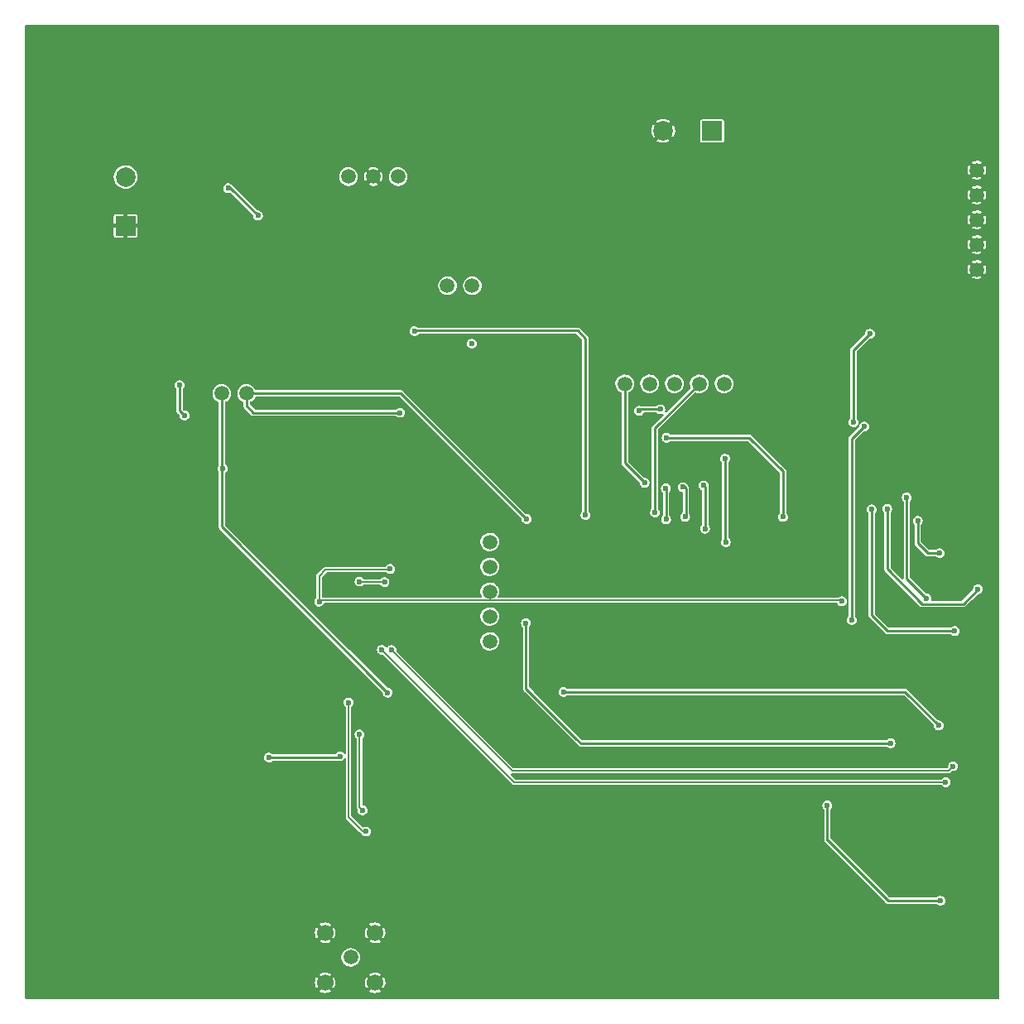
<source format=gbr>
%TF.GenerationSoftware,KiCad,Pcbnew,(5.99.0-10117-g2c3ee0d85f)*%
%TF.CreationDate,2021-04-28T15:15:26+02:00*%
%TF.ProjectId,som asset tracker,736f6d20-6173-4736-9574-20747261636b,rev?*%
%TF.SameCoordinates,Original*%
%TF.FileFunction,Copper,L2,Bot*%
%TF.FilePolarity,Positive*%
%FSLAX46Y46*%
G04 Gerber Fmt 4.6, Leading zero omitted, Abs format (unit mm)*
G04 Created by KiCad (PCBNEW (5.99.0-10117-g2c3ee0d85f)) date 2021-04-28 15:15:26*
%MOMM*%
%LPD*%
G01*
G04 APERTURE LIST*
%TA.AperFunction,ComponentPad*%
%ADD10R,2.000000X2.000000*%
%TD*%
%TA.AperFunction,ComponentPad*%
%ADD11C,2.000000*%
%TD*%
%TA.AperFunction,ComponentPad*%
%ADD12C,1.500000*%
%TD*%
%TA.AperFunction,ComponentPad*%
%ADD13C,1.700000*%
%TD*%
%TA.AperFunction,ViaPad*%
%ADD14C,0.600000*%
%TD*%
%TA.AperFunction,Conductor*%
%ADD15C,0.250000*%
%TD*%
%TA.AperFunction,Conductor*%
%ADD16C,0.150000*%
%TD*%
G04 APERTURE END LIST*
D10*
%TO.P,J2,1,Pin_1*%
%TO.N,Net-(J2-Pad1)*%
X168115000Y-66175000D03*
D11*
%TO.P,J2,2,Pin_2*%
%TO.N,GND*%
X163115000Y-66175000D03*
%TD*%
D12*
%TO.P,U2,1,IN*%
%TO.N,VDC*%
X130910000Y-70850000D03*
%TO.P,U2,2,GND*%
%TO.N,GND*%
X133450000Y-70850000D03*
%TO.P,U2,3,OUT*%
%TO.N,+3V3*%
X135990000Y-70850000D03*
%TD*%
%TO.P,J5,1,Pin_1*%
%TO.N,/LED1*%
X159170000Y-92050000D03*
%TO.P,J5,2,Pin_2*%
%TO.N,/LED2*%
X161710000Y-92050000D03*
%TO.P,J5,3,Pin_3*%
%TO.N,/LED3*%
X164250000Y-92050000D03*
%TO.P,J5,4,Pin_4*%
%TO.N,/SSR*%
X166790000Y-92050000D03*
%TO.P,J5,5,Pin_5*%
%TO.N,/BUZZER*%
X169330000Y-92050000D03*
%TD*%
D10*
%TO.P,J1,1,Pin_1*%
%TO.N,GND*%
X108115000Y-75885000D03*
D11*
%TO.P,J1,2,Pin_2*%
%TO.N,Net-(J1-Pad2)*%
X108115000Y-70885000D03*
%TD*%
D12*
%TO.P,J3,1,Pin_1*%
%TO.N,GND*%
X195190000Y-80350000D03*
%TO.P,J3,2,Pin_2*%
X195190000Y-77810000D03*
%TO.P,J3,3,Pin_3*%
X195190000Y-75270000D03*
%TO.P,J3,4,Pin_4*%
X195190000Y-72730000D03*
%TO.P,J3,5,Pin_5*%
X195190000Y-70190000D03*
%TD*%
%TO.P,AE1,1,A*%
%TO.N,Net-(AE1-Pad1)*%
X131130000Y-150700000D03*
D13*
%TO.P,AE1,2,Shield*%
%TO.N,GND*%
X133630000Y-148200000D03*
X128530000Y-148200000D03*
X128530000Y-153300000D03*
X133630000Y-153300000D03*
%TD*%
D12*
%TO.P,J7,1,Pin_1*%
%TO.N,/SCL*%
X117960000Y-93020000D03*
%TO.P,J7,2,Pin_2*%
%TO.N,/SDA*%
X120500000Y-93020000D03*
%TD*%
%TO.P,J6,1,Pin_1*%
%TO.N,/INT1*%
X141030000Y-82000000D03*
%TO.P,J6,2,Pin_2*%
%TO.N,/INT2*%
X143570000Y-82000000D03*
%TD*%
%TO.P,J4,1,Pin_1*%
%TO.N,/TX*%
X145360000Y-118380000D03*
%TO.P,J4,2,Pin_2*%
%TO.N,/RX*%
X145360000Y-115840000D03*
%TO.P,J4,3,Pin_3*%
%TO.N,/PPS*%
X145360000Y-113300000D03*
%TO.P,J4,4,Pin_4*%
%TO.N,/WAKE*%
X145360000Y-110760000D03*
%TO.P,J4,5,Pin_5*%
%TO.N,/RESET*%
X145360000Y-108220000D03*
%TD*%
D14*
%TO.N,GND*%
X187750000Y-151700000D03*
X192750000Y-139300000D03*
X100050000Y-93500000D03*
%TO.N,/INT2*%
X143525000Y-87925000D03*
%TO.N,/INT1*%
X137650000Y-86650000D03*
X155150000Y-105450000D03*
%TO.N,GND*%
X137675000Y-89175000D03*
X139300000Y-91400000D03*
%TO.N,/INT2*%
X160650000Y-94800000D03*
X162800000Y-94650000D03*
X163450000Y-97550000D03*
X175350000Y-105650000D03*
%TO.N,/SDA*%
X136200000Y-95000000D03*
%TO.N,/SCL*%
X118050000Y-100700000D03*
%TO.N,GND*%
X109620000Y-93030000D03*
%TO.N,/SDA*%
X114140000Y-95280000D03*
X113640000Y-92170000D03*
%TO.N,/LED1*%
X163390000Y-105900000D03*
X161190000Y-102160000D03*
X163380000Y-102730000D03*
%TO.N,/LED2*%
X165120000Y-102610000D03*
X165350000Y-105630000D03*
%TO.N,/LED3*%
X167250000Y-102440000D03*
X167380000Y-106860000D03*
%TO.N,/SCL*%
X191270000Y-126980000D03*
X152890000Y-123560000D03*
X134930000Y-123620000D03*
%TO.N,/SDA*%
X149130000Y-105860000D03*
X149070000Y-116510000D03*
X186350000Y-128810000D03*
%TO.N,GND*%
X148770000Y-153420000D03*
X187380000Y-109310000D03*
X154250000Y-149240000D03*
X132540000Y-136760000D03*
X164880000Y-75550000D03*
X155380000Y-140870000D03*
X106750000Y-112270000D03*
X120110000Y-80600000D03*
X128750000Y-122350000D03*
X189310000Y-115830000D03*
X121520000Y-120230000D03*
X145420000Y-137490000D03*
X106480000Y-140270000D03*
X162395000Y-117995000D03*
X155840000Y-127760000D03*
X195340000Y-100300000D03*
X129110000Y-137120000D03*
X191700000Y-124910000D03*
X139820000Y-116970000D03*
X128520000Y-134300000D03*
%TO.N,Net-(BT1-Pad1)*%
X130030000Y-130130000D03*
X122760000Y-130260000D03*
%TO.N,/SOM/TRST*%
X192920000Y-117320000D03*
X184420000Y-104890000D03*
%TO.N,/SOM/TDI*%
X188020000Y-103650000D03*
X190000000Y-113980000D03*
%TO.N,/SOM/TDO*%
X186010000Y-104830000D03*
X195300000Y-113040000D03*
%TO.N,/SOM/TCK*%
X189130000Y-106050000D03*
X191370000Y-109350000D03*
%TO.N,Net-(J1-Pad2)*%
X118600000Y-72030000D03*
X121650000Y-74830000D03*
%TO.N,/BUZZER*%
X169420000Y-99690000D03*
X169490000Y-108240000D03*
%TO.N,/SSR*%
X162260000Y-105180000D03*
%TO.N,/RESET*%
X127910000Y-114320000D03*
X135160000Y-110980000D03*
X181370000Y-114280000D03*
%TO.N,/WAKE*%
X132040000Y-112270000D03*
X134600000Y-112310000D03*
%TO.N,/RX*%
X192000000Y-132790000D03*
X134330000Y-119250000D03*
%TO.N,/TX*%
X192760000Y-131150000D03*
X135310000Y-119250000D03*
%TO.N,/SOM/RED*%
X183660000Y-96400000D03*
X182390000Y-116200000D03*
%TO.N,/SOM/GREEN*%
X179890000Y-135160000D03*
X191450000Y-144900000D03*
%TO.N,/SOM/BLUE*%
X184250000Y-86910000D03*
X182550000Y-95970000D03*
%TO.N,/gps/ANT_OFF*%
X130930000Y-124640000D03*
X132710000Y-137830000D03*
%TO.N,VCC*%
X132040000Y-127900000D03*
X132350000Y-135660000D03*
%TD*%
D15*
%TO.N,/INT2*%
X175350000Y-105650000D02*
X175350000Y-101000000D01*
X171900000Y-97550000D02*
X163450000Y-97550000D01*
X175350000Y-101000000D02*
X171900000Y-97550000D01*
%TO.N,/SCL*%
X117960000Y-100610000D02*
X118050000Y-100700000D01*
X117960000Y-93020000D02*
X117960000Y-100610000D01*
X134930000Y-123620000D02*
X117960000Y-106650000D01*
X117960000Y-106650000D02*
X117960000Y-100790000D01*
X117960000Y-100790000D02*
X118050000Y-100700000D01*
D16*
%TO.N,/INT1*%
X137700000Y-86600000D02*
X137650000Y-86650000D01*
D15*
X154350000Y-86600000D02*
X137700000Y-86600000D01*
X155150000Y-87400000D02*
X154350000Y-86600000D01*
X155150000Y-105450000D02*
X155150000Y-87400000D01*
%TO.N,/INT2*%
X160800000Y-94650000D02*
X160650000Y-94800000D01*
X162800000Y-94650000D02*
X160800000Y-94650000D01*
%TO.N,/SDA*%
X121200000Y-95000000D02*
X120500000Y-94300000D01*
X136200000Y-95000000D02*
X121200000Y-95000000D01*
X120500000Y-94300000D02*
X120500000Y-93020000D01*
X113640000Y-92170000D02*
X113640000Y-94780000D01*
X113640000Y-94780000D02*
X114140000Y-95280000D01*
%TO.N,/LED1*%
X163390000Y-102740000D02*
X163380000Y-102730000D01*
X163390000Y-105900000D02*
X163390000Y-102740000D01*
X159170000Y-100140000D02*
X161190000Y-102160000D01*
X159170000Y-92050000D02*
X159170000Y-100140000D01*
%TO.N,/LED2*%
X165260000Y-102610000D02*
X165120000Y-102610000D01*
%TO.N,/SSR*%
X162260000Y-96580000D02*
X162260000Y-105180000D01*
%TO.N,/LED2*%
X165420000Y-105560000D02*
X165420000Y-102770000D01*
X165350000Y-105630000D02*
X165420000Y-105560000D01*
%TO.N,/SSR*%
X166790000Y-92050000D02*
X162260000Y-96580000D01*
%TO.N,/LED2*%
X165420000Y-102770000D02*
X165260000Y-102610000D01*
%TO.N,/LED3*%
X167380000Y-106860000D02*
X167380000Y-102570000D01*
X167380000Y-102570000D02*
X167250000Y-102440000D01*
%TO.N,/SCL*%
X191270000Y-126980000D02*
X187850000Y-123560000D01*
X187850000Y-123560000D02*
X152890000Y-123560000D01*
%TO.N,/SDA*%
X136290000Y-93020000D02*
X120500000Y-93020000D01*
X149130000Y-105860000D02*
X136290000Y-93020000D01*
X154230000Y-128360000D02*
X149070000Y-123200000D01*
X186350000Y-128810000D02*
X154680000Y-128810000D01*
X154680000Y-128810000D02*
X154230000Y-128360000D01*
X149070000Y-123200000D02*
X149070000Y-116510000D01*
%TO.N,Net-(BT1-Pad1)*%
X129900000Y-130260000D02*
X130030000Y-130130000D01*
X122760000Y-130260000D02*
X129900000Y-130260000D01*
%TO.N,/SOM/TRST*%
X185260000Y-116530000D02*
X186050000Y-117320000D01*
X186050000Y-117320000D02*
X192920000Y-117320000D01*
X184420000Y-115690000D02*
X185260000Y-116530000D01*
X184420000Y-104890000D02*
X184420000Y-115690000D01*
%TO.N,/SOM/TDI*%
X188020000Y-112000000D02*
X190000000Y-113980000D01*
X188020000Y-103650000D02*
X188020000Y-112000000D01*
%TO.N,/SOM/TDO*%
X189599507Y-114554501D02*
X186010000Y-110964994D01*
X193785499Y-114554501D02*
X189599507Y-114554501D01*
X195280000Y-113060000D02*
X193785499Y-114554501D01*
X186010000Y-110964994D02*
X186010000Y-104830000D01*
D16*
X195280000Y-113060000D02*
X195300000Y-113040000D01*
D15*
%TO.N,/SOM/TCK*%
X189130000Y-108340000D02*
X190140000Y-109350000D01*
X190140000Y-109350000D02*
X191370000Y-109350000D01*
X189130000Y-106050000D02*
X189130000Y-108340000D01*
%TO.N,Net-(J1-Pad2)*%
X118850000Y-72030000D02*
X118600000Y-72030000D01*
X121650000Y-74830000D02*
X118850000Y-72030000D01*
%TO.N,/BUZZER*%
X169420000Y-99690000D02*
X169420000Y-108170000D01*
X169420000Y-108170000D02*
X169490000Y-108240000D01*
D16*
%TO.N,/RESET*%
X128040000Y-114190000D02*
X127910000Y-114320000D01*
X181370000Y-114280000D02*
X181280000Y-114190000D01*
X135160000Y-110980000D02*
X135110000Y-111030000D01*
X135110000Y-111030000D02*
X128580000Y-111030000D01*
X127910000Y-111700000D02*
X127910000Y-114320000D01*
X181280000Y-114190000D02*
X128040000Y-114190000D01*
X128580000Y-111030000D02*
X127910000Y-111700000D01*
%TO.N,/WAKE*%
X134600000Y-112310000D02*
X132080000Y-112310000D01*
X132080000Y-112310000D02*
X132040000Y-112270000D01*
%TO.N,/RX*%
X147870000Y-132790000D02*
X192000000Y-132790000D01*
X134330000Y-119250000D02*
X147870000Y-132790000D01*
%TO.N,/TX*%
X147690000Y-131630000D02*
X192280000Y-131630000D01*
X135310000Y-119250000D02*
X147690000Y-131630000D01*
X192280000Y-131630000D02*
X192760000Y-131150000D01*
D15*
%TO.N,/SOM/RED*%
X182390000Y-97670000D02*
X183660000Y-96400000D01*
X182390000Y-116200000D02*
X182390000Y-97670000D01*
%TO.N,/SOM/GREEN*%
X186100000Y-144900000D02*
X179920000Y-138720000D01*
X179890000Y-138690000D02*
X179890000Y-135160000D01*
X179920000Y-138720000D02*
X179890000Y-138690000D01*
X191450000Y-144900000D02*
X186100000Y-144900000D01*
%TO.N,/SOM/BLUE*%
X182550000Y-88610000D02*
X184250000Y-86910000D01*
X182550000Y-95970000D02*
X182550000Y-88610000D01*
D16*
%TO.N,/gps/ANT_OFF*%
X132270000Y-137720000D02*
X132380000Y-137830000D01*
X132380000Y-137830000D02*
X132710000Y-137830000D01*
X130930000Y-136380000D02*
X132270000Y-137720000D01*
X130930000Y-124640000D02*
X130930000Y-136380000D01*
%TO.N,VCC*%
X132040000Y-127900000D02*
X132040000Y-135350000D01*
X132040000Y-135350000D02*
X132350000Y-135660000D01*
%TD*%
%TA.AperFunction,Conductor*%
%TO.N,GND*%
G36*
X197399191Y-55368907D02*
G01*
X197435155Y-55418407D01*
X197440000Y-55449000D01*
X197440000Y-154851000D01*
X197421093Y-154909191D01*
X197371593Y-154945155D01*
X197341000Y-154950000D01*
X97939000Y-154950000D01*
X97880809Y-154931093D01*
X97844845Y-154881593D01*
X97840000Y-154851000D01*
X97840000Y-154172656D01*
X127945459Y-154172656D01*
X127952688Y-154180168D01*
X128103406Y-154264401D01*
X128112234Y-154268258D01*
X128298855Y-154328895D01*
X128308255Y-154330962D01*
X128503105Y-154354196D01*
X128512730Y-154354398D01*
X128708371Y-154339344D01*
X128717862Y-154337670D01*
X128906853Y-154284903D01*
X128915832Y-154281421D01*
X129090976Y-154192949D01*
X129099114Y-154187784D01*
X129106871Y-154181724D01*
X129112988Y-154172656D01*
X133045459Y-154172656D01*
X133052688Y-154180168D01*
X133203406Y-154264401D01*
X133212234Y-154268258D01*
X133398855Y-154328895D01*
X133408255Y-154330962D01*
X133603105Y-154354196D01*
X133612730Y-154354398D01*
X133808371Y-154339344D01*
X133817862Y-154337670D01*
X134006853Y-154284903D01*
X134015832Y-154281421D01*
X134190976Y-154192949D01*
X134199114Y-154187784D01*
X134206871Y-154181724D01*
X134214330Y-154170666D01*
X134214259Y-154168638D01*
X134211563Y-154164406D01*
X133641086Y-153593929D01*
X133629203Y-153587875D01*
X133624172Y-153588671D01*
X133050936Y-154161907D01*
X133045459Y-154172656D01*
X129112988Y-154172656D01*
X129114330Y-154170666D01*
X129114259Y-154168638D01*
X129111563Y-154164406D01*
X128541086Y-153593929D01*
X128529203Y-153587875D01*
X128524172Y-153588671D01*
X127950936Y-154161907D01*
X127945459Y-154172656D01*
X97840000Y-154172656D01*
X97840000Y-153290090D01*
X127475508Y-153290090D01*
X127491927Y-153485629D01*
X127493665Y-153495097D01*
X127547751Y-153683714D01*
X127551302Y-153692682D01*
X127640985Y-153867188D01*
X127646214Y-153875302D01*
X127647811Y-153877317D01*
X127658922Y-153884699D01*
X127661132Y-153884606D01*
X127665094Y-153882063D01*
X128236071Y-153311086D01*
X128241313Y-153300797D01*
X128817875Y-153300797D01*
X128818671Y-153305828D01*
X129391469Y-153878626D01*
X129402324Y-153884157D01*
X129409732Y-153877078D01*
X129491397Y-153733320D01*
X129495318Y-153724513D01*
X129557255Y-153538328D01*
X129559390Y-153528926D01*
X129584241Y-153332209D01*
X129584628Y-153326683D01*
X129584961Y-153302759D01*
X129584731Y-153297261D01*
X129584028Y-153290090D01*
X132575508Y-153290090D01*
X132591927Y-153485629D01*
X132593665Y-153495097D01*
X132647751Y-153683714D01*
X132651302Y-153692682D01*
X132740985Y-153867188D01*
X132746214Y-153875302D01*
X132747811Y-153877317D01*
X132758922Y-153884699D01*
X132761132Y-153884606D01*
X132765094Y-153882063D01*
X133336071Y-153311086D01*
X133341313Y-153300797D01*
X133917875Y-153300797D01*
X133918671Y-153305828D01*
X134491469Y-153878626D01*
X134502324Y-153884157D01*
X134509732Y-153877078D01*
X134591397Y-153733320D01*
X134595318Y-153724513D01*
X134657255Y-153538328D01*
X134659390Y-153528926D01*
X134684241Y-153332209D01*
X134684628Y-153326683D01*
X134684961Y-153302759D01*
X134684731Y-153297261D01*
X134665380Y-153099893D01*
X134663511Y-153090455D01*
X134606795Y-152902603D01*
X134603124Y-152893699D01*
X134511004Y-152720444D01*
X134510777Y-152720102D01*
X134502013Y-152714455D01*
X134499431Y-152714599D01*
X134496021Y-152716822D01*
X133923929Y-153288914D01*
X133917875Y-153300797D01*
X133341313Y-153300797D01*
X133342125Y-153299203D01*
X133341329Y-153294172D01*
X132767615Y-152720458D01*
X132756973Y-152715036D01*
X132749359Y-152722414D01*
X132662647Y-152880143D01*
X132658848Y-152889008D01*
X132599518Y-153076038D01*
X132597514Y-153085466D01*
X132575642Y-153280462D01*
X132575508Y-153290090D01*
X129584028Y-153290090D01*
X129565380Y-153099893D01*
X129563511Y-153090455D01*
X129506795Y-152902603D01*
X129503124Y-152893699D01*
X129411004Y-152720444D01*
X129410777Y-152720102D01*
X129402013Y-152714455D01*
X129399431Y-152714599D01*
X129396021Y-152716822D01*
X128823929Y-153288914D01*
X128817875Y-153300797D01*
X128241313Y-153300797D01*
X128242125Y-153299203D01*
X128241329Y-153294172D01*
X127667615Y-152720458D01*
X127656973Y-152715036D01*
X127649359Y-152722414D01*
X127562647Y-152880143D01*
X127558848Y-152889008D01*
X127499518Y-153076038D01*
X127497514Y-153085466D01*
X127475642Y-153280462D01*
X127475508Y-153290090D01*
X97840000Y-153290090D01*
X97840000Y-152428473D01*
X127944897Y-152428473D01*
X127945014Y-152430872D01*
X127947396Y-152434553D01*
X128518914Y-153006071D01*
X128530797Y-153012125D01*
X128535828Y-153011329D01*
X129109872Y-152437285D01*
X129114361Y-152428473D01*
X133044897Y-152428473D01*
X133045014Y-152430872D01*
X133047396Y-152434553D01*
X133618914Y-153006071D01*
X133630797Y-153012125D01*
X133635828Y-153011329D01*
X134209872Y-152437285D01*
X134215926Y-152425402D01*
X134215543Y-152422983D01*
X134043083Y-152329734D01*
X134034212Y-152326005D01*
X133846758Y-152267978D01*
X133837326Y-152266042D01*
X133642181Y-152245532D01*
X133632543Y-152245465D01*
X133437133Y-152263248D01*
X133427667Y-152265054D01*
X133239429Y-152320456D01*
X133230505Y-152324061D01*
X133056611Y-152414971D01*
X133051575Y-152418267D01*
X133044897Y-152428473D01*
X129114361Y-152428473D01*
X129115926Y-152425402D01*
X129115543Y-152422983D01*
X128943083Y-152329734D01*
X128934212Y-152326005D01*
X128746758Y-152267978D01*
X128737326Y-152266042D01*
X128542181Y-152245532D01*
X128532543Y-152245465D01*
X128337133Y-152263248D01*
X128327667Y-152265054D01*
X128139429Y-152320456D01*
X128130505Y-152324061D01*
X127956611Y-152414971D01*
X127951575Y-152418267D01*
X127944897Y-152428473D01*
X97840000Y-152428473D01*
X97840000Y-150793240D01*
X130179060Y-150793240D01*
X130217232Y-150982549D01*
X130292689Y-151160316D01*
X130295534Y-151164440D01*
X130295535Y-151164442D01*
X130399503Y-151315153D01*
X130399507Y-151315157D01*
X130402350Y-151319279D01*
X130405967Y-151322747D01*
X130405969Y-151322750D01*
X130486084Y-151399577D01*
X130541735Y-151452944D01*
X130705151Y-151555853D01*
X130885922Y-151623800D01*
X130890877Y-151624585D01*
X130890878Y-151624585D01*
X131071704Y-151653225D01*
X131071708Y-151653225D01*
X131076663Y-151654010D01*
X131150764Y-151650645D01*
X131264571Y-151645478D01*
X131264576Y-151645477D01*
X131269582Y-151645250D01*
X131274441Y-151644020D01*
X131274444Y-151644020D01*
X131451943Y-151599105D01*
X131456800Y-151597876D01*
X131461310Y-151595696D01*
X131626160Y-151516005D01*
X131626162Y-151516004D01*
X131630669Y-151513825D01*
X131784085Y-151396530D01*
X131910782Y-151250781D01*
X132005585Y-151082534D01*
X132064620Y-150898660D01*
X132075538Y-150798158D01*
X132085197Y-150709251D01*
X132085197Y-150709246D01*
X132085477Y-150706671D01*
X132085500Y-150700000D01*
X132065984Y-150507870D01*
X132008234Y-150323589D01*
X131914608Y-150154683D01*
X131846874Y-150075657D01*
X131792197Y-150011864D01*
X131792195Y-150011862D01*
X131788931Y-150008054D01*
X131761169Y-149986520D01*
X131640298Y-149892761D01*
X131640293Y-149892758D01*
X131636338Y-149889690D01*
X131463061Y-149804427D01*
X131348242Y-149774519D01*
X131281036Y-149757013D01*
X131281032Y-149757012D01*
X131276178Y-149755748D01*
X131271166Y-149755485D01*
X131271164Y-149755485D01*
X131203134Y-149751920D01*
X131083324Y-149745641D01*
X130892377Y-149774519D01*
X130711136Y-149841202D01*
X130706878Y-149843842D01*
X130706876Y-149843843D01*
X130632933Y-149889690D01*
X130547006Y-149942967D01*
X130406691Y-150075657D01*
X130403817Y-150079762D01*
X130403814Y-150079765D01*
X130298798Y-150229744D01*
X130295923Y-150233850D01*
X130219226Y-150411086D01*
X130179734Y-150600123D01*
X130179060Y-150793240D01*
X97840000Y-150793240D01*
X97840000Y-149072656D01*
X127945459Y-149072656D01*
X127952688Y-149080168D01*
X128103406Y-149164401D01*
X128112234Y-149168258D01*
X128298855Y-149228895D01*
X128308255Y-149230962D01*
X128503105Y-149254196D01*
X128512730Y-149254398D01*
X128708371Y-149239344D01*
X128717862Y-149237670D01*
X128906853Y-149184903D01*
X128915832Y-149181421D01*
X129090976Y-149092949D01*
X129099114Y-149087784D01*
X129106871Y-149081724D01*
X129112988Y-149072656D01*
X133045459Y-149072656D01*
X133052688Y-149080168D01*
X133203406Y-149164401D01*
X133212234Y-149168258D01*
X133398855Y-149228895D01*
X133408255Y-149230962D01*
X133603105Y-149254196D01*
X133612730Y-149254398D01*
X133808371Y-149239344D01*
X133817862Y-149237670D01*
X134006853Y-149184903D01*
X134015832Y-149181421D01*
X134190976Y-149092949D01*
X134199114Y-149087784D01*
X134206871Y-149081724D01*
X134214330Y-149070666D01*
X134214259Y-149068638D01*
X134211563Y-149064406D01*
X133641086Y-148493929D01*
X133629203Y-148487875D01*
X133624172Y-148488671D01*
X133050936Y-149061907D01*
X133045459Y-149072656D01*
X129112988Y-149072656D01*
X129114330Y-149070666D01*
X129114259Y-149068638D01*
X129111563Y-149064406D01*
X128541086Y-148493929D01*
X128529203Y-148487875D01*
X128524172Y-148488671D01*
X127950936Y-149061907D01*
X127945459Y-149072656D01*
X97840000Y-149072656D01*
X97840000Y-148190090D01*
X127475508Y-148190090D01*
X127491927Y-148385629D01*
X127493665Y-148395097D01*
X127547751Y-148583714D01*
X127551302Y-148592682D01*
X127640985Y-148767188D01*
X127646214Y-148775302D01*
X127647811Y-148777317D01*
X127658922Y-148784699D01*
X127661132Y-148784606D01*
X127665094Y-148782063D01*
X128236071Y-148211086D01*
X128241313Y-148200797D01*
X128817875Y-148200797D01*
X128818671Y-148205828D01*
X129391469Y-148778626D01*
X129402324Y-148784157D01*
X129409732Y-148777078D01*
X129491397Y-148633320D01*
X129495318Y-148624513D01*
X129557255Y-148438328D01*
X129559390Y-148428926D01*
X129584241Y-148232209D01*
X129584628Y-148226683D01*
X129584961Y-148202759D01*
X129584731Y-148197261D01*
X129584028Y-148190090D01*
X132575508Y-148190090D01*
X132591927Y-148385629D01*
X132593665Y-148395097D01*
X132647751Y-148583714D01*
X132651302Y-148592682D01*
X132740985Y-148767188D01*
X132746214Y-148775302D01*
X132747811Y-148777317D01*
X132758922Y-148784699D01*
X132761132Y-148784606D01*
X132765094Y-148782063D01*
X133336071Y-148211086D01*
X133341313Y-148200797D01*
X133917875Y-148200797D01*
X133918671Y-148205828D01*
X134491469Y-148778626D01*
X134502324Y-148784157D01*
X134509732Y-148777078D01*
X134591397Y-148633320D01*
X134595318Y-148624513D01*
X134657255Y-148438328D01*
X134659390Y-148428926D01*
X134684241Y-148232209D01*
X134684628Y-148226683D01*
X134684961Y-148202759D01*
X134684731Y-148197261D01*
X134665380Y-147999893D01*
X134663511Y-147990455D01*
X134606795Y-147802603D01*
X134603124Y-147793699D01*
X134511004Y-147620444D01*
X134510777Y-147620102D01*
X134502013Y-147614455D01*
X134499431Y-147614599D01*
X134496021Y-147616822D01*
X133923929Y-148188914D01*
X133917875Y-148200797D01*
X133341313Y-148200797D01*
X133342125Y-148199203D01*
X133341329Y-148194172D01*
X132767615Y-147620458D01*
X132756973Y-147615036D01*
X132749359Y-147622414D01*
X132662647Y-147780143D01*
X132658848Y-147789008D01*
X132599518Y-147976038D01*
X132597514Y-147985466D01*
X132575642Y-148180462D01*
X132575508Y-148190090D01*
X129584028Y-148190090D01*
X129565380Y-147999893D01*
X129563511Y-147990455D01*
X129506795Y-147802603D01*
X129503124Y-147793699D01*
X129411004Y-147620444D01*
X129410777Y-147620102D01*
X129402013Y-147614455D01*
X129399431Y-147614599D01*
X129396021Y-147616822D01*
X128823929Y-148188914D01*
X128817875Y-148200797D01*
X128241313Y-148200797D01*
X128242125Y-148199203D01*
X128241329Y-148194172D01*
X127667615Y-147620458D01*
X127656973Y-147615036D01*
X127649359Y-147622414D01*
X127562647Y-147780143D01*
X127558848Y-147789008D01*
X127499518Y-147976038D01*
X127497514Y-147985466D01*
X127475642Y-148180462D01*
X127475508Y-148190090D01*
X97840000Y-148190090D01*
X97840000Y-147328473D01*
X127944897Y-147328473D01*
X127945014Y-147330872D01*
X127947396Y-147334553D01*
X128518914Y-147906071D01*
X128530797Y-147912125D01*
X128535828Y-147911329D01*
X129109872Y-147337285D01*
X129114361Y-147328473D01*
X133044897Y-147328473D01*
X133045014Y-147330872D01*
X133047396Y-147334553D01*
X133618914Y-147906071D01*
X133630797Y-147912125D01*
X133635828Y-147911329D01*
X134209872Y-147337285D01*
X134215926Y-147325402D01*
X134215543Y-147322983D01*
X134043083Y-147229734D01*
X134034212Y-147226005D01*
X133846758Y-147167978D01*
X133837326Y-147166042D01*
X133642181Y-147145532D01*
X133632543Y-147145465D01*
X133437133Y-147163248D01*
X133427667Y-147165054D01*
X133239429Y-147220456D01*
X133230505Y-147224061D01*
X133056611Y-147314971D01*
X133051575Y-147318267D01*
X133044897Y-147328473D01*
X129114361Y-147328473D01*
X129115926Y-147325402D01*
X129115543Y-147322983D01*
X128943083Y-147229734D01*
X128934212Y-147226005D01*
X128746758Y-147167978D01*
X128737326Y-147166042D01*
X128542181Y-147145532D01*
X128532543Y-147145465D01*
X128337133Y-147163248D01*
X128327667Y-147165054D01*
X128139429Y-147220456D01*
X128130505Y-147224061D01*
X127956611Y-147314971D01*
X127951575Y-147318267D01*
X127944897Y-147328473D01*
X97840000Y-147328473D01*
X97840000Y-130253824D01*
X122254538Y-130253824D01*
X122273121Y-130395939D01*
X122330845Y-130527126D01*
X122423068Y-130636838D01*
X122428939Y-130640746D01*
X122428940Y-130640747D01*
X122446781Y-130652623D01*
X122542377Y-130716257D01*
X122549104Y-130718359D01*
X122549107Y-130718360D01*
X122672448Y-130756894D01*
X122672449Y-130756894D01*
X122679180Y-130758997D01*
X122750830Y-130760310D01*
X122815427Y-130761495D01*
X122815429Y-130761495D01*
X122822481Y-130761624D01*
X122829284Y-130759769D01*
X122829286Y-130759769D01*
X122876065Y-130747015D01*
X122960758Y-130723925D01*
X123082897Y-130648931D01*
X123110837Y-130618063D01*
X123163904Y-130587610D01*
X123184234Y-130585500D01*
X129794848Y-130585500D01*
X129824370Y-130590004D01*
X129942448Y-130626894D01*
X129942449Y-130626894D01*
X129949180Y-130628997D01*
X130020831Y-130630311D01*
X130085427Y-130631495D01*
X130085429Y-130631495D01*
X130092481Y-130631624D01*
X130099284Y-130629769D01*
X130099286Y-130629769D01*
X130146065Y-130617015D01*
X130230758Y-130593925D01*
X130352897Y-130518931D01*
X130449078Y-130412672D01*
X130466406Y-130376907D01*
X130508794Y-130332783D01*
X130569021Y-130322001D01*
X130624085Y-130348679D01*
X130652951Y-130402627D01*
X130654500Y-130420073D01*
X130654500Y-136345116D01*
X130652598Y-136364430D01*
X130649501Y-136380000D01*
X130654500Y-136405132D01*
X130654500Y-136405137D01*
X130670852Y-136487343D01*
X130731657Y-136578343D01*
X130739767Y-136583762D01*
X130744857Y-136587163D01*
X130759859Y-136599474D01*
X132057418Y-137897033D01*
X132160525Y-138000141D01*
X132172835Y-138015142D01*
X132176238Y-138020235D01*
X132176242Y-138020239D01*
X132181657Y-138028343D01*
X132189763Y-138033759D01*
X132202962Y-138042579D01*
X132202991Y-138042599D01*
X132264323Y-138083580D01*
X132285104Y-138102193D01*
X132373068Y-138206838D01*
X132378939Y-138210746D01*
X132378940Y-138210747D01*
X132391235Y-138218931D01*
X132492377Y-138286257D01*
X132499104Y-138288359D01*
X132499107Y-138288360D01*
X132622448Y-138326894D01*
X132622449Y-138326894D01*
X132629180Y-138328997D01*
X132700831Y-138330311D01*
X132765427Y-138331495D01*
X132765429Y-138331495D01*
X132772481Y-138331624D01*
X132779284Y-138329769D01*
X132779286Y-138329769D01*
X132826065Y-138317015D01*
X132910758Y-138293925D01*
X133032897Y-138218931D01*
X133129078Y-138112672D01*
X133191570Y-137983689D01*
X133215349Y-137842350D01*
X133215500Y-137830000D01*
X133195182Y-137688123D01*
X133135860Y-137557651D01*
X133042303Y-137449074D01*
X132922033Y-137371118D01*
X132915275Y-137369097D01*
X132915273Y-137369096D01*
X132791479Y-137332074D01*
X132784718Y-137330052D01*
X132698694Y-137329527D01*
X132648448Y-137329220D01*
X132641396Y-137329177D01*
X132634620Y-137331114D01*
X132634617Y-137331114D01*
X132510369Y-137366624D01*
X132510367Y-137366625D01*
X132503589Y-137368562D01*
X132497624Y-137372326D01*
X132497621Y-137372327D01*
X132450672Y-137401949D01*
X132391369Y-137417010D01*
X132334540Y-137394337D01*
X132327841Y-137388226D01*
X131234496Y-136294881D01*
X131206719Y-136240364D01*
X131205500Y-136224877D01*
X131205500Y-127893824D01*
X131534538Y-127893824D01*
X131553121Y-128035939D01*
X131555962Y-128042395D01*
X131555962Y-128042396D01*
X131557870Y-128046731D01*
X131610845Y-128167126D01*
X131703068Y-128276838D01*
X131720358Y-128288347D01*
X131758321Y-128336330D01*
X131764500Y-128370758D01*
X131764500Y-135315116D01*
X131762598Y-135334430D01*
X131759501Y-135350000D01*
X131761403Y-135359562D01*
X131764500Y-135375132D01*
X131764500Y-135375137D01*
X131777934Y-135442672D01*
X131780852Y-135457343D01*
X131786271Y-135465453D01*
X131835869Y-135539681D01*
X131852478Y-135598569D01*
X131851376Y-135609908D01*
X131844538Y-135653824D01*
X131863121Y-135795939D01*
X131865962Y-135802395D01*
X131865962Y-135802396D01*
X131867870Y-135806731D01*
X131920845Y-135927126D01*
X132013068Y-136036838D01*
X132018939Y-136040746D01*
X132018940Y-136040747D01*
X132031235Y-136048931D01*
X132132377Y-136116257D01*
X132139104Y-136118359D01*
X132139107Y-136118360D01*
X132262448Y-136156894D01*
X132262449Y-136156894D01*
X132269180Y-136158997D01*
X132340830Y-136160310D01*
X132405427Y-136161495D01*
X132405429Y-136161495D01*
X132412481Y-136161624D01*
X132419284Y-136159769D01*
X132419286Y-136159769D01*
X132466065Y-136147015D01*
X132550758Y-136123925D01*
X132672897Y-136048931D01*
X132769078Y-135942672D01*
X132831570Y-135813689D01*
X132834557Y-135795939D01*
X132854715Y-135676120D01*
X132854715Y-135676117D01*
X132855349Y-135672350D01*
X132855500Y-135660000D01*
X132835182Y-135518123D01*
X132811235Y-135465453D01*
X132778780Y-135394073D01*
X132778780Y-135394072D01*
X132775860Y-135387651D01*
X132682303Y-135279074D01*
X132562033Y-135201118D01*
X132555275Y-135199097D01*
X132555273Y-135199096D01*
X132431479Y-135162074D01*
X132424718Y-135160052D01*
X132413896Y-135159986D01*
X132410933Y-135159003D01*
X132410690Y-135158967D01*
X132410696Y-135158925D01*
X132395317Y-135153824D01*
X179384538Y-135153824D01*
X179403121Y-135295939D01*
X179405962Y-135302395D01*
X179405962Y-135302396D01*
X179426909Y-135350000D01*
X179460845Y-135427126D01*
X179465382Y-135432523D01*
X179465383Y-135432525D01*
X179541283Y-135522818D01*
X179564253Y-135579528D01*
X179564500Y-135586520D01*
X179564500Y-138671715D01*
X179564123Y-138680344D01*
X179560758Y-138718805D01*
X179562999Y-138727168D01*
X179570816Y-138756342D01*
X179572685Y-138764774D01*
X179579432Y-138803038D01*
X179583763Y-138810539D01*
X179585757Y-138816017D01*
X179588223Y-138821306D01*
X179590465Y-138829675D01*
X179595433Y-138836771D01*
X179595434Y-138836772D01*
X179612758Y-138861514D01*
X179617396Y-138868795D01*
X179636822Y-138902441D01*
X179666398Y-138927258D01*
X179672766Y-138933093D01*
X185856901Y-145117227D01*
X185862736Y-145123595D01*
X185881991Y-145146543D01*
X185881993Y-145146545D01*
X185887559Y-145153178D01*
X185921214Y-145172609D01*
X185928495Y-145177248D01*
X185960325Y-145199535D01*
X185968694Y-145201777D01*
X185973978Y-145204241D01*
X185979461Y-145206237D01*
X185986962Y-145210568D01*
X185995490Y-145212072D01*
X185995491Y-145212072D01*
X186025226Y-145217315D01*
X186033658Y-145219184D01*
X186071195Y-145229242D01*
X186109657Y-145225877D01*
X186118285Y-145225500D01*
X191023802Y-145225500D01*
X191081993Y-145244407D01*
X191099585Y-145260798D01*
X191108529Y-145271439D01*
X191108532Y-145271441D01*
X191113068Y-145276838D01*
X191118939Y-145280746D01*
X191118940Y-145280747D01*
X191131235Y-145288931D01*
X191232377Y-145356257D01*
X191239104Y-145358359D01*
X191239107Y-145358360D01*
X191362448Y-145396894D01*
X191362449Y-145396894D01*
X191369180Y-145398997D01*
X191440830Y-145400310D01*
X191505427Y-145401495D01*
X191505429Y-145401495D01*
X191512481Y-145401624D01*
X191519284Y-145399769D01*
X191519286Y-145399769D01*
X191566065Y-145387015D01*
X191650758Y-145363925D01*
X191772897Y-145288931D01*
X191837721Y-145217315D01*
X191864346Y-145187900D01*
X191864346Y-145187899D01*
X191869078Y-145182672D01*
X191931570Y-145053689D01*
X191955349Y-144912350D01*
X191955500Y-144900000D01*
X191935182Y-144758123D01*
X191875860Y-144627651D01*
X191782303Y-144519074D01*
X191662033Y-144441118D01*
X191655275Y-144439097D01*
X191655273Y-144439096D01*
X191531479Y-144402074D01*
X191524718Y-144400052D01*
X191438694Y-144399527D01*
X191388448Y-144399220D01*
X191381396Y-144399177D01*
X191374620Y-144401114D01*
X191374617Y-144401114D01*
X191250369Y-144436624D01*
X191250367Y-144436625D01*
X191243589Y-144438562D01*
X191122375Y-144515042D01*
X191117708Y-144520326D01*
X191117706Y-144520328D01*
X191099420Y-144541034D01*
X191046729Y-144572134D01*
X191025216Y-144574500D01*
X186275834Y-144574500D01*
X186217643Y-144555593D01*
X186205830Y-144545504D01*
X180244496Y-138584169D01*
X180216719Y-138529652D01*
X180215500Y-138514165D01*
X180215500Y-135584206D01*
X180234407Y-135526015D01*
X180241103Y-135517769D01*
X180304346Y-135447900D01*
X180304346Y-135447899D01*
X180309078Y-135442672D01*
X180371570Y-135313689D01*
X180374557Y-135295939D01*
X180394715Y-135176120D01*
X180394715Y-135176117D01*
X180395349Y-135172350D01*
X180395500Y-135160000D01*
X180375182Y-135018123D01*
X180315860Y-134887651D01*
X180222303Y-134779074D01*
X180102033Y-134701118D01*
X180095275Y-134699097D01*
X180095273Y-134699096D01*
X179971479Y-134662074D01*
X179964718Y-134660052D01*
X179878694Y-134659527D01*
X179828448Y-134659220D01*
X179821396Y-134659177D01*
X179814620Y-134661114D01*
X179814617Y-134661114D01*
X179690369Y-134696624D01*
X179690367Y-134696625D01*
X179683589Y-134698562D01*
X179562375Y-134775042D01*
X179467499Y-134882469D01*
X179406588Y-135012206D01*
X179384538Y-135153824D01*
X132395317Y-135153824D01*
X132355822Y-135140724D01*
X132320161Y-135091006D01*
X132315500Y-135060988D01*
X132315500Y-128373419D01*
X132334407Y-128315228D01*
X132352539Y-128298426D01*
X132351460Y-128297126D01*
X132356884Y-128292623D01*
X132362897Y-128288931D01*
X132459078Y-128182672D01*
X132521570Y-128053689D01*
X132524557Y-128035939D01*
X132544715Y-127916120D01*
X132544715Y-127916117D01*
X132545349Y-127912350D01*
X132545500Y-127900000D01*
X132525182Y-127758123D01*
X132465860Y-127627651D01*
X132372303Y-127519074D01*
X132252033Y-127441118D01*
X132245275Y-127439097D01*
X132245273Y-127439096D01*
X132121479Y-127402074D01*
X132114718Y-127400052D01*
X132028694Y-127399527D01*
X131978448Y-127399220D01*
X131971396Y-127399177D01*
X131964620Y-127401114D01*
X131964617Y-127401114D01*
X131840369Y-127436624D01*
X131840367Y-127436625D01*
X131833589Y-127438562D01*
X131712375Y-127515042D01*
X131617499Y-127622469D01*
X131556588Y-127752206D01*
X131534538Y-127893824D01*
X131205500Y-127893824D01*
X131205500Y-125113419D01*
X131224407Y-125055228D01*
X131242539Y-125038426D01*
X131241460Y-125037126D01*
X131246884Y-125032623D01*
X131252897Y-125028931D01*
X131349078Y-124922672D01*
X131411570Y-124793689D01*
X131414557Y-124775939D01*
X131434715Y-124656120D01*
X131434715Y-124656117D01*
X131435349Y-124652350D01*
X131435500Y-124640000D01*
X131415182Y-124498123D01*
X131355860Y-124367651D01*
X131262303Y-124259074D01*
X131142033Y-124181118D01*
X131135275Y-124179097D01*
X131135273Y-124179096D01*
X131011479Y-124142074D01*
X131004718Y-124140052D01*
X130918694Y-124139527D01*
X130868448Y-124139220D01*
X130861396Y-124139177D01*
X130854620Y-124141114D01*
X130854617Y-124141114D01*
X130730369Y-124176624D01*
X130730367Y-124176625D01*
X130723589Y-124178562D01*
X130602375Y-124255042D01*
X130507499Y-124362469D01*
X130446588Y-124492206D01*
X130424538Y-124633824D01*
X130443121Y-124775939D01*
X130445962Y-124782395D01*
X130445962Y-124782396D01*
X130447870Y-124786731D01*
X130500845Y-124907126D01*
X130593068Y-125016838D01*
X130610358Y-125028347D01*
X130648321Y-125076330D01*
X130654500Y-125110758D01*
X130654500Y-129837609D01*
X130635593Y-129895800D01*
X130586093Y-129931764D01*
X130524907Y-129931764D01*
X130475407Y-129895800D01*
X130465378Y-129878585D01*
X130458780Y-129864072D01*
X130458778Y-129864069D01*
X130455860Y-129857651D01*
X130362303Y-129749074D01*
X130242033Y-129671118D01*
X130235275Y-129669097D01*
X130235273Y-129669096D01*
X130111479Y-129632074D01*
X130104718Y-129630052D01*
X130018694Y-129629527D01*
X129968448Y-129629220D01*
X129961396Y-129629177D01*
X129954620Y-129631114D01*
X129954617Y-129631114D01*
X129830369Y-129666624D01*
X129830367Y-129666625D01*
X129823589Y-129668562D01*
X129702375Y-129745042D01*
X129607499Y-129852469D01*
X129604502Y-129858852D01*
X129604501Y-129858854D01*
X129595711Y-129877575D01*
X129553866Y-129922213D01*
X129506097Y-129934500D01*
X123185439Y-129934500D01*
X123127248Y-129915593D01*
X123110446Y-129900129D01*
X123092303Y-129879074D01*
X122972033Y-129801118D01*
X122965275Y-129799097D01*
X122965273Y-129799096D01*
X122841479Y-129762074D01*
X122834718Y-129760052D01*
X122748694Y-129759527D01*
X122698448Y-129759220D01*
X122691396Y-129759177D01*
X122684620Y-129761114D01*
X122684617Y-129761114D01*
X122560369Y-129796624D01*
X122560367Y-129796625D01*
X122553589Y-129798562D01*
X122432375Y-129875042D01*
X122337499Y-129982469D01*
X122276588Y-130112206D01*
X122254538Y-130253824D01*
X97840000Y-130253824D01*
X97840000Y-92163824D01*
X113134538Y-92163824D01*
X113153121Y-92305939D01*
X113155962Y-92312395D01*
X113155962Y-92312396D01*
X113194406Y-92399765D01*
X113210845Y-92437126D01*
X113215382Y-92442523D01*
X113215383Y-92442525D01*
X113291283Y-92532818D01*
X113314253Y-92589528D01*
X113314500Y-92596520D01*
X113314500Y-94761715D01*
X113314123Y-94770344D01*
X113310758Y-94808805D01*
X113314057Y-94821118D01*
X113320816Y-94846342D01*
X113322685Y-94854774D01*
X113329432Y-94893038D01*
X113333763Y-94900539D01*
X113335757Y-94906017D01*
X113338223Y-94911306D01*
X113340465Y-94919675D01*
X113345433Y-94926771D01*
X113345434Y-94926772D01*
X113362758Y-94951514D01*
X113367396Y-94958795D01*
X113386822Y-94992441D01*
X113404949Y-95007651D01*
X113416405Y-95017264D01*
X113422772Y-95023099D01*
X113514922Y-95115248D01*
X113606497Y-95206823D01*
X113634275Y-95261340D01*
X113634977Y-95271006D01*
X113634538Y-95273824D01*
X113653121Y-95415939D01*
X113655962Y-95422395D01*
X113655962Y-95422396D01*
X113690824Y-95501624D01*
X113710845Y-95547126D01*
X113715382Y-95552523D01*
X113715383Y-95552525D01*
X113764294Y-95610711D01*
X113803068Y-95656838D01*
X113808939Y-95660746D01*
X113808940Y-95660747D01*
X113821235Y-95668931D01*
X113922377Y-95736257D01*
X113929104Y-95738359D01*
X113929107Y-95738360D01*
X114052448Y-95776894D01*
X114052449Y-95776894D01*
X114059180Y-95778997D01*
X114130831Y-95780311D01*
X114195427Y-95781495D01*
X114195429Y-95781495D01*
X114202481Y-95781624D01*
X114209284Y-95779769D01*
X114209286Y-95779769D01*
X114256065Y-95767015D01*
X114340758Y-95743925D01*
X114462897Y-95668931D01*
X114539172Y-95584664D01*
X114554346Y-95567900D01*
X114554346Y-95567899D01*
X114559078Y-95562672D01*
X114621570Y-95433689D01*
X114624557Y-95415939D01*
X114644715Y-95296120D01*
X114644715Y-95296117D01*
X114645349Y-95292350D01*
X114645404Y-95287900D01*
X114645453Y-95283826D01*
X114645500Y-95280000D01*
X114625182Y-95138123D01*
X114614782Y-95115248D01*
X114568780Y-95014073D01*
X114568780Y-95014072D01*
X114565860Y-95007651D01*
X114472303Y-94899074D01*
X114352033Y-94821118D01*
X114345275Y-94819097D01*
X114345273Y-94819096D01*
X114221479Y-94782074D01*
X114214718Y-94780052D01*
X114175727Y-94779814D01*
X114140329Y-94779598D01*
X114082255Y-94760336D01*
X114070929Y-94750603D01*
X113994496Y-94674169D01*
X113966719Y-94619652D01*
X113965500Y-94604166D01*
X113965500Y-93113240D01*
X117009060Y-93113240D01*
X117047232Y-93302549D01*
X117122689Y-93480316D01*
X117125534Y-93484440D01*
X117125535Y-93484442D01*
X117229503Y-93635153D01*
X117229507Y-93635157D01*
X117232350Y-93639279D01*
X117235967Y-93642747D01*
X117235969Y-93642750D01*
X117316084Y-93719577D01*
X117371735Y-93772944D01*
X117535151Y-93875853D01*
X117570333Y-93889077D01*
X117618150Y-93927250D01*
X117634500Y-93981747D01*
X117634500Y-100385473D01*
X117625115Y-100427547D01*
X117566588Y-100552206D01*
X117544538Y-100693824D01*
X117545453Y-100700822D01*
X117561196Y-100821214D01*
X117563121Y-100835939D01*
X117565962Y-100842395D01*
X117565962Y-100842396D01*
X117602404Y-100925215D01*
X117620387Y-100966084D01*
X117620845Y-100967126D01*
X117620702Y-100967189D01*
X117634500Y-101015466D01*
X117634500Y-106631715D01*
X117634123Y-106640344D01*
X117630758Y-106678805D01*
X117632999Y-106687168D01*
X117640816Y-106716342D01*
X117642685Y-106724774D01*
X117649432Y-106763038D01*
X117653763Y-106770539D01*
X117655757Y-106776017D01*
X117658223Y-106781306D01*
X117660465Y-106789675D01*
X117665433Y-106796771D01*
X117665434Y-106796772D01*
X117682758Y-106821514D01*
X117687396Y-106828795D01*
X117706822Y-106862441D01*
X117736398Y-106887258D01*
X117742766Y-106893093D01*
X134396498Y-123546825D01*
X134424275Y-123601342D01*
X134424977Y-123611007D01*
X134424538Y-123613824D01*
X134443121Y-123755939D01*
X134445962Y-123762395D01*
X134445962Y-123762396D01*
X134447870Y-123766731D01*
X134500845Y-123887126D01*
X134593068Y-123996838D01*
X134598939Y-124000746D01*
X134598940Y-124000747D01*
X134611235Y-124008931D01*
X134712377Y-124076257D01*
X134719104Y-124078359D01*
X134719107Y-124078360D01*
X134842448Y-124116894D01*
X134842449Y-124116894D01*
X134849180Y-124118997D01*
X134920830Y-124120310D01*
X134985427Y-124121495D01*
X134985429Y-124121495D01*
X134992481Y-124121624D01*
X134999284Y-124119769D01*
X134999286Y-124119769D01*
X135046065Y-124107015D01*
X135130758Y-124083925D01*
X135252897Y-124008931D01*
X135303865Y-123952623D01*
X135344346Y-123907900D01*
X135344346Y-123907899D01*
X135349078Y-123902672D01*
X135411570Y-123773689D01*
X135414557Y-123755939D01*
X135434715Y-123636120D01*
X135434715Y-123636117D01*
X135435349Y-123632350D01*
X135435500Y-123620000D01*
X135415182Y-123478123D01*
X135388381Y-123419176D01*
X135358780Y-123354073D01*
X135358780Y-123354072D01*
X135355860Y-123347651D01*
X135262303Y-123239074D01*
X135142033Y-123161118D01*
X135135275Y-123159097D01*
X135135273Y-123159096D01*
X135011479Y-123122074D01*
X135004718Y-123120052D01*
X134967508Y-123119825D01*
X134930331Y-123119598D01*
X134872257Y-123100336D01*
X134860931Y-123090604D01*
X131014151Y-119243824D01*
X133824538Y-119243824D01*
X133843121Y-119385939D01*
X133900845Y-119517126D01*
X133993068Y-119626838D01*
X134112377Y-119706257D01*
X134119104Y-119708359D01*
X134119107Y-119708360D01*
X134242448Y-119746894D01*
X134242449Y-119746894D01*
X134249180Y-119748997D01*
X134312606Y-119750160D01*
X134385422Y-119751495D01*
X134385425Y-119751495D01*
X134392481Y-119751624D01*
X134392471Y-119752161D01*
X134447684Y-119762792D01*
X134469845Y-119779460D01*
X147650528Y-132960144D01*
X147662839Y-132975146D01*
X147671657Y-132988343D01*
X147692964Y-133002580D01*
X147692967Y-133002583D01*
X147762658Y-133049149D01*
X147772218Y-133051051D01*
X147772219Y-133051051D01*
X147860438Y-133068598D01*
X147870000Y-133070500D01*
X147879562Y-133068598D01*
X147879564Y-133068598D01*
X147885577Y-133067402D01*
X147904889Y-133065500D01*
X191531772Y-133065500D01*
X191589963Y-133084407D01*
X191607552Y-133100794D01*
X191663068Y-133166838D01*
X191668939Y-133170746D01*
X191668940Y-133170747D01*
X191681235Y-133178931D01*
X191782377Y-133246257D01*
X191789104Y-133248359D01*
X191789107Y-133248360D01*
X191912448Y-133286894D01*
X191912449Y-133286894D01*
X191919180Y-133288997D01*
X191990830Y-133290310D01*
X192055427Y-133291495D01*
X192055429Y-133291495D01*
X192062481Y-133291624D01*
X192069284Y-133289769D01*
X192069286Y-133289769D01*
X192116065Y-133277015D01*
X192200758Y-133253925D01*
X192322897Y-133178931D01*
X192338728Y-133161441D01*
X192414346Y-133077900D01*
X192414346Y-133077899D01*
X192419078Y-133072672D01*
X192481570Y-132943689D01*
X192505349Y-132802350D01*
X192505500Y-132790000D01*
X192485182Y-132648123D01*
X192425860Y-132517651D01*
X192332303Y-132409074D01*
X192212033Y-132331118D01*
X192205275Y-132329097D01*
X192205273Y-132329096D01*
X192081479Y-132292074D01*
X192074718Y-132290052D01*
X191988694Y-132289527D01*
X191938448Y-132289220D01*
X191931396Y-132289177D01*
X191924620Y-132291114D01*
X191924617Y-132291114D01*
X191800369Y-132326624D01*
X191800367Y-132326625D01*
X191793589Y-132328562D01*
X191672375Y-132405042D01*
X191634591Y-132447825D01*
X191605260Y-132481035D01*
X191552568Y-132512135D01*
X191531056Y-132514500D01*
X148025124Y-132514500D01*
X147966933Y-132495593D01*
X147955120Y-132485504D01*
X147533943Y-132064327D01*
X147506166Y-132009810D01*
X147515737Y-131949378D01*
X147559002Y-131906113D01*
X147623261Y-131897225D01*
X147663178Y-131905165D01*
X147664863Y-131905500D01*
X147664866Y-131905500D01*
X147664873Y-131905501D01*
X147690000Y-131910499D01*
X147699562Y-131908597D01*
X147705570Y-131907402D01*
X147724884Y-131905500D01*
X192245116Y-131905500D01*
X192264430Y-131907402D01*
X192280000Y-131910499D01*
X192289562Y-131908597D01*
X192305127Y-131905501D01*
X192305134Y-131905500D01*
X192305137Y-131905500D01*
X192307170Y-131905096D01*
X192377778Y-131891051D01*
X192377780Y-131891050D01*
X192387343Y-131889148D01*
X192478343Y-131828343D01*
X192487163Y-131815143D01*
X192499474Y-131800141D01*
X192621382Y-131678233D01*
X192675899Y-131650456D01*
X192693201Y-131649254D01*
X192704997Y-131649470D01*
X192815427Y-131651495D01*
X192815429Y-131651495D01*
X192822481Y-131651624D01*
X192829284Y-131649769D01*
X192829286Y-131649769D01*
X192876065Y-131637015D01*
X192960758Y-131613925D01*
X193082897Y-131538931D01*
X193179078Y-131432672D01*
X193241570Y-131303689D01*
X193244510Y-131286219D01*
X193264715Y-131166120D01*
X193264715Y-131166117D01*
X193265349Y-131162350D01*
X193265500Y-131150000D01*
X193245182Y-131008123D01*
X193185860Y-130877651D01*
X193092303Y-130769074D01*
X192972033Y-130691118D01*
X192965275Y-130689097D01*
X192965273Y-130689096D01*
X192841479Y-130652074D01*
X192834718Y-130650052D01*
X192748694Y-130649527D01*
X192698448Y-130649220D01*
X192691396Y-130649177D01*
X192684620Y-130651114D01*
X192684617Y-130651114D01*
X192560369Y-130686624D01*
X192560367Y-130686625D01*
X192553589Y-130688562D01*
X192432375Y-130765042D01*
X192337499Y-130872469D01*
X192276588Y-131002206D01*
X192254538Y-131143824D01*
X192255453Y-131150821D01*
X192262326Y-131203378D01*
X192251124Y-131263529D01*
X192234166Y-131286219D01*
X192194881Y-131325504D01*
X192140364Y-131353281D01*
X192124877Y-131354500D01*
X147845124Y-131354500D01*
X147786933Y-131335593D01*
X147775120Y-131325504D01*
X135836553Y-119386938D01*
X135808776Y-119332421D01*
X135808929Y-119300508D01*
X135814715Y-119266119D01*
X135814715Y-119266117D01*
X135815349Y-119262350D01*
X135815500Y-119250000D01*
X135795182Y-119108123D01*
X135741794Y-118990701D01*
X135738780Y-118984073D01*
X135738780Y-118984072D01*
X135735860Y-118977651D01*
X135642303Y-118869074D01*
X135522033Y-118791118D01*
X135515275Y-118789097D01*
X135515273Y-118789096D01*
X135391479Y-118752074D01*
X135384718Y-118750052D01*
X135298694Y-118749527D01*
X135248448Y-118749220D01*
X135241396Y-118749177D01*
X135234620Y-118751114D01*
X135234617Y-118751114D01*
X135110369Y-118786624D01*
X135110367Y-118786625D01*
X135103589Y-118788562D01*
X134982375Y-118865042D01*
X134977707Y-118870327D01*
X134977704Y-118870330D01*
X134893732Y-118965411D01*
X134841040Y-118996511D01*
X134780132Y-118990701D01*
X134744529Y-118964501D01*
X134711707Y-118926409D01*
X134662303Y-118869074D01*
X134542033Y-118791118D01*
X134535275Y-118789097D01*
X134535273Y-118789096D01*
X134411479Y-118752074D01*
X134404718Y-118750052D01*
X134318694Y-118749527D01*
X134268448Y-118749220D01*
X134261396Y-118749177D01*
X134254620Y-118751114D01*
X134254617Y-118751114D01*
X134130369Y-118786624D01*
X134130367Y-118786625D01*
X134123589Y-118788562D01*
X134002375Y-118865042D01*
X133907499Y-118972469D01*
X133846588Y-119102206D01*
X133824538Y-119243824D01*
X131014151Y-119243824D01*
X130243567Y-118473240D01*
X144409060Y-118473240D01*
X144447232Y-118662549D01*
X144522689Y-118840316D01*
X144525534Y-118844440D01*
X144525535Y-118844442D01*
X144629503Y-118995153D01*
X144629507Y-118995157D01*
X144632350Y-118999279D01*
X144635967Y-119002747D01*
X144635969Y-119002750D01*
X144768113Y-119129471D01*
X144771735Y-119132944D01*
X144935151Y-119235853D01*
X145115922Y-119303800D01*
X145120877Y-119304585D01*
X145120878Y-119304585D01*
X145301704Y-119333225D01*
X145301708Y-119333225D01*
X145306663Y-119334010D01*
X145380764Y-119330645D01*
X145494571Y-119325478D01*
X145494576Y-119325477D01*
X145499582Y-119325250D01*
X145504441Y-119324020D01*
X145504444Y-119324020D01*
X145681943Y-119279105D01*
X145686800Y-119277876D01*
X145711121Y-119266119D01*
X145856160Y-119196005D01*
X145856162Y-119196004D01*
X145860669Y-119193825D01*
X146014085Y-119076530D01*
X146140782Y-118930781D01*
X146235585Y-118762534D01*
X146294620Y-118578660D01*
X146305538Y-118478158D01*
X146315197Y-118389251D01*
X146315197Y-118389246D01*
X146315477Y-118386671D01*
X146315500Y-118380000D01*
X146295984Y-118187870D01*
X146238234Y-118003589D01*
X146144608Y-117834683D01*
X146076874Y-117755657D01*
X146022197Y-117691864D01*
X146022195Y-117691862D01*
X146018931Y-117688054D01*
X145988446Y-117664407D01*
X145870298Y-117572761D01*
X145870293Y-117572758D01*
X145866338Y-117569690D01*
X145693061Y-117484427D01*
X145578242Y-117454519D01*
X145511036Y-117437013D01*
X145511032Y-117437012D01*
X145506178Y-117435748D01*
X145501166Y-117435485D01*
X145501164Y-117435485D01*
X145433134Y-117431920D01*
X145313324Y-117425641D01*
X145122377Y-117454519D01*
X144941136Y-117521202D01*
X144936878Y-117523842D01*
X144936876Y-117523843D01*
X144790555Y-117614566D01*
X144777006Y-117622967D01*
X144636691Y-117755657D01*
X144633817Y-117759762D01*
X144633814Y-117759765D01*
X144528798Y-117909744D01*
X144525923Y-117913850D01*
X144449226Y-118091086D01*
X144409734Y-118280123D01*
X144409060Y-118473240D01*
X130243567Y-118473240D01*
X127703567Y-115933240D01*
X144409060Y-115933240D01*
X144410052Y-115938158D01*
X144434454Y-116059176D01*
X144447232Y-116122549D01*
X144449191Y-116127164D01*
X144496090Y-116237651D01*
X144522689Y-116300316D01*
X144525534Y-116304440D01*
X144525535Y-116304442D01*
X144629503Y-116455153D01*
X144629507Y-116455157D01*
X144632350Y-116459279D01*
X144635967Y-116462747D01*
X144635969Y-116462750D01*
X144759016Y-116580747D01*
X144771735Y-116592944D01*
X144775980Y-116595617D01*
X144887395Y-116665779D01*
X144935151Y-116695853D01*
X145115922Y-116763800D01*
X145120877Y-116764585D01*
X145120878Y-116764585D01*
X145301704Y-116793225D01*
X145301708Y-116793225D01*
X145306663Y-116794010D01*
X145380764Y-116790645D01*
X145494571Y-116785478D01*
X145494576Y-116785477D01*
X145499582Y-116785250D01*
X145504441Y-116784020D01*
X145504444Y-116784020D01*
X145668079Y-116742613D01*
X145686800Y-116737876D01*
X145691310Y-116735696D01*
X145856160Y-116656005D01*
X145856162Y-116656004D01*
X145860669Y-116653825D01*
X146014085Y-116536530D01*
X146042516Y-116503824D01*
X148564538Y-116503824D01*
X148583121Y-116645939D01*
X148585962Y-116652395D01*
X148585962Y-116652396D01*
X148634205Y-116762035D01*
X148640845Y-116777126D01*
X148645382Y-116782523D01*
X148645383Y-116782525D01*
X148721283Y-116872818D01*
X148744253Y-116929528D01*
X148744500Y-116936520D01*
X148744500Y-123181715D01*
X148744123Y-123190344D01*
X148740758Y-123228805D01*
X148742999Y-123237168D01*
X148750816Y-123266342D01*
X148752685Y-123274774D01*
X148759432Y-123313038D01*
X148763763Y-123320539D01*
X148765757Y-123326017D01*
X148768223Y-123331306D01*
X148770465Y-123339675D01*
X148775433Y-123346771D01*
X148775434Y-123346772D01*
X148792758Y-123371514D01*
X148797396Y-123378795D01*
X148816822Y-123412441D01*
X148824849Y-123419176D01*
X148846398Y-123437258D01*
X148852766Y-123443093D01*
X154436907Y-129027234D01*
X154442741Y-129033601D01*
X154467559Y-129063178D01*
X154475060Y-129067508D01*
X154475059Y-129067508D01*
X154501204Y-129082603D01*
X154508486Y-129087242D01*
X154523708Y-129097900D01*
X154540325Y-129109535D01*
X154548694Y-129111777D01*
X154553983Y-129114243D01*
X154559461Y-129116237D01*
X154566962Y-129120568D01*
X154575490Y-129122072D01*
X154575491Y-129122072D01*
X154605226Y-129127315D01*
X154613658Y-129129184D01*
X154651195Y-129139242D01*
X154689656Y-129135877D01*
X154698285Y-129135500D01*
X185923802Y-129135500D01*
X185981993Y-129154407D01*
X185999585Y-129170798D01*
X186008529Y-129181439D01*
X186008532Y-129181441D01*
X186013068Y-129186838D01*
X186018939Y-129190746D01*
X186018940Y-129190747D01*
X186031235Y-129198931D01*
X186132377Y-129266257D01*
X186139104Y-129268359D01*
X186139107Y-129268360D01*
X186262448Y-129306894D01*
X186262449Y-129306894D01*
X186269180Y-129308997D01*
X186340831Y-129310311D01*
X186405427Y-129311495D01*
X186405429Y-129311495D01*
X186412481Y-129311624D01*
X186419284Y-129309769D01*
X186419286Y-129309769D01*
X186466065Y-129297015D01*
X186550758Y-129273925D01*
X186672897Y-129198931D01*
X186737721Y-129127315D01*
X186764346Y-129097900D01*
X186764346Y-129097899D01*
X186769078Y-129092672D01*
X186831570Y-128963689D01*
X186855349Y-128822350D01*
X186855500Y-128810000D01*
X186835182Y-128668123D01*
X186775860Y-128537651D01*
X186682303Y-128429074D01*
X186562033Y-128351118D01*
X186555275Y-128349097D01*
X186555273Y-128349096D01*
X186431479Y-128312074D01*
X186424718Y-128310052D01*
X186338694Y-128309527D01*
X186288448Y-128309220D01*
X186281396Y-128309177D01*
X186274620Y-128311114D01*
X186274617Y-128311114D01*
X186150369Y-128346624D01*
X186150367Y-128346625D01*
X186143589Y-128348562D01*
X186022375Y-128425042D01*
X186017708Y-128430326D01*
X186017706Y-128430328D01*
X185999420Y-128451034D01*
X185946729Y-128482134D01*
X185925216Y-128484500D01*
X154855835Y-128484500D01*
X154797644Y-128465593D01*
X154785831Y-128455504D01*
X149884151Y-123553824D01*
X152384538Y-123553824D01*
X152385453Y-123560822D01*
X152392935Y-123618037D01*
X152403121Y-123695939D01*
X152405962Y-123702395D01*
X152405962Y-123702396D01*
X152440126Y-123780038D01*
X152460845Y-123827126D01*
X152465382Y-123832523D01*
X152465383Y-123832525D01*
X152511687Y-123887610D01*
X152553068Y-123936838D01*
X152558939Y-123940746D01*
X152558940Y-123940747D01*
X152571235Y-123948931D01*
X152672377Y-124016257D01*
X152679104Y-124018359D01*
X152679107Y-124018360D01*
X152802448Y-124056894D01*
X152802449Y-124056894D01*
X152809180Y-124058997D01*
X152880830Y-124060310D01*
X152945427Y-124061495D01*
X152945429Y-124061495D01*
X152952481Y-124061624D01*
X152959284Y-124059769D01*
X152959286Y-124059769D01*
X153006065Y-124047015D01*
X153090758Y-124023925D01*
X153212897Y-123948931D01*
X153240837Y-123918063D01*
X153293904Y-123887610D01*
X153314234Y-123885500D01*
X187674165Y-123885500D01*
X187732356Y-123904407D01*
X187744169Y-123914496D01*
X190736498Y-126906825D01*
X190764275Y-126961342D01*
X190764977Y-126971007D01*
X190764538Y-126973824D01*
X190783121Y-127115939D01*
X190785962Y-127122395D01*
X190785962Y-127122396D01*
X190787870Y-127126731D01*
X190840845Y-127247126D01*
X190933068Y-127356838D01*
X190938939Y-127360746D01*
X190938940Y-127360747D01*
X190951235Y-127368931D01*
X191052377Y-127436257D01*
X191059104Y-127438359D01*
X191059107Y-127438360D01*
X191182448Y-127476894D01*
X191182449Y-127476894D01*
X191189180Y-127478997D01*
X191260831Y-127480311D01*
X191325427Y-127481495D01*
X191325429Y-127481495D01*
X191332481Y-127481624D01*
X191339284Y-127479769D01*
X191339286Y-127479769D01*
X191386065Y-127467015D01*
X191470758Y-127443925D01*
X191592897Y-127368931D01*
X191689078Y-127262672D01*
X191751570Y-127133689D01*
X191754557Y-127115939D01*
X191774715Y-126996120D01*
X191774715Y-126996117D01*
X191775349Y-126992350D01*
X191775500Y-126980000D01*
X191755182Y-126838123D01*
X191695860Y-126707651D01*
X191602303Y-126599074D01*
X191482033Y-126521118D01*
X191475275Y-126519097D01*
X191475273Y-126519096D01*
X191351479Y-126482074D01*
X191344718Y-126480052D01*
X191307508Y-126479825D01*
X191270331Y-126479598D01*
X191212257Y-126460336D01*
X191200931Y-126450604D01*
X188093093Y-123342766D01*
X188087258Y-123336398D01*
X188078222Y-123325629D01*
X188062441Y-123306822D01*
X188028795Y-123287396D01*
X188021514Y-123282758D01*
X187996772Y-123265434D01*
X187996771Y-123265433D01*
X187989675Y-123260465D01*
X187981306Y-123258223D01*
X187976017Y-123255757D01*
X187970539Y-123253763D01*
X187963038Y-123249432D01*
X187954510Y-123247928D01*
X187954509Y-123247928D01*
X187924774Y-123242685D01*
X187916342Y-123240816D01*
X187902675Y-123237154D01*
X187878805Y-123230758D01*
X187840383Y-123234120D01*
X187840344Y-123234123D01*
X187831715Y-123234500D01*
X153315439Y-123234500D01*
X153257248Y-123215593D01*
X153240446Y-123200129D01*
X153222303Y-123179074D01*
X153102033Y-123101118D01*
X153095275Y-123099097D01*
X153095273Y-123099096D01*
X152971479Y-123062074D01*
X152964718Y-123060052D01*
X152878694Y-123059527D01*
X152828448Y-123059220D01*
X152821396Y-123059177D01*
X152814620Y-123061114D01*
X152814617Y-123061114D01*
X152690369Y-123096624D01*
X152690367Y-123096625D01*
X152683589Y-123098562D01*
X152562375Y-123175042D01*
X152467499Y-123282469D01*
X152406588Y-123412206D01*
X152384538Y-123553824D01*
X149884151Y-123553824D01*
X149424496Y-123094169D01*
X149396719Y-123039652D01*
X149395500Y-123024165D01*
X149395500Y-116934206D01*
X149414407Y-116876015D01*
X149421103Y-116867769D01*
X149423650Y-116864956D01*
X149489078Y-116792672D01*
X149551570Y-116663689D01*
X149552821Y-116656257D01*
X149574715Y-116526120D01*
X149574715Y-116526117D01*
X149575349Y-116522350D01*
X149575500Y-116510000D01*
X149555182Y-116368123D01*
X149548620Y-116353689D01*
X149498780Y-116244073D01*
X149498780Y-116244072D01*
X149495860Y-116237651D01*
X149458096Y-116193824D01*
X181884538Y-116193824D01*
X181885453Y-116200822D01*
X181888864Y-116226904D01*
X181903121Y-116335939D01*
X181905962Y-116342395D01*
X181905962Y-116342396D01*
X181955577Y-116455153D01*
X181960845Y-116467126D01*
X181965382Y-116472523D01*
X181965383Y-116472525D01*
X181997575Y-116510822D01*
X182053068Y-116576838D01*
X182058939Y-116580746D01*
X182058940Y-116580747D01*
X182081279Y-116595617D01*
X182172377Y-116656257D01*
X182179104Y-116658359D01*
X182179107Y-116658360D01*
X182302448Y-116696894D01*
X182302449Y-116696894D01*
X182309180Y-116698997D01*
X182380830Y-116700310D01*
X182445427Y-116701495D01*
X182445429Y-116701495D01*
X182452481Y-116701624D01*
X182459284Y-116699769D01*
X182459286Y-116699769D01*
X182506065Y-116687015D01*
X182590758Y-116663925D01*
X182712897Y-116588931D01*
X182809078Y-116482672D01*
X182871570Y-116353689D01*
X182874557Y-116335939D01*
X182894715Y-116216120D01*
X182894715Y-116216117D01*
X182895349Y-116212350D01*
X182895500Y-116200000D01*
X182875182Y-116058123D01*
X182853809Y-116011114D01*
X182818780Y-115934073D01*
X182818780Y-115934072D01*
X182815860Y-115927651D01*
X182739501Y-115839033D01*
X182715840Y-115782608D01*
X182715500Y-115774409D01*
X182715500Y-104883824D01*
X183914538Y-104883824D01*
X183915453Y-104890822D01*
X183926687Y-104976731D01*
X183933121Y-105025939D01*
X183935962Y-105032395D01*
X183935962Y-105032396D01*
X183971285Y-105112672D01*
X183990845Y-105157126D01*
X183995382Y-105162523D01*
X183995383Y-105162525D01*
X184048048Y-105225177D01*
X184064747Y-105245042D01*
X184071283Y-105252818D01*
X184094253Y-105309528D01*
X184094500Y-105316520D01*
X184094500Y-115671715D01*
X184094123Y-115680344D01*
X184090758Y-115718805D01*
X184092999Y-115727168D01*
X184100816Y-115756342D01*
X184102685Y-115764774D01*
X184109432Y-115803038D01*
X184113763Y-115810539D01*
X184115757Y-115816017D01*
X184118223Y-115821306D01*
X184120465Y-115829675D01*
X184125433Y-115836771D01*
X184125434Y-115836772D01*
X184142758Y-115861514D01*
X184147396Y-115868795D01*
X184166822Y-115902441D01*
X184184389Y-115917181D01*
X184196398Y-115927258D01*
X184202766Y-115933093D01*
X185009786Y-116740113D01*
X185806902Y-117537228D01*
X185812737Y-117543596D01*
X185831991Y-117566543D01*
X185831993Y-117566545D01*
X185837559Y-117573178D01*
X185871214Y-117592609D01*
X185878495Y-117597248D01*
X185910325Y-117619535D01*
X185918693Y-117621777D01*
X185923982Y-117624244D01*
X185929464Y-117626239D01*
X185936962Y-117630568D01*
X185945487Y-117632071D01*
X185945489Y-117632072D01*
X185968373Y-117636107D01*
X185975218Y-117637314D01*
X185983648Y-117639183D01*
X186012828Y-117647002D01*
X186012833Y-117647002D01*
X186021195Y-117649243D01*
X186059665Y-117645877D01*
X186068293Y-117645500D01*
X192493802Y-117645500D01*
X192551993Y-117664407D01*
X192569585Y-117680798D01*
X192578529Y-117691439D01*
X192578532Y-117691441D01*
X192583068Y-117696838D01*
X192588939Y-117700746D01*
X192588940Y-117700747D01*
X192601235Y-117708931D01*
X192702377Y-117776257D01*
X192709104Y-117778359D01*
X192709107Y-117778360D01*
X192832448Y-117816894D01*
X192832449Y-117816894D01*
X192839180Y-117818997D01*
X192910831Y-117820311D01*
X192975427Y-117821495D01*
X192975429Y-117821495D01*
X192982481Y-117821624D01*
X192989284Y-117819769D01*
X192989286Y-117819769D01*
X193036065Y-117807015D01*
X193120758Y-117783925D01*
X193242897Y-117708931D01*
X193296924Y-117649243D01*
X193334346Y-117607900D01*
X193334346Y-117607899D01*
X193339078Y-117602672D01*
X193395295Y-117486641D01*
X193398494Y-117480038D01*
X193401570Y-117473689D01*
X193404796Y-117454519D01*
X193424715Y-117336120D01*
X193424715Y-117336117D01*
X193425349Y-117332350D01*
X193425500Y-117320000D01*
X193405182Y-117178123D01*
X193345860Y-117047651D01*
X193252303Y-116939074D01*
X193132033Y-116861118D01*
X193125275Y-116859097D01*
X193125273Y-116859096D01*
X193001479Y-116822074D01*
X192994718Y-116820052D01*
X192908694Y-116819527D01*
X192858448Y-116819220D01*
X192851396Y-116819177D01*
X192844620Y-116821114D01*
X192844617Y-116821114D01*
X192720369Y-116856624D01*
X192720367Y-116856625D01*
X192713589Y-116858562D01*
X192592375Y-116935042D01*
X192587708Y-116940326D01*
X192587706Y-116940328D01*
X192569420Y-116961034D01*
X192516729Y-116992134D01*
X192495216Y-116994500D01*
X186225834Y-116994500D01*
X186167643Y-116975593D01*
X186155830Y-116965504D01*
X185470113Y-116279786D01*
X184774496Y-115584169D01*
X184746719Y-115529652D01*
X184745500Y-115514165D01*
X184745500Y-105314206D01*
X184764407Y-105256015D01*
X184771103Y-105247769D01*
X184773572Y-105245042D01*
X184839078Y-105172672D01*
X184901570Y-105043689D01*
X184903435Y-105032608D01*
X184924715Y-104906120D01*
X184924715Y-104906117D01*
X184925349Y-104902350D01*
X184925500Y-104890000D01*
X184916908Y-104830000D01*
X184916023Y-104823824D01*
X185504538Y-104823824D01*
X185523121Y-104965939D01*
X185525962Y-104972395D01*
X185525962Y-104972396D01*
X185568502Y-105069074D01*
X185580845Y-105097126D01*
X185585382Y-105102523D01*
X185585383Y-105102525D01*
X185661283Y-105192818D01*
X185684253Y-105249528D01*
X185684500Y-105256520D01*
X185684500Y-110946709D01*
X185684123Y-110955338D01*
X185680758Y-110993799D01*
X185682999Y-111002162D01*
X185690816Y-111031336D01*
X185692685Y-111039768D01*
X185699432Y-111078032D01*
X185703763Y-111085533D01*
X185705757Y-111091011D01*
X185708223Y-111096300D01*
X185710465Y-111104669D01*
X185715433Y-111111765D01*
X185715434Y-111111766D01*
X185732758Y-111136508D01*
X185737396Y-111143789D01*
X185756822Y-111177435D01*
X185786398Y-111202252D01*
X185792766Y-111208087D01*
X189356414Y-114771735D01*
X189362248Y-114778102D01*
X189387066Y-114807679D01*
X189420712Y-114827104D01*
X189420721Y-114827109D01*
X189428004Y-114831749D01*
X189452735Y-114849066D01*
X189452737Y-114849067D01*
X189459832Y-114854035D01*
X189468201Y-114856277D01*
X189473501Y-114858749D01*
X189478970Y-114860740D01*
X189486469Y-114865069D01*
X189494996Y-114866573D01*
X189494997Y-114866573D01*
X189511307Y-114869449D01*
X189524740Y-114871818D01*
X189533165Y-114873685D01*
X189570701Y-114883743D01*
X189609163Y-114880378D01*
X189617791Y-114880001D01*
X193767214Y-114880001D01*
X193775843Y-114880378D01*
X193814304Y-114883743D01*
X193851841Y-114873685D01*
X193860273Y-114871816D01*
X193890008Y-114866573D01*
X193890009Y-114866573D01*
X193898537Y-114865069D01*
X193906038Y-114860738D01*
X193911516Y-114858744D01*
X193916805Y-114856278D01*
X193925174Y-114854036D01*
X193957004Y-114831749D01*
X193957013Y-114831743D01*
X193964295Y-114827104D01*
X193974010Y-114821495D01*
X193997940Y-114807679D01*
X194022758Y-114778102D01*
X194028592Y-114771735D01*
X194628121Y-114172206D01*
X195230820Y-113569506D01*
X195285337Y-113541729D01*
X195302637Y-113540527D01*
X195315989Y-113540772D01*
X195355428Y-113541495D01*
X195355430Y-113541495D01*
X195362481Y-113541624D01*
X195369284Y-113539769D01*
X195369286Y-113539769D01*
X195437695Y-113521118D01*
X195500758Y-113503925D01*
X195622897Y-113428931D01*
X195627632Y-113423700D01*
X195714346Y-113327900D01*
X195714346Y-113327899D01*
X195719078Y-113322672D01*
X195781570Y-113193689D01*
X195795103Y-113113254D01*
X195804715Y-113056120D01*
X195804715Y-113056117D01*
X195805349Y-113052350D01*
X195805500Y-113040000D01*
X195785182Y-112898123D01*
X195758050Y-112838448D01*
X195728780Y-112774073D01*
X195728780Y-112774072D01*
X195725860Y-112767651D01*
X195632303Y-112659074D01*
X195512033Y-112581118D01*
X195505275Y-112579097D01*
X195505273Y-112579096D01*
X195381479Y-112542074D01*
X195374718Y-112540052D01*
X195288694Y-112539527D01*
X195238448Y-112539220D01*
X195231396Y-112539177D01*
X195224620Y-112541114D01*
X195224617Y-112541114D01*
X195100369Y-112576624D01*
X195100367Y-112576625D01*
X195093589Y-112578562D01*
X194972375Y-112655042D01*
X194877499Y-112762469D01*
X194816588Y-112892206D01*
X194794538Y-113033824D01*
X194795453Y-113040824D01*
X194795409Y-113044458D01*
X194775792Y-113102414D01*
X194766420Y-113113254D01*
X193679668Y-114200005D01*
X193625151Y-114227782D01*
X193609664Y-114229001D01*
X190582582Y-114229001D01*
X190524391Y-114210094D01*
X190488427Y-114160594D01*
X190484954Y-114113576D01*
X190504715Y-113996120D01*
X190504715Y-113996117D01*
X190505349Y-113992350D01*
X190505500Y-113980000D01*
X190485182Y-113838123D01*
X190479196Y-113824956D01*
X190428780Y-113714073D01*
X190428780Y-113714072D01*
X190425860Y-113707651D01*
X190332303Y-113599074D01*
X190212033Y-113521118D01*
X190205275Y-113519097D01*
X190205273Y-113519096D01*
X190081479Y-113482074D01*
X190074718Y-113480052D01*
X190037138Y-113479823D01*
X190000330Y-113479598D01*
X189942256Y-113460336D01*
X189930930Y-113450604D01*
X188374496Y-111894169D01*
X188346719Y-111839652D01*
X188345500Y-111824165D01*
X188345500Y-106043824D01*
X188624538Y-106043824D01*
X188625453Y-106050822D01*
X188630362Y-106088360D01*
X188643121Y-106185939D01*
X188645962Y-106192395D01*
X188645962Y-106192396D01*
X188680742Y-106271438D01*
X188700845Y-106317126D01*
X188705382Y-106322523D01*
X188705383Y-106322525D01*
X188781283Y-106412818D01*
X188804253Y-106469528D01*
X188804500Y-106476520D01*
X188804500Y-108321715D01*
X188804123Y-108330344D01*
X188800758Y-108368805D01*
X188802999Y-108377168D01*
X188810816Y-108406342D01*
X188812685Y-108414774D01*
X188817928Y-108444509D01*
X188819432Y-108453038D01*
X188823763Y-108460539D01*
X188825757Y-108466017D01*
X188828223Y-108471306D01*
X188830465Y-108479675D01*
X188835433Y-108486771D01*
X188835434Y-108486772D01*
X188852758Y-108511514D01*
X188857396Y-108518795D01*
X188876822Y-108552441D01*
X188883455Y-108558007D01*
X188883457Y-108558009D01*
X188906397Y-108577257D01*
X188912755Y-108583082D01*
X189405527Y-109075853D01*
X189896902Y-109567228D01*
X189902737Y-109573596D01*
X189921991Y-109596543D01*
X189921993Y-109596545D01*
X189927559Y-109603178D01*
X189961214Y-109622609D01*
X189968495Y-109627248D01*
X190000325Y-109649535D01*
X190008693Y-109651777D01*
X190013982Y-109654244D01*
X190019464Y-109656239D01*
X190026962Y-109660568D01*
X190035487Y-109662071D01*
X190035489Y-109662072D01*
X190058373Y-109666107D01*
X190065218Y-109667314D01*
X190073648Y-109669183D01*
X190102828Y-109677002D01*
X190102833Y-109677002D01*
X190111195Y-109679243D01*
X190149665Y-109675877D01*
X190158293Y-109675500D01*
X190943802Y-109675500D01*
X191001993Y-109694407D01*
X191019585Y-109710798D01*
X191028529Y-109721439D01*
X191028532Y-109721441D01*
X191033068Y-109726838D01*
X191038939Y-109730746D01*
X191038940Y-109730747D01*
X191051235Y-109738931D01*
X191152377Y-109806257D01*
X191159104Y-109808359D01*
X191159107Y-109808360D01*
X191282448Y-109846894D01*
X191282449Y-109846894D01*
X191289180Y-109848997D01*
X191360830Y-109850310D01*
X191425427Y-109851495D01*
X191425429Y-109851495D01*
X191432481Y-109851624D01*
X191439284Y-109849769D01*
X191439286Y-109849769D01*
X191495221Y-109834519D01*
X191570758Y-109813925D01*
X191692897Y-109738931D01*
X191746924Y-109679243D01*
X191784346Y-109637900D01*
X191784346Y-109637899D01*
X191789078Y-109632672D01*
X191851570Y-109503689D01*
X191875349Y-109362350D01*
X191875500Y-109350000D01*
X191855182Y-109208123D01*
X191795860Y-109077651D01*
X191702303Y-108969074D01*
X191582033Y-108891118D01*
X191575275Y-108889097D01*
X191575273Y-108889096D01*
X191451479Y-108852074D01*
X191444718Y-108850052D01*
X191358694Y-108849527D01*
X191308448Y-108849220D01*
X191301396Y-108849177D01*
X191294620Y-108851114D01*
X191294617Y-108851114D01*
X191170369Y-108886624D01*
X191170367Y-108886625D01*
X191163589Y-108888562D01*
X191042375Y-108965042D01*
X191037708Y-108970326D01*
X191037706Y-108970328D01*
X191019420Y-108991034D01*
X190966729Y-109022134D01*
X190945216Y-109024500D01*
X190315834Y-109024500D01*
X190257643Y-109005593D01*
X190245830Y-108995504D01*
X189484496Y-108234169D01*
X189456719Y-108179652D01*
X189455500Y-108164165D01*
X189455500Y-106474206D01*
X189474407Y-106416015D01*
X189481103Y-106407769D01*
X189486666Y-106401624D01*
X189549078Y-106332672D01*
X189611570Y-106203689D01*
X189614227Y-106187900D01*
X189634715Y-106066120D01*
X189634715Y-106066117D01*
X189635349Y-106062350D01*
X189635500Y-106050000D01*
X189615182Y-105908123D01*
X189611863Y-105900822D01*
X189558780Y-105784073D01*
X189558780Y-105784072D01*
X189555860Y-105777651D01*
X189462303Y-105669074D01*
X189342033Y-105591118D01*
X189335275Y-105589097D01*
X189335273Y-105589096D01*
X189211479Y-105552074D01*
X189204718Y-105550052D01*
X189118694Y-105549527D01*
X189068448Y-105549220D01*
X189061396Y-105549177D01*
X189054620Y-105551114D01*
X189054617Y-105551114D01*
X188930369Y-105586624D01*
X188930367Y-105586625D01*
X188923589Y-105588562D01*
X188802375Y-105665042D01*
X188707499Y-105772469D01*
X188646588Y-105902206D01*
X188624538Y-106043824D01*
X188345500Y-106043824D01*
X188345500Y-104074206D01*
X188364407Y-104016015D01*
X188371103Y-104007769D01*
X188434346Y-103937900D01*
X188434346Y-103937899D01*
X188439078Y-103932672D01*
X188501570Y-103803689D01*
X188504557Y-103785939D01*
X188524715Y-103666120D01*
X188524715Y-103666117D01*
X188525349Y-103662350D01*
X188525500Y-103650000D01*
X188505182Y-103508123D01*
X188445860Y-103377651D01*
X188352303Y-103269074D01*
X188232033Y-103191118D01*
X188225275Y-103189097D01*
X188225273Y-103189096D01*
X188101479Y-103152074D01*
X188094718Y-103150052D01*
X188008694Y-103149527D01*
X187958448Y-103149220D01*
X187951396Y-103149177D01*
X187944620Y-103151114D01*
X187944617Y-103151114D01*
X187820369Y-103186624D01*
X187820367Y-103186625D01*
X187813589Y-103188562D01*
X187692375Y-103265042D01*
X187597499Y-103372469D01*
X187536588Y-103502206D01*
X187514538Y-103643824D01*
X187533121Y-103785939D01*
X187535962Y-103792395D01*
X187535962Y-103792396D01*
X187537870Y-103796731D01*
X187590845Y-103917126D01*
X187595382Y-103922523D01*
X187595383Y-103922525D01*
X187671283Y-104012818D01*
X187694253Y-104069528D01*
X187694500Y-104076520D01*
X187694500Y-111950159D01*
X187675593Y-112008350D01*
X187626093Y-112044314D01*
X187564907Y-112044314D01*
X187525496Y-112020163D01*
X186364496Y-110859163D01*
X186336719Y-110804646D01*
X186335500Y-110789159D01*
X186335500Y-105254206D01*
X186354407Y-105196015D01*
X186361103Y-105187769D01*
X186364449Y-105184073D01*
X186429078Y-105112672D01*
X186491570Y-104983689D01*
X186494557Y-104965939D01*
X186514715Y-104846120D01*
X186514715Y-104846117D01*
X186515349Y-104842350D01*
X186515500Y-104830000D01*
X186495182Y-104688123D01*
X186466061Y-104624073D01*
X186438780Y-104564073D01*
X186438780Y-104564072D01*
X186435860Y-104557651D01*
X186342303Y-104449074D01*
X186222033Y-104371118D01*
X186215275Y-104369097D01*
X186215273Y-104369096D01*
X186091479Y-104332074D01*
X186084718Y-104330052D01*
X185998694Y-104329527D01*
X185948448Y-104329220D01*
X185941396Y-104329177D01*
X185934620Y-104331114D01*
X185934617Y-104331114D01*
X185810369Y-104366624D01*
X185810367Y-104366625D01*
X185803589Y-104368562D01*
X185682375Y-104445042D01*
X185587499Y-104552469D01*
X185526588Y-104682206D01*
X185504538Y-104823824D01*
X184916023Y-104823824D01*
X184906182Y-104755106D01*
X184905182Y-104748123D01*
X184878381Y-104689176D01*
X184848780Y-104624073D01*
X184848780Y-104624072D01*
X184845860Y-104617651D01*
X184752303Y-104509074D01*
X184632033Y-104431118D01*
X184625275Y-104429097D01*
X184625273Y-104429096D01*
X184501479Y-104392074D01*
X184494718Y-104390052D01*
X184408694Y-104389527D01*
X184358448Y-104389220D01*
X184351396Y-104389177D01*
X184344620Y-104391114D01*
X184344617Y-104391114D01*
X184220369Y-104426624D01*
X184220367Y-104426625D01*
X184213589Y-104428562D01*
X184092375Y-104505042D01*
X183997499Y-104612469D01*
X183936588Y-104742206D01*
X183914538Y-104883824D01*
X182715500Y-104883824D01*
X182715500Y-97845835D01*
X182734407Y-97787644D01*
X182744496Y-97775831D01*
X183590821Y-96929506D01*
X183645338Y-96901729D01*
X183662639Y-96900527D01*
X183678493Y-96900818D01*
X183715428Y-96901495D01*
X183715430Y-96901495D01*
X183722481Y-96901624D01*
X183729284Y-96899769D01*
X183729286Y-96899769D01*
X183776065Y-96887015D01*
X183860758Y-96863925D01*
X183982897Y-96788931D01*
X184079078Y-96682672D01*
X184141570Y-96553689D01*
X184149724Y-96505226D01*
X184164715Y-96416120D01*
X184164715Y-96416117D01*
X184165349Y-96412350D01*
X184165397Y-96408486D01*
X184165453Y-96403826D01*
X184165500Y-96400000D01*
X184145182Y-96258123D01*
X184139818Y-96246324D01*
X184088780Y-96134073D01*
X184088780Y-96134072D01*
X184085860Y-96127651D01*
X183992303Y-96019074D01*
X183872033Y-95941118D01*
X183865275Y-95939097D01*
X183865273Y-95939096D01*
X183741479Y-95902074D01*
X183734718Y-95900052D01*
X183648694Y-95899527D01*
X183598448Y-95899220D01*
X183591396Y-95899177D01*
X183584620Y-95901114D01*
X183584617Y-95901114D01*
X183460369Y-95936624D01*
X183460367Y-95936625D01*
X183453589Y-95938562D01*
X183332375Y-96015042D01*
X183237499Y-96122469D01*
X183234504Y-96128849D01*
X183234501Y-96128853D01*
X183224036Y-96151144D01*
X183182191Y-96195783D01*
X183150151Y-96201924D01*
X183172466Y-96243630D01*
X183172836Y-96276304D01*
X183154538Y-96393824D01*
X183155453Y-96400824D01*
X183155409Y-96404458D01*
X183135792Y-96462413D01*
X183126420Y-96473253D01*
X182172766Y-97426907D01*
X182166399Y-97432741D01*
X182136822Y-97457559D01*
X182132492Y-97465059D01*
X182117397Y-97491204D01*
X182112758Y-97498486D01*
X182095434Y-97523228D01*
X182090465Y-97530325D01*
X182088223Y-97538694D01*
X182085757Y-97543983D01*
X182083763Y-97549461D01*
X182079432Y-97556962D01*
X182077928Y-97565490D01*
X182077928Y-97565491D01*
X182072685Y-97595226D01*
X182070816Y-97603658D01*
X182060758Y-97641195D01*
X182061513Y-97649822D01*
X182064123Y-97679656D01*
X182064500Y-97688285D01*
X182064500Y-114210103D01*
X182045593Y-114268294D01*
X182027198Y-114281659D01*
X182054137Y-114309121D01*
X182064500Y-114353217D01*
X182064500Y-115775177D01*
X182045593Y-115833368D01*
X182039704Y-115840711D01*
X181985187Y-115902441D01*
X181967499Y-115922469D01*
X181906588Y-116052206D01*
X181884538Y-116193824D01*
X149458096Y-116193824D01*
X149402303Y-116129074D01*
X149282033Y-116051118D01*
X149275275Y-116049097D01*
X149275273Y-116049096D01*
X149151479Y-116012074D01*
X149144718Y-116010052D01*
X149058694Y-116009527D01*
X149008448Y-116009220D01*
X149001396Y-116009177D01*
X148994620Y-116011114D01*
X148994617Y-116011114D01*
X148870369Y-116046624D01*
X148870367Y-116046625D01*
X148863589Y-116048562D01*
X148742375Y-116125042D01*
X148647499Y-116232469D01*
X148586588Y-116362206D01*
X148564538Y-116503824D01*
X146042516Y-116503824D01*
X146140782Y-116390781D01*
X146149615Y-116375106D01*
X146223448Y-116244073D01*
X146235585Y-116222534D01*
X146294620Y-116038660D01*
X146297508Y-116012074D01*
X146315197Y-115849251D01*
X146315197Y-115849246D01*
X146315477Y-115846671D01*
X146315500Y-115840000D01*
X146304039Y-115727168D01*
X146296491Y-115652857D01*
X146296490Y-115652853D01*
X146295984Y-115647870D01*
X146238234Y-115463589D01*
X146144608Y-115294683D01*
X146076874Y-115215657D01*
X146022197Y-115151864D01*
X146022195Y-115151862D01*
X146018931Y-115148054D01*
X145991169Y-115126520D01*
X145870298Y-115032761D01*
X145870293Y-115032758D01*
X145866338Y-115029690D01*
X145693061Y-114944427D01*
X145578242Y-114914519D01*
X145511036Y-114897013D01*
X145511032Y-114897012D01*
X145506178Y-114895748D01*
X145501166Y-114895485D01*
X145501164Y-114895485D01*
X145433134Y-114891920D01*
X145313324Y-114885641D01*
X145122377Y-114914519D01*
X144941136Y-114981202D01*
X144936878Y-114983842D01*
X144936876Y-114983843D01*
X144862933Y-115029690D01*
X144777006Y-115082967D01*
X144636691Y-115215657D01*
X144633817Y-115219762D01*
X144633814Y-115219765D01*
X144528798Y-115369744D01*
X144525923Y-115373850D01*
X144449226Y-115551086D01*
X144409734Y-115740123D01*
X144409717Y-115745136D01*
X144409716Y-115745141D01*
X144409470Y-115815629D01*
X144409060Y-115933240D01*
X127703567Y-115933240D01*
X126084151Y-114313824D01*
X127404538Y-114313824D01*
X127423121Y-114455939D01*
X127425962Y-114462395D01*
X127425962Y-114462396D01*
X127453345Y-114524627D01*
X127480845Y-114587126D01*
X127573068Y-114696838D01*
X127578939Y-114700746D01*
X127578940Y-114700747D01*
X127591235Y-114708931D01*
X127692377Y-114776257D01*
X127699104Y-114778359D01*
X127699107Y-114778360D01*
X127822448Y-114816894D01*
X127822449Y-114816894D01*
X127829180Y-114818997D01*
X127900830Y-114820310D01*
X127965427Y-114821495D01*
X127965429Y-114821495D01*
X127972481Y-114821624D01*
X127979284Y-114819769D01*
X127979286Y-114819769D01*
X128047963Y-114801045D01*
X128110758Y-114783925D01*
X128232897Y-114708931D01*
X128248731Y-114691438D01*
X128324346Y-114607900D01*
X128324346Y-114607899D01*
X128329078Y-114602672D01*
X128368486Y-114521334D01*
X128410874Y-114477210D01*
X128457580Y-114465500D01*
X180840329Y-114465500D01*
X180898520Y-114484407D01*
X180930945Y-114524627D01*
X180940845Y-114547126D01*
X180945379Y-114552520D01*
X180945381Y-114552523D01*
X180991931Y-114607900D01*
X181033068Y-114656838D01*
X181038939Y-114660746D01*
X181038940Y-114660747D01*
X181051235Y-114668931D01*
X181152377Y-114736257D01*
X181159104Y-114738359D01*
X181159107Y-114738360D01*
X181282448Y-114776894D01*
X181282449Y-114776894D01*
X181289180Y-114778997D01*
X181360830Y-114780310D01*
X181425427Y-114781495D01*
X181425429Y-114781495D01*
X181432481Y-114781624D01*
X181439284Y-114779769D01*
X181439286Y-114779769D01*
X181486065Y-114767015D01*
X181570758Y-114743925D01*
X181692897Y-114668931D01*
X181758615Y-114596327D01*
X181784346Y-114567900D01*
X181784346Y-114567899D01*
X181789078Y-114562672D01*
X181851570Y-114433689D01*
X181867872Y-114336792D01*
X181896172Y-114282545D01*
X181901425Y-114279932D01*
X181885407Y-114268294D01*
X181867500Y-114224138D01*
X181856182Y-114145105D01*
X181856182Y-114145104D01*
X181855182Y-114138123D01*
X181844022Y-114113576D01*
X181798780Y-114014073D01*
X181798780Y-114014072D01*
X181795860Y-114007651D01*
X181702303Y-113899074D01*
X181582033Y-113821118D01*
X181575275Y-113819097D01*
X181575273Y-113819096D01*
X181451479Y-113782074D01*
X181444718Y-113780052D01*
X181358694Y-113779527D01*
X181308448Y-113779220D01*
X181301396Y-113779177D01*
X181294620Y-113781114D01*
X181294617Y-113781114D01*
X181170369Y-113816624D01*
X181170367Y-113816625D01*
X181163589Y-113818562D01*
X181042375Y-113895042D01*
X181041622Y-113893848D01*
X180992229Y-113914208D01*
X180984630Y-113914500D01*
X146274297Y-113914500D01*
X146216106Y-113895593D01*
X146180142Y-113846093D01*
X146180142Y-113784907D01*
X146188047Y-113766900D01*
X146233122Y-113686905D01*
X146235585Y-113682534D01*
X146294620Y-113498660D01*
X146296718Y-113479350D01*
X146315197Y-113309251D01*
X146315197Y-113309246D01*
X146315477Y-113306671D01*
X146315500Y-113300000D01*
X146304701Y-113193689D01*
X146296491Y-113112857D01*
X146296490Y-113112853D01*
X146295984Y-113107870D01*
X146238234Y-112923589D01*
X146144608Y-112754683D01*
X146089808Y-112690747D01*
X146022197Y-112611864D01*
X146022195Y-112611862D01*
X146018931Y-112608054D01*
X145978412Y-112576624D01*
X145870298Y-112492761D01*
X145870293Y-112492758D01*
X145866338Y-112489690D01*
X145693061Y-112404427D01*
X145578242Y-112374519D01*
X145511036Y-112357013D01*
X145511032Y-112357012D01*
X145506178Y-112355748D01*
X145501166Y-112355485D01*
X145501164Y-112355485D01*
X145433134Y-112351920D01*
X145313324Y-112345641D01*
X145122377Y-112374519D01*
X144941136Y-112441202D01*
X144936878Y-112443842D01*
X144936876Y-112443843D01*
X144781707Y-112540052D01*
X144777006Y-112542967D01*
X144636691Y-112675657D01*
X144633817Y-112679762D01*
X144633814Y-112679765D01*
X144571243Y-112769126D01*
X144525923Y-112833850D01*
X144523934Y-112838446D01*
X144523933Y-112838448D01*
X144497654Y-112899176D01*
X144449226Y-113011086D01*
X144409734Y-113200123D01*
X144409060Y-113393240D01*
X144410052Y-113398158D01*
X144430635Y-113500236D01*
X144447232Y-113582549D01*
X144522689Y-113760316D01*
X144525534Y-113764440D01*
X144527385Y-113767807D01*
X144538850Y-113827908D01*
X144512799Y-113883270D01*
X144459182Y-113912746D01*
X144440631Y-113914500D01*
X128284500Y-113914500D01*
X128226309Y-113895593D01*
X128190345Y-113846093D01*
X128185500Y-113815500D01*
X128185500Y-112263824D01*
X131534538Y-112263824D01*
X131535453Y-112270822D01*
X131549013Y-112374519D01*
X131553121Y-112405939D01*
X131555962Y-112412395D01*
X131555962Y-112412396D01*
X131589973Y-112489690D01*
X131610845Y-112537126D01*
X131615382Y-112542523D01*
X131615383Y-112542525D01*
X131661931Y-112597900D01*
X131703068Y-112646838D01*
X131708939Y-112650746D01*
X131708940Y-112650747D01*
X131721235Y-112658931D01*
X131822377Y-112726257D01*
X131829104Y-112728359D01*
X131829107Y-112728360D01*
X131952448Y-112766894D01*
X131952449Y-112766894D01*
X131959180Y-112768997D01*
X132030830Y-112770310D01*
X132095427Y-112771495D01*
X132095429Y-112771495D01*
X132102481Y-112771624D01*
X132109284Y-112769769D01*
X132109286Y-112769769D01*
X132178590Y-112750874D01*
X132240758Y-112733925D01*
X132297751Y-112698931D01*
X132356888Y-112662621D01*
X132356890Y-112662619D01*
X132362897Y-112658931D01*
X132399889Y-112618064D01*
X132452956Y-112587610D01*
X132473286Y-112585500D01*
X134131772Y-112585500D01*
X134189963Y-112604407D01*
X134207552Y-112620794D01*
X134263068Y-112686838D01*
X134268939Y-112690746D01*
X134268940Y-112690747D01*
X134281235Y-112698931D01*
X134382377Y-112766257D01*
X134389104Y-112768359D01*
X134389107Y-112768360D01*
X134512448Y-112806894D01*
X134512449Y-112806894D01*
X134519180Y-112808997D01*
X134590830Y-112810310D01*
X134655427Y-112811495D01*
X134655429Y-112811495D01*
X134662481Y-112811624D01*
X134669284Y-112809769D01*
X134669286Y-112809769D01*
X134716065Y-112797015D01*
X134800758Y-112773925D01*
X134922897Y-112698931D01*
X134947082Y-112672212D01*
X135014346Y-112597900D01*
X135014346Y-112597899D01*
X135019078Y-112592672D01*
X135081570Y-112463689D01*
X135085354Y-112441202D01*
X135104715Y-112326120D01*
X135104715Y-112326117D01*
X135105349Y-112322350D01*
X135105500Y-112310000D01*
X135085182Y-112168123D01*
X135072248Y-112139675D01*
X135028780Y-112044073D01*
X135028780Y-112044072D01*
X135025860Y-112037651D01*
X134932303Y-111929074D01*
X134812033Y-111851118D01*
X134805275Y-111849097D01*
X134805273Y-111849096D01*
X134681479Y-111812074D01*
X134674718Y-111810052D01*
X134588694Y-111809527D01*
X134538448Y-111809220D01*
X134531396Y-111809177D01*
X134524620Y-111811114D01*
X134524617Y-111811114D01*
X134400369Y-111846624D01*
X134400367Y-111846625D01*
X134393589Y-111848562D01*
X134272375Y-111925042D01*
X134234591Y-111967825D01*
X134205260Y-112001035D01*
X134152568Y-112032135D01*
X134131056Y-112034500D01*
X132542440Y-112034500D01*
X132484249Y-112015593D01*
X132466679Y-111996945D01*
X132465860Y-111997651D01*
X132376906Y-111894416D01*
X132372303Y-111889074D01*
X132252033Y-111811118D01*
X132245275Y-111809097D01*
X132245273Y-111809096D01*
X132121479Y-111772074D01*
X132114718Y-111770052D01*
X132028694Y-111769527D01*
X131978448Y-111769220D01*
X131971396Y-111769177D01*
X131964620Y-111771114D01*
X131964617Y-111771114D01*
X131840369Y-111806624D01*
X131840367Y-111806625D01*
X131833589Y-111808562D01*
X131712375Y-111885042D01*
X131617499Y-111992469D01*
X131556588Y-112122206D01*
X131534538Y-112263824D01*
X128185500Y-112263824D01*
X128185500Y-111855123D01*
X128204407Y-111796932D01*
X128214496Y-111785119D01*
X128665119Y-111334496D01*
X128719636Y-111306719D01*
X128735123Y-111305500D01*
X134733802Y-111305500D01*
X134791993Y-111324407D01*
X134809585Y-111340798D01*
X134818529Y-111351439D01*
X134818532Y-111351441D01*
X134823068Y-111356838D01*
X134828939Y-111360746D01*
X134828940Y-111360747D01*
X134861581Y-111382474D01*
X134942377Y-111436257D01*
X134949104Y-111438359D01*
X134949107Y-111438360D01*
X135072448Y-111476894D01*
X135072449Y-111476894D01*
X135079180Y-111478997D01*
X135150831Y-111480311D01*
X135215427Y-111481495D01*
X135215429Y-111481495D01*
X135222481Y-111481624D01*
X135229284Y-111479769D01*
X135229286Y-111479769D01*
X135276065Y-111467015D01*
X135360758Y-111443925D01*
X135482897Y-111368931D01*
X135579078Y-111262672D01*
X135641570Y-111133689D01*
X135645259Y-111111766D01*
X135664715Y-110996120D01*
X135664715Y-110996117D01*
X135665349Y-110992350D01*
X135665500Y-110980000D01*
X135647347Y-110853240D01*
X144409060Y-110853240D01*
X144447232Y-111042549D01*
X144522689Y-111220316D01*
X144525534Y-111224440D01*
X144525535Y-111224442D01*
X144629503Y-111375153D01*
X144629507Y-111375157D01*
X144632350Y-111379279D01*
X144635967Y-111382747D01*
X144635969Y-111382750D01*
X144754314Y-111496238D01*
X144771735Y-111512944D01*
X144775980Y-111515617D01*
X144898317Y-111592657D01*
X144935151Y-111615853D01*
X145115922Y-111683800D01*
X145120877Y-111684585D01*
X145120878Y-111684585D01*
X145301704Y-111713225D01*
X145301708Y-111713225D01*
X145306663Y-111714010D01*
X145380764Y-111710645D01*
X145494571Y-111705478D01*
X145494576Y-111705477D01*
X145499582Y-111705250D01*
X145504441Y-111704020D01*
X145504444Y-111704020D01*
X145681943Y-111659105D01*
X145686800Y-111657876D01*
X145691310Y-111655696D01*
X145856160Y-111576005D01*
X145856162Y-111576004D01*
X145860669Y-111573825D01*
X145981432Y-111481495D01*
X146010100Y-111459577D01*
X146010101Y-111459576D01*
X146014085Y-111456530D01*
X146140782Y-111310781D01*
X146164945Y-111267900D01*
X146194357Y-111215701D01*
X146235585Y-111142534D01*
X146294620Y-110958660D01*
X146295918Y-110946709D01*
X146315197Y-110769251D01*
X146315197Y-110769246D01*
X146315477Y-110766671D01*
X146315500Y-110760000D01*
X146304856Y-110655213D01*
X146296491Y-110572857D01*
X146296490Y-110572853D01*
X146295984Y-110567870D01*
X146238234Y-110383589D01*
X146144608Y-110214683D01*
X146076874Y-110135657D01*
X146022197Y-110071864D01*
X146022195Y-110071862D01*
X146018931Y-110068054D01*
X145991169Y-110046520D01*
X145870298Y-109952761D01*
X145870293Y-109952758D01*
X145866338Y-109949690D01*
X145693061Y-109864427D01*
X145578242Y-109834519D01*
X145511036Y-109817013D01*
X145511032Y-109817012D01*
X145506178Y-109815748D01*
X145501166Y-109815485D01*
X145501164Y-109815485D01*
X145433134Y-109811920D01*
X145313324Y-109805641D01*
X145122377Y-109834519D01*
X144941136Y-109901202D01*
X144936878Y-109903842D01*
X144936876Y-109903843D01*
X144862933Y-109949690D01*
X144777006Y-110002967D01*
X144636691Y-110135657D01*
X144633817Y-110139762D01*
X144633814Y-110139765D01*
X144528798Y-110289744D01*
X144525923Y-110293850D01*
X144449226Y-110471086D01*
X144409734Y-110660123D01*
X144409717Y-110665136D01*
X144409716Y-110665141D01*
X144409427Y-110748108D01*
X144409060Y-110853240D01*
X135647347Y-110853240D01*
X135645182Y-110838123D01*
X135642243Y-110831657D01*
X135588780Y-110714073D01*
X135588780Y-110714072D01*
X135585860Y-110707651D01*
X135492303Y-110599074D01*
X135372033Y-110521118D01*
X135365275Y-110519097D01*
X135365273Y-110519096D01*
X135241479Y-110482074D01*
X135234718Y-110480052D01*
X135148694Y-110479527D01*
X135098448Y-110479220D01*
X135091396Y-110479177D01*
X135084620Y-110481114D01*
X135084617Y-110481114D01*
X134960369Y-110516624D01*
X134960367Y-110516625D01*
X134953589Y-110518562D01*
X134832375Y-110595042D01*
X134789122Y-110644017D01*
X134742165Y-110697185D01*
X134742163Y-110697188D01*
X134737499Y-110702469D01*
X134734503Y-110708851D01*
X134733846Y-110709851D01*
X134686096Y-110748108D01*
X134651100Y-110754500D01*
X128614884Y-110754500D01*
X128595570Y-110752598D01*
X128589562Y-110751403D01*
X128580000Y-110749501D01*
X128570438Y-110751403D01*
X128554873Y-110754499D01*
X128554866Y-110754500D01*
X128554863Y-110754500D01*
X128554853Y-110754502D01*
X128482222Y-110768949D01*
X128482220Y-110768950D01*
X128472657Y-110770852D01*
X128381657Y-110831657D01*
X128376238Y-110839767D01*
X128372837Y-110844857D01*
X128360526Y-110859859D01*
X127739859Y-111480526D01*
X127724857Y-111492837D01*
X127711657Y-111501657D01*
X127650852Y-111592657D01*
X127648950Y-111602220D01*
X127648949Y-111602222D01*
X127634500Y-111674863D01*
X127634500Y-111674868D01*
X127629501Y-111700000D01*
X127631403Y-111709562D01*
X127632598Y-111715570D01*
X127634500Y-111734884D01*
X127634500Y-113847560D01*
X127615593Y-113905751D01*
X127593490Y-113926451D01*
X127593709Y-113926709D01*
X127588338Y-113931280D01*
X127582375Y-113935042D01*
X127487499Y-114042469D01*
X127426588Y-114172206D01*
X127404538Y-114313824D01*
X126084151Y-114313824D01*
X120083567Y-108313240D01*
X144409060Y-108313240D01*
X144410052Y-108318158D01*
X144444051Y-108486772D01*
X144447232Y-108502549D01*
X144522689Y-108680316D01*
X144525534Y-108684440D01*
X144525535Y-108684442D01*
X144629503Y-108835153D01*
X144629507Y-108835157D01*
X144632350Y-108839279D01*
X144635967Y-108842747D01*
X144635969Y-108842750D01*
X144763698Y-108965237D01*
X144771735Y-108972944D01*
X144807560Y-108995504D01*
X144929522Y-109072308D01*
X144935151Y-109075853D01*
X145115922Y-109143800D01*
X145120877Y-109144585D01*
X145120878Y-109144585D01*
X145301704Y-109173225D01*
X145301708Y-109173225D01*
X145306663Y-109174010D01*
X145380764Y-109170645D01*
X145494571Y-109165478D01*
X145494576Y-109165477D01*
X145499582Y-109165250D01*
X145504441Y-109164020D01*
X145504444Y-109164020D01*
X145681943Y-109119105D01*
X145686800Y-109117876D01*
X145691310Y-109115696D01*
X145856160Y-109036005D01*
X145856162Y-109036004D01*
X145860669Y-109033825D01*
X146014085Y-108916530D01*
X146140782Y-108770781D01*
X146157212Y-108741624D01*
X146194357Y-108675701D01*
X146235585Y-108602534D01*
X146294620Y-108418660D01*
X146300036Y-108368805D01*
X146315197Y-108229251D01*
X146315197Y-108229246D01*
X146315477Y-108226671D01*
X146315500Y-108220000D01*
X146304856Y-108115213D01*
X146296491Y-108032857D01*
X146296490Y-108032853D01*
X146295984Y-108027870D01*
X146238234Y-107843589D01*
X146144608Y-107674683D01*
X146076874Y-107595657D01*
X146022197Y-107531864D01*
X146022195Y-107531862D01*
X146018931Y-107528054D01*
X145991169Y-107506520D01*
X145870298Y-107412761D01*
X145870293Y-107412758D01*
X145866338Y-107409690D01*
X145693061Y-107324427D01*
X145578242Y-107294519D01*
X145511036Y-107277013D01*
X145511032Y-107277012D01*
X145506178Y-107275748D01*
X145501166Y-107275485D01*
X145501164Y-107275485D01*
X145433134Y-107271920D01*
X145313324Y-107265641D01*
X145122377Y-107294519D01*
X144941136Y-107361202D01*
X144936878Y-107363842D01*
X144936876Y-107363843D01*
X144862933Y-107409690D01*
X144777006Y-107462967D01*
X144636691Y-107595657D01*
X144633817Y-107599762D01*
X144633814Y-107599765D01*
X144528798Y-107749744D01*
X144525923Y-107753850D01*
X144523934Y-107758446D01*
X144523933Y-107758448D01*
X144501931Y-107809292D01*
X144449226Y-107931086D01*
X144409734Y-108120123D01*
X144409060Y-108313240D01*
X120083567Y-108313240D01*
X118314496Y-106544169D01*
X118286719Y-106489652D01*
X118285500Y-106474165D01*
X118285500Y-101197979D01*
X118304407Y-101139788D01*
X118332698Y-101113613D01*
X118345374Y-101105830D01*
X118372897Y-101088931D01*
X118377632Y-101083700D01*
X118464346Y-100987900D01*
X118464346Y-100987899D01*
X118469078Y-100982672D01*
X118531570Y-100853689D01*
X118534557Y-100835939D01*
X118554715Y-100716120D01*
X118554715Y-100716117D01*
X118555349Y-100712350D01*
X118555500Y-100700000D01*
X118535182Y-100558123D01*
X118475860Y-100427651D01*
X118382303Y-100319074D01*
X118330653Y-100285596D01*
X118292106Y-100238080D01*
X118285500Y-100202521D01*
X118285500Y-93980608D01*
X118304407Y-93922417D01*
X118341412Y-93891476D01*
X118456160Y-93836005D01*
X118456162Y-93836004D01*
X118460669Y-93833825D01*
X118614085Y-93716530D01*
X118740782Y-93570781D01*
X118835585Y-93402534D01*
X118894620Y-93218660D01*
X118905538Y-93118158D01*
X118906072Y-93113240D01*
X119549060Y-93113240D01*
X119587232Y-93302549D01*
X119662689Y-93480316D01*
X119665534Y-93484440D01*
X119665535Y-93484442D01*
X119769503Y-93635153D01*
X119769507Y-93635157D01*
X119772350Y-93639279D01*
X119775967Y-93642747D01*
X119775969Y-93642750D01*
X119856084Y-93719577D01*
X119911735Y-93772944D01*
X120075151Y-93875853D01*
X120110333Y-93889077D01*
X120158150Y-93927250D01*
X120174500Y-93981747D01*
X120174500Y-94281715D01*
X120174123Y-94290344D01*
X120170758Y-94328805D01*
X120174381Y-94342325D01*
X120180816Y-94366342D01*
X120182685Y-94374774D01*
X120189432Y-94413038D01*
X120193763Y-94420539D01*
X120195757Y-94426017D01*
X120198223Y-94431306D01*
X120200465Y-94439675D01*
X120205433Y-94446771D01*
X120205434Y-94446772D01*
X120222758Y-94471514D01*
X120227396Y-94478795D01*
X120246822Y-94512441D01*
X120266379Y-94528851D01*
X120276398Y-94537258D01*
X120282766Y-94543093D01*
X120956907Y-95217234D01*
X120962741Y-95223601D01*
X120987559Y-95253178D01*
X121021214Y-95272608D01*
X121028497Y-95277248D01*
X121053228Y-95294565D01*
X121053230Y-95294566D01*
X121060325Y-95299534D01*
X121068694Y-95301776D01*
X121073994Y-95304248D01*
X121079463Y-95306239D01*
X121086962Y-95310568D01*
X121095489Y-95312072D01*
X121095490Y-95312072D01*
X121111800Y-95314948D01*
X121125233Y-95317317D01*
X121133658Y-95319184D01*
X121171194Y-95329242D01*
X121209656Y-95325877D01*
X121218284Y-95325500D01*
X135773802Y-95325500D01*
X135831993Y-95344407D01*
X135849585Y-95360798D01*
X135858529Y-95371439D01*
X135858532Y-95371441D01*
X135863068Y-95376838D01*
X135868939Y-95380746D01*
X135868940Y-95380747D01*
X135881235Y-95388931D01*
X135982377Y-95456257D01*
X135989104Y-95458359D01*
X135989107Y-95458360D01*
X136112448Y-95496894D01*
X136112449Y-95496894D01*
X136119180Y-95498997D01*
X136190831Y-95500311D01*
X136255427Y-95501495D01*
X136255429Y-95501495D01*
X136262481Y-95501624D01*
X136269284Y-95499769D01*
X136269286Y-95499769D01*
X136316065Y-95487015D01*
X136400758Y-95463925D01*
X136522897Y-95388931D01*
X136587720Y-95317316D01*
X136614346Y-95287900D01*
X136614346Y-95287899D01*
X136619078Y-95282672D01*
X136681570Y-95153689D01*
X136688038Y-95115248D01*
X136704715Y-95016120D01*
X136704715Y-95016117D01*
X136705349Y-95012350D01*
X136705407Y-95007651D01*
X136705453Y-95003826D01*
X136705500Y-95000000D01*
X136704418Y-94992441D01*
X136686182Y-94865106D01*
X136685182Y-94858123D01*
X136681723Y-94850514D01*
X136628780Y-94734073D01*
X136628780Y-94734072D01*
X136625860Y-94727651D01*
X136532303Y-94619074D01*
X136412033Y-94541118D01*
X136405275Y-94539097D01*
X136405273Y-94539096D01*
X136281479Y-94502074D01*
X136274718Y-94500052D01*
X136188694Y-94499527D01*
X136138448Y-94499220D01*
X136131396Y-94499177D01*
X136124620Y-94501114D01*
X136124617Y-94501114D01*
X136000369Y-94536624D01*
X136000367Y-94536625D01*
X135993589Y-94538562D01*
X135872375Y-94615042D01*
X135867708Y-94620326D01*
X135867706Y-94620328D01*
X135849420Y-94641034D01*
X135796729Y-94672134D01*
X135775216Y-94674500D01*
X121375835Y-94674500D01*
X121317644Y-94655593D01*
X121305831Y-94645504D01*
X120854496Y-94194169D01*
X120826719Y-94139652D01*
X120825500Y-94124165D01*
X120825500Y-93980608D01*
X120844407Y-93922417D01*
X120881412Y-93891476D01*
X120996160Y-93836005D01*
X120996162Y-93836004D01*
X121000669Y-93833825D01*
X121154085Y-93716530D01*
X121280782Y-93570781D01*
X121334358Y-93475701D01*
X121373120Y-93406909D01*
X121373121Y-93406907D01*
X121375585Y-93402534D01*
X121375918Y-93402721D01*
X121414632Y-93359113D01*
X121464733Y-93345500D01*
X136114165Y-93345500D01*
X136172356Y-93364407D01*
X136184169Y-93374496D01*
X148596498Y-105786825D01*
X148624275Y-105841342D01*
X148624977Y-105851007D01*
X148624538Y-105853824D01*
X148625453Y-105860822D01*
X148634019Y-105926327D01*
X148643121Y-105995939D01*
X148645962Y-106002395D01*
X148645962Y-106002396D01*
X148692588Y-106108360D01*
X148700845Y-106127126D01*
X148705382Y-106132523D01*
X148705383Y-106132525D01*
X148750283Y-106185939D01*
X148793068Y-106236838D01*
X148798939Y-106240746D01*
X148798940Y-106240747D01*
X148811235Y-106248931D01*
X148912377Y-106316257D01*
X148919104Y-106318359D01*
X148919107Y-106318360D01*
X149042448Y-106356894D01*
X149042449Y-106356894D01*
X149049180Y-106358997D01*
X149120830Y-106360310D01*
X149185427Y-106361495D01*
X149185429Y-106361495D01*
X149192481Y-106361624D01*
X149199284Y-106359769D01*
X149199286Y-106359769D01*
X149246065Y-106347015D01*
X149330758Y-106323925D01*
X149452897Y-106248931D01*
X149518615Y-106176327D01*
X149544346Y-106147900D01*
X149544346Y-106147899D01*
X149549078Y-106142672D01*
X149605199Y-106026838D01*
X149608494Y-106020038D01*
X149611570Y-106013689D01*
X149614557Y-105995939D01*
X149634715Y-105876120D01*
X149634715Y-105876117D01*
X149635349Y-105872350D01*
X149635500Y-105860000D01*
X149633012Y-105842623D01*
X149616182Y-105725106D01*
X149615182Y-105718123D01*
X149611794Y-105710670D01*
X149558780Y-105594073D01*
X149558780Y-105594072D01*
X149555860Y-105587651D01*
X149462303Y-105479074D01*
X149342033Y-105401118D01*
X149335275Y-105399097D01*
X149335273Y-105399096D01*
X149211479Y-105362074D01*
X149204718Y-105360052D01*
X149167508Y-105359825D01*
X149130331Y-105359598D01*
X149072257Y-105340336D01*
X149060931Y-105330604D01*
X136533093Y-92802766D01*
X136527258Y-92796398D01*
X136502441Y-92766822D01*
X136468795Y-92747396D01*
X136461514Y-92742758D01*
X136436772Y-92725434D01*
X136436771Y-92725433D01*
X136429675Y-92720465D01*
X136421306Y-92718223D01*
X136416017Y-92715757D01*
X136410539Y-92713763D01*
X136403038Y-92709432D01*
X136394510Y-92707928D01*
X136394509Y-92707928D01*
X136364774Y-92702685D01*
X136356342Y-92700816D01*
X136327168Y-92692999D01*
X136327169Y-92692999D01*
X136318805Y-92690758D01*
X136280383Y-92694120D01*
X136280344Y-92694123D01*
X136271715Y-92694500D01*
X121464769Y-92694500D01*
X121406578Y-92675593D01*
X121378182Y-92643496D01*
X121352082Y-92596409D01*
X121284608Y-92474683D01*
X121216874Y-92395657D01*
X121162197Y-92331864D01*
X121162195Y-92331862D01*
X121158931Y-92328054D01*
X121121400Y-92298942D01*
X121010298Y-92212761D01*
X121010293Y-92212758D01*
X121006338Y-92209690D01*
X120833061Y-92124427D01*
X120718242Y-92094519D01*
X120651036Y-92077013D01*
X120651032Y-92077012D01*
X120646178Y-92075748D01*
X120641166Y-92075485D01*
X120641164Y-92075485D01*
X120573134Y-92071920D01*
X120453324Y-92065641D01*
X120262377Y-92094519D01*
X120081136Y-92161202D01*
X120076878Y-92163842D01*
X120076876Y-92163843D01*
X119932376Y-92253437D01*
X119917006Y-92262967D01*
X119776691Y-92395657D01*
X119773817Y-92399762D01*
X119773814Y-92399765D01*
X119704306Y-92499033D01*
X119665923Y-92553850D01*
X119589226Y-92731086D01*
X119549734Y-92920123D01*
X119549717Y-92925136D01*
X119549716Y-92925141D01*
X119549544Y-92974585D01*
X119549060Y-93113240D01*
X118906072Y-93113240D01*
X118915197Y-93029251D01*
X118915197Y-93029246D01*
X118915477Y-93026671D01*
X118915500Y-93020000D01*
X118899858Y-92866005D01*
X118896491Y-92832857D01*
X118896490Y-92832853D01*
X118895984Y-92827870D01*
X118848263Y-92675593D01*
X118839733Y-92648372D01*
X118839733Y-92648371D01*
X118838234Y-92643589D01*
X118744608Y-92474683D01*
X118676874Y-92395657D01*
X118622197Y-92331864D01*
X118622195Y-92331862D01*
X118618931Y-92328054D01*
X118581400Y-92298942D01*
X118470298Y-92212761D01*
X118470293Y-92212758D01*
X118466338Y-92209690D01*
X118293061Y-92124427D01*
X118178242Y-92094519D01*
X118111036Y-92077013D01*
X118111032Y-92077012D01*
X118106178Y-92075748D01*
X118101166Y-92075485D01*
X118101164Y-92075485D01*
X118033134Y-92071920D01*
X117913324Y-92065641D01*
X117722377Y-92094519D01*
X117541136Y-92161202D01*
X117536878Y-92163842D01*
X117536876Y-92163843D01*
X117392376Y-92253437D01*
X117377006Y-92262967D01*
X117236691Y-92395657D01*
X117233817Y-92399762D01*
X117233814Y-92399765D01*
X117164306Y-92499033D01*
X117125923Y-92553850D01*
X117049226Y-92731086D01*
X117009734Y-92920123D01*
X117009717Y-92925136D01*
X117009716Y-92925141D01*
X117009544Y-92974585D01*
X117009060Y-93113240D01*
X113965500Y-93113240D01*
X113965500Y-92594206D01*
X113984407Y-92536015D01*
X113991103Y-92527769D01*
X114054346Y-92457900D01*
X114054346Y-92457899D01*
X114059078Y-92452672D01*
X114121570Y-92323689D01*
X114124557Y-92305939D01*
X114144715Y-92186120D01*
X114144715Y-92186117D01*
X114145349Y-92182350D01*
X114145500Y-92170000D01*
X114125182Y-92028123D01*
X114065860Y-91897651D01*
X113972303Y-91789074D01*
X113852033Y-91711118D01*
X113845275Y-91709097D01*
X113845273Y-91709096D01*
X113721479Y-91672074D01*
X113714718Y-91670052D01*
X113628694Y-91669527D01*
X113578448Y-91669220D01*
X113571396Y-91669177D01*
X113564620Y-91671114D01*
X113564617Y-91671114D01*
X113440369Y-91706624D01*
X113440367Y-91706625D01*
X113433589Y-91708562D01*
X113312375Y-91785042D01*
X113217499Y-91892469D01*
X113156588Y-92022206D01*
X113134538Y-92163824D01*
X97840000Y-92163824D01*
X97840000Y-87918824D01*
X143019538Y-87918824D01*
X143038121Y-88060939D01*
X143040962Y-88067395D01*
X143040962Y-88067396D01*
X143042870Y-88071731D01*
X143095845Y-88192126D01*
X143188068Y-88301838D01*
X143193939Y-88305746D01*
X143193940Y-88305747D01*
X143206235Y-88313931D01*
X143307377Y-88381257D01*
X143314104Y-88383359D01*
X143314107Y-88383360D01*
X143437448Y-88421894D01*
X143437449Y-88421894D01*
X143444180Y-88423997D01*
X143515831Y-88425311D01*
X143580427Y-88426495D01*
X143580429Y-88426495D01*
X143587481Y-88426624D01*
X143594284Y-88424769D01*
X143594286Y-88424769D01*
X143641065Y-88412015D01*
X143725758Y-88388925D01*
X143847897Y-88313931D01*
X143944078Y-88207672D01*
X144006570Y-88078689D01*
X144009557Y-88060939D01*
X144029715Y-87941120D01*
X144029715Y-87941117D01*
X144030349Y-87937350D01*
X144030500Y-87925000D01*
X144010182Y-87783123D01*
X143950860Y-87652651D01*
X143857303Y-87544074D01*
X143737033Y-87466118D01*
X143730275Y-87464097D01*
X143730273Y-87464096D01*
X143606479Y-87427074D01*
X143599718Y-87425052D01*
X143513694Y-87424527D01*
X143463448Y-87424220D01*
X143456396Y-87424177D01*
X143449620Y-87426114D01*
X143449617Y-87426114D01*
X143325369Y-87461624D01*
X143325367Y-87461625D01*
X143318589Y-87463562D01*
X143197375Y-87540042D01*
X143102499Y-87647469D01*
X143041588Y-87777206D01*
X143019538Y-87918824D01*
X97840000Y-87918824D01*
X97840000Y-86643824D01*
X137144538Y-86643824D01*
X137163121Y-86785939D01*
X137220845Y-86917126D01*
X137225382Y-86922523D01*
X137225383Y-86922525D01*
X137233913Y-86932672D01*
X137313068Y-87026838D01*
X137318939Y-87030746D01*
X137318940Y-87030747D01*
X137331235Y-87038931D01*
X137432377Y-87106257D01*
X137439104Y-87108359D01*
X137439107Y-87108360D01*
X137562448Y-87146894D01*
X137562449Y-87146894D01*
X137569180Y-87148997D01*
X137640830Y-87150310D01*
X137705427Y-87151495D01*
X137705429Y-87151495D01*
X137712481Y-87151624D01*
X137719284Y-87149769D01*
X137719286Y-87149769D01*
X137766065Y-87137015D01*
X137850758Y-87113925D01*
X137972897Y-87038931D01*
X138046095Y-86958064D01*
X138099162Y-86927610D01*
X138119492Y-86925500D01*
X154174165Y-86925500D01*
X154232356Y-86944407D01*
X154244169Y-86954496D01*
X154795504Y-87505830D01*
X154823281Y-87560347D01*
X154824500Y-87575834D01*
X154824500Y-105025177D01*
X154805593Y-105083368D01*
X154799704Y-105090711D01*
X154732169Y-105167181D01*
X154727499Y-105172469D01*
X154666588Y-105302206D01*
X154644538Y-105443824D01*
X154645453Y-105450822D01*
X154656988Y-105539033D01*
X154663121Y-105585939D01*
X154665962Y-105592395D01*
X154665962Y-105592396D01*
X154705224Y-105681624D01*
X154720845Y-105717126D01*
X154725382Y-105722523D01*
X154725383Y-105722525D01*
X154772807Y-105778942D01*
X154813068Y-105826838D01*
X154818939Y-105830746D01*
X154818940Y-105830747D01*
X154831235Y-105838931D01*
X154932377Y-105906257D01*
X154939104Y-105908359D01*
X154939107Y-105908360D01*
X155062448Y-105946894D01*
X155062449Y-105946894D01*
X155069180Y-105948997D01*
X155140830Y-105950310D01*
X155205427Y-105951495D01*
X155205429Y-105951495D01*
X155212481Y-105951624D01*
X155219284Y-105949769D01*
X155219286Y-105949769D01*
X155305268Y-105926327D01*
X155350758Y-105913925D01*
X155472897Y-105838931D01*
X155511095Y-105796731D01*
X155564346Y-105737900D01*
X155564346Y-105737899D01*
X155569078Y-105732672D01*
X155619379Y-105628851D01*
X155628494Y-105610038D01*
X155631570Y-105603689D01*
X155633040Y-105594956D01*
X155654715Y-105466120D01*
X155654715Y-105466117D01*
X155655349Y-105462350D01*
X155655500Y-105450000D01*
X155635182Y-105308123D01*
X155628691Y-105293845D01*
X155578780Y-105184073D01*
X155578780Y-105184072D01*
X155575860Y-105177651D01*
X155499501Y-105089033D01*
X155475840Y-105032608D01*
X155475500Y-105024409D01*
X155475500Y-92143240D01*
X158219060Y-92143240D01*
X158226176Y-92178529D01*
X158250456Y-92298942D01*
X158257232Y-92332549D01*
X158259191Y-92337164D01*
X158305528Y-92446327D01*
X158332689Y-92510316D01*
X158335534Y-92514440D01*
X158335535Y-92514442D01*
X158439503Y-92665153D01*
X158439507Y-92665157D01*
X158442350Y-92669279D01*
X158445967Y-92672747D01*
X158445969Y-92672750D01*
X158578113Y-92799471D01*
X158581735Y-92802944D01*
X158745151Y-92905853D01*
X158770053Y-92915213D01*
X158780333Y-92919077D01*
X158828150Y-92957250D01*
X158844500Y-93011747D01*
X158844500Y-100121715D01*
X158844123Y-100130344D01*
X158840758Y-100168805D01*
X158842999Y-100177168D01*
X158850816Y-100206342D01*
X158852685Y-100214774D01*
X158857928Y-100244509D01*
X158859432Y-100253038D01*
X158863763Y-100260539D01*
X158865757Y-100266017D01*
X158868223Y-100271306D01*
X158870465Y-100279675D01*
X158875433Y-100286771D01*
X158875434Y-100286772D01*
X158892758Y-100311514D01*
X158897396Y-100318795D01*
X158916822Y-100352441D01*
X158946398Y-100377258D01*
X158952766Y-100383093D01*
X160656498Y-102086825D01*
X160684275Y-102141342D01*
X160684977Y-102151007D01*
X160684538Y-102153824D01*
X160685453Y-102160822D01*
X160694542Y-102230327D01*
X160703121Y-102295939D01*
X160705962Y-102302395D01*
X160705962Y-102302396D01*
X160728852Y-102354416D01*
X160760845Y-102427126D01*
X160765382Y-102432523D01*
X160765383Y-102432525D01*
X160773913Y-102442672D01*
X160853068Y-102536838D01*
X160858939Y-102540746D01*
X160858940Y-102540747D01*
X160871235Y-102548931D01*
X160972377Y-102616257D01*
X160979104Y-102618359D01*
X160979107Y-102618360D01*
X161102448Y-102656894D01*
X161102449Y-102656894D01*
X161109180Y-102658997D01*
X161180831Y-102660311D01*
X161245427Y-102661495D01*
X161245429Y-102661495D01*
X161252481Y-102661624D01*
X161259284Y-102659769D01*
X161259286Y-102659769D01*
X161306065Y-102647015D01*
X161390758Y-102623925D01*
X161512897Y-102548931D01*
X161591852Y-102461703D01*
X161604346Y-102447900D01*
X161604346Y-102447899D01*
X161609078Y-102442672D01*
X161659379Y-102338851D01*
X161668494Y-102320038D01*
X161671570Y-102313689D01*
X161674557Y-102295939D01*
X161694715Y-102176120D01*
X161694715Y-102176117D01*
X161695349Y-102172350D01*
X161695407Y-102167651D01*
X161695453Y-102163826D01*
X161695500Y-102160000D01*
X161675182Y-102018123D01*
X161639686Y-101940052D01*
X161618780Y-101894073D01*
X161618780Y-101894072D01*
X161615860Y-101887651D01*
X161522303Y-101779074D01*
X161402033Y-101701118D01*
X161395275Y-101699097D01*
X161395273Y-101699096D01*
X161271479Y-101662074D01*
X161264718Y-101660052D01*
X161227508Y-101659825D01*
X161190331Y-101659598D01*
X161132257Y-101640336D01*
X161120931Y-101630604D01*
X159524496Y-100034169D01*
X159496719Y-99979652D01*
X159495500Y-99964165D01*
X159495500Y-94793824D01*
X160144538Y-94793824D01*
X160145453Y-94800822D01*
X160158301Y-94899074D01*
X160163121Y-94935939D01*
X160165962Y-94942395D01*
X160165962Y-94942396D01*
X160201473Y-95023099D01*
X160220845Y-95067126D01*
X160313068Y-95176838D01*
X160318939Y-95180746D01*
X160318940Y-95180747D01*
X160331235Y-95188931D01*
X160432377Y-95256257D01*
X160439104Y-95258359D01*
X160439107Y-95258360D01*
X160562448Y-95296894D01*
X160562449Y-95296894D01*
X160569180Y-95298997D01*
X160640830Y-95300310D01*
X160705427Y-95301495D01*
X160705429Y-95301495D01*
X160712481Y-95301624D01*
X160719284Y-95299769D01*
X160719286Y-95299769D01*
X160766065Y-95287015D01*
X160850758Y-95263925D01*
X160972897Y-95188931D01*
X161006666Y-95151624D01*
X161064346Y-95087900D01*
X161064346Y-95087899D01*
X161069078Y-95082672D01*
X161093952Y-95031333D01*
X161136339Y-94987210D01*
X161183045Y-94975500D01*
X162373802Y-94975500D01*
X162431993Y-94994407D01*
X162449585Y-95010798D01*
X162458529Y-95021439D01*
X162458532Y-95021441D01*
X162463068Y-95026838D01*
X162582377Y-95106257D01*
X162589104Y-95108359D01*
X162589107Y-95108360D01*
X162712448Y-95146894D01*
X162712449Y-95146894D01*
X162719180Y-95148997D01*
X162790830Y-95150310D01*
X162855427Y-95151495D01*
X162855429Y-95151495D01*
X162862481Y-95151624D01*
X162869284Y-95149769D01*
X162869286Y-95149769D01*
X163000758Y-95113925D01*
X163001119Y-95115248D01*
X163054438Y-95110208D01*
X163107102Y-95141355D01*
X163131402Y-95197508D01*
X163118054Y-95257220D01*
X163102845Y-95276828D01*
X162042766Y-96336907D01*
X162036399Y-96342741D01*
X162006822Y-96367559D01*
X162002492Y-96375059D01*
X161987397Y-96401204D01*
X161982758Y-96408486D01*
X161970315Y-96426257D01*
X161960465Y-96440325D01*
X161958223Y-96448694D01*
X161955757Y-96453983D01*
X161953763Y-96459461D01*
X161949432Y-96466962D01*
X161947928Y-96475490D01*
X161947928Y-96475491D01*
X161942685Y-96505226D01*
X161940816Y-96513658D01*
X161930758Y-96551195D01*
X161931513Y-96559822D01*
X161934123Y-96589656D01*
X161934500Y-96598285D01*
X161934500Y-104755177D01*
X161915593Y-104813368D01*
X161909704Y-104820711D01*
X161851860Y-104886208D01*
X161837499Y-104902469D01*
X161776588Y-105032206D01*
X161754538Y-105173824D01*
X161755453Y-105180822D01*
X161766701Y-105266838D01*
X161773121Y-105315939D01*
X161775962Y-105322395D01*
X161775962Y-105322396D01*
X161812290Y-105404956D01*
X161830845Y-105447126D01*
X161835382Y-105452523D01*
X161835383Y-105452525D01*
X161871779Y-105495823D01*
X161923068Y-105556838D01*
X161928939Y-105560746D01*
X161928940Y-105560747D01*
X161941235Y-105568931D01*
X162042377Y-105636257D01*
X162049104Y-105638359D01*
X162049107Y-105638360D01*
X162172448Y-105676894D01*
X162172449Y-105676894D01*
X162179180Y-105678997D01*
X162250830Y-105680310D01*
X162315427Y-105681495D01*
X162315429Y-105681495D01*
X162322481Y-105681624D01*
X162329284Y-105679769D01*
X162329286Y-105679769D01*
X162383302Y-105665042D01*
X162460758Y-105643925D01*
X162582897Y-105568931D01*
X162599024Y-105551114D01*
X162674346Y-105467900D01*
X162674346Y-105467899D01*
X162679078Y-105462672D01*
X162725343Y-105367181D01*
X162738494Y-105340038D01*
X162741570Y-105333689D01*
X162743467Y-105322417D01*
X162764715Y-105196120D01*
X162764715Y-105196117D01*
X162765349Y-105192350D01*
X162765500Y-105180000D01*
X162764422Y-105172469D01*
X162746182Y-105045106D01*
X162745182Y-105038123D01*
X162739643Y-105025939D01*
X162688780Y-104914073D01*
X162688780Y-104914072D01*
X162685860Y-104907651D01*
X162609501Y-104819033D01*
X162585840Y-104762608D01*
X162585500Y-104754409D01*
X162585500Y-102723824D01*
X162874538Y-102723824D01*
X162875453Y-102730822D01*
X162886701Y-102816838D01*
X162893121Y-102865939D01*
X162895962Y-102872395D01*
X162895962Y-102872396D01*
X162921126Y-102929584D01*
X162950845Y-102997126D01*
X163024684Y-103084967D01*
X163041283Y-103104714D01*
X163064253Y-103161423D01*
X163064500Y-103168416D01*
X163064500Y-105475177D01*
X163045593Y-105533368D01*
X163039704Y-105540711D01*
X162972169Y-105617181D01*
X162967499Y-105622469D01*
X162906588Y-105752206D01*
X162884538Y-105893824D01*
X162903121Y-106035939D01*
X162905962Y-106042395D01*
X162905962Y-106042396D01*
X162953208Y-106149769D01*
X162960845Y-106167126D01*
X162965382Y-106172523D01*
X162965383Y-106172525D01*
X162996916Y-106210038D01*
X163053068Y-106276838D01*
X163058939Y-106280746D01*
X163058940Y-106280747D01*
X163071235Y-106288931D01*
X163172377Y-106356257D01*
X163179104Y-106358359D01*
X163179107Y-106358360D01*
X163302448Y-106396894D01*
X163302449Y-106396894D01*
X163309180Y-106398997D01*
X163380831Y-106400311D01*
X163445427Y-106401495D01*
X163445429Y-106401495D01*
X163452481Y-106401624D01*
X163459284Y-106399769D01*
X163459286Y-106399769D01*
X163506065Y-106387015D01*
X163590758Y-106363925D01*
X163712897Y-106288931D01*
X163728731Y-106271438D01*
X163804346Y-106187900D01*
X163804346Y-106187899D01*
X163809078Y-106182672D01*
X163871570Y-106053689D01*
X163874557Y-106035939D01*
X163894715Y-105916120D01*
X163894715Y-105916117D01*
X163895349Y-105912350D01*
X163895424Y-105906257D01*
X163895453Y-105903826D01*
X163895500Y-105900000D01*
X163875182Y-105758123D01*
X163865988Y-105737900D01*
X163818780Y-105634073D01*
X163818780Y-105634072D01*
X163815860Y-105627651D01*
X163739501Y-105539033D01*
X163715840Y-105482608D01*
X163715500Y-105474409D01*
X163715500Y-103143158D01*
X163734407Y-103084967D01*
X163741103Y-103076721D01*
X163794345Y-103017901D01*
X163799078Y-103012672D01*
X163803995Y-103002525D01*
X163858494Y-102890038D01*
X163861570Y-102883689D01*
X163863761Y-102870670D01*
X163884715Y-102746120D01*
X163884715Y-102746117D01*
X163885349Y-102742350D01*
X163885500Y-102730000D01*
X163875690Y-102661495D01*
X163868433Y-102610822D01*
X163867431Y-102603824D01*
X164614538Y-102603824D01*
X164615453Y-102610822D01*
X164627047Y-102699484D01*
X164633121Y-102745939D01*
X164635962Y-102752395D01*
X164635962Y-102752396D01*
X164685923Y-102865939D01*
X164690845Y-102877126D01*
X164695382Y-102882523D01*
X164695383Y-102882525D01*
X164734941Y-102929584D01*
X164783068Y-102986838D01*
X164902377Y-103066257D01*
X164909105Y-103068359D01*
X165025023Y-103104574D01*
X165074927Y-103139974D01*
X165094500Y-103199070D01*
X165094500Y-105144941D01*
X165075593Y-105203132D01*
X165048331Y-105228665D01*
X165022375Y-105245042D01*
X165017710Y-105250324D01*
X165017709Y-105250325D01*
X165012684Y-105256015D01*
X164927499Y-105352469D01*
X164866588Y-105482206D01*
X164844538Y-105623824D01*
X164845453Y-105630822D01*
X164856869Y-105718123D01*
X164863121Y-105765939D01*
X164865962Y-105772395D01*
X164865962Y-105772396D01*
X164906193Y-105863826D01*
X164920845Y-105897126D01*
X164925382Y-105902523D01*
X164925383Y-105902525D01*
X164979003Y-105966313D01*
X165013068Y-106006838D01*
X165018939Y-106010746D01*
X165018940Y-106010747D01*
X165031235Y-106018931D01*
X165132377Y-106086257D01*
X165139104Y-106088359D01*
X165139107Y-106088360D01*
X165262448Y-106126894D01*
X165262449Y-106126894D01*
X165269180Y-106128997D01*
X165340831Y-106130311D01*
X165405427Y-106131495D01*
X165405429Y-106131495D01*
X165412481Y-106131624D01*
X165419284Y-106129769D01*
X165419286Y-106129769D01*
X165470599Y-106115779D01*
X165550758Y-106093925D01*
X165672897Y-106018931D01*
X165733937Y-105951495D01*
X165764346Y-105917900D01*
X165764346Y-105917899D01*
X165769078Y-105912672D01*
X165825251Y-105796731D01*
X165828494Y-105790038D01*
X165831570Y-105783689D01*
X165834557Y-105765939D01*
X165854715Y-105646120D01*
X165854715Y-105646117D01*
X165855349Y-105642350D01*
X165855424Y-105636257D01*
X165855453Y-105633826D01*
X165855500Y-105630000D01*
X165854422Y-105622469D01*
X165836182Y-105495106D01*
X165835182Y-105488123D01*
X165829590Y-105475823D01*
X165778779Y-105364070D01*
X165778777Y-105364068D01*
X165775860Y-105357651D01*
X165769500Y-105350270D01*
X165768638Y-105348214D01*
X165767456Y-105346366D01*
X165767777Y-105346161D01*
X165745840Y-105293845D01*
X165745500Y-105285648D01*
X165745500Y-102788284D01*
X165745877Y-102779656D01*
X165748487Y-102749821D01*
X165749242Y-102741194D01*
X165739183Y-102703654D01*
X165737315Y-102695225D01*
X165732072Y-102665491D01*
X165730568Y-102656962D01*
X165726239Y-102649463D01*
X165724241Y-102643974D01*
X165721776Y-102638689D01*
X165719535Y-102630325D01*
X165700979Y-102603824D01*
X165697242Y-102598486D01*
X165692603Y-102591204D01*
X165690824Y-102588123D01*
X165673178Y-102557559D01*
X165643601Y-102532741D01*
X165637234Y-102526907D01*
X165632665Y-102522338D01*
X165607648Y-102480119D01*
X165606182Y-102475105D01*
X165605182Y-102468123D01*
X165589587Y-102433824D01*
X166744538Y-102433824D01*
X166745453Y-102440822D01*
X166757473Y-102532742D01*
X166763121Y-102575939D01*
X166765962Y-102582395D01*
X166765962Y-102582396D01*
X166804605Y-102670217D01*
X166820845Y-102707126D01*
X166825382Y-102712523D01*
X166825383Y-102712525D01*
X166879003Y-102776313D01*
X166913068Y-102816838D01*
X166918939Y-102820746D01*
X166918940Y-102820747D01*
X167010358Y-102881600D01*
X167048321Y-102929584D01*
X167054500Y-102964011D01*
X167054500Y-106435177D01*
X167035593Y-106493368D01*
X167029704Y-106500711D01*
X166991324Y-106544169D01*
X166957499Y-106582469D01*
X166896588Y-106712206D01*
X166874538Y-106853824D01*
X166893121Y-106995939D01*
X166895962Y-107002395D01*
X166895962Y-107002396D01*
X166897870Y-107006731D01*
X166950845Y-107127126D01*
X167043068Y-107236838D01*
X167048939Y-107240746D01*
X167048940Y-107240747D01*
X167061235Y-107248931D01*
X167162377Y-107316257D01*
X167169104Y-107318359D01*
X167169107Y-107318360D01*
X167292448Y-107356894D01*
X167292449Y-107356894D01*
X167299180Y-107358997D01*
X167370830Y-107360310D01*
X167435427Y-107361495D01*
X167435429Y-107361495D01*
X167442481Y-107361624D01*
X167449284Y-107359769D01*
X167449286Y-107359769D01*
X167496065Y-107347015D01*
X167580758Y-107323925D01*
X167702897Y-107248931D01*
X167799078Y-107142672D01*
X167861570Y-107013689D01*
X167864557Y-106995939D01*
X167884715Y-106876120D01*
X167884715Y-106876117D01*
X167885349Y-106872350D01*
X167885500Y-106860000D01*
X167879989Y-106821514D01*
X167866182Y-106725106D01*
X167865182Y-106718123D01*
X167847306Y-106678805D01*
X167808780Y-106594073D01*
X167808780Y-106594072D01*
X167805860Y-106587651D01*
X167729501Y-106499033D01*
X167705840Y-106442608D01*
X167705500Y-106434409D01*
X167705500Y-102670217D01*
X167715406Y-102627051D01*
X167728494Y-102600038D01*
X167728494Y-102600037D01*
X167731570Y-102593689D01*
X167734557Y-102575939D01*
X167754715Y-102456120D01*
X167754715Y-102456117D01*
X167755349Y-102452350D01*
X167755404Y-102447900D01*
X167755453Y-102443826D01*
X167755500Y-102440000D01*
X167735182Y-102298123D01*
X167723453Y-102272325D01*
X167678780Y-102174073D01*
X167678780Y-102174072D01*
X167675860Y-102167651D01*
X167582303Y-102059074D01*
X167462033Y-101981118D01*
X167455275Y-101979097D01*
X167455273Y-101979096D01*
X167331479Y-101942074D01*
X167324718Y-101940052D01*
X167238694Y-101939527D01*
X167188448Y-101939220D01*
X167181396Y-101939177D01*
X167174620Y-101941114D01*
X167174617Y-101941114D01*
X167050369Y-101976624D01*
X167050367Y-101976625D01*
X167043589Y-101978562D01*
X166922375Y-102055042D01*
X166827499Y-102162469D01*
X166766588Y-102292206D01*
X166744538Y-102433824D01*
X165589587Y-102433824D01*
X165553483Y-102354416D01*
X165548780Y-102344073D01*
X165548780Y-102344072D01*
X165545860Y-102337651D01*
X165452303Y-102229074D01*
X165332033Y-102151118D01*
X165325275Y-102149097D01*
X165325273Y-102149096D01*
X165201479Y-102112074D01*
X165194718Y-102110052D01*
X165108694Y-102109527D01*
X165058448Y-102109220D01*
X165051396Y-102109177D01*
X165044620Y-102111114D01*
X165044617Y-102111114D01*
X164920369Y-102146624D01*
X164920367Y-102146625D01*
X164913589Y-102148562D01*
X164792375Y-102225042D01*
X164697499Y-102332469D01*
X164636588Y-102462206D01*
X164614538Y-102603824D01*
X163867431Y-102603824D01*
X163865182Y-102588123D01*
X163859643Y-102575939D01*
X163808780Y-102464073D01*
X163808780Y-102464072D01*
X163805860Y-102457651D01*
X163712303Y-102349074D01*
X163592033Y-102271118D01*
X163585275Y-102269097D01*
X163585273Y-102269096D01*
X163461479Y-102232074D01*
X163454718Y-102230052D01*
X163368694Y-102229527D01*
X163318448Y-102229220D01*
X163311396Y-102229177D01*
X163304620Y-102231114D01*
X163304617Y-102231114D01*
X163180369Y-102266624D01*
X163180367Y-102266625D01*
X163173589Y-102268562D01*
X163052375Y-102345042D01*
X162957499Y-102452469D01*
X162896588Y-102582206D01*
X162874538Y-102723824D01*
X162585500Y-102723824D01*
X162585500Y-99683824D01*
X168914538Y-99683824D01*
X168933121Y-99825939D01*
X168935962Y-99832395D01*
X168935962Y-99832396D01*
X168937870Y-99836731D01*
X168990845Y-99957126D01*
X168995382Y-99962523D01*
X168995383Y-99962525D01*
X169071283Y-100052818D01*
X169094253Y-100109528D01*
X169094500Y-100116520D01*
X169094500Y-107894438D01*
X169076030Y-107951284D01*
X169076039Y-107951290D01*
X169076017Y-107951323D01*
X169075593Y-107952629D01*
X169073195Y-107955620D01*
X169072171Y-107957179D01*
X169067499Y-107962469D01*
X169006588Y-108092206D01*
X168984538Y-108233824D01*
X168985453Y-108240822D01*
X168996596Y-108326035D01*
X169003121Y-108375939D01*
X169005962Y-108382395D01*
X169005962Y-108382396D01*
X169042757Y-108466017D01*
X169060845Y-108507126D01*
X169065382Y-108512523D01*
X169065383Y-108512525D01*
X169073913Y-108522672D01*
X169153068Y-108616838D01*
X169158939Y-108620746D01*
X169158940Y-108620747D01*
X169171235Y-108628931D01*
X169272377Y-108696257D01*
X169279104Y-108698359D01*
X169279107Y-108698360D01*
X169402448Y-108736894D01*
X169402449Y-108736894D01*
X169409180Y-108738997D01*
X169480830Y-108740310D01*
X169545427Y-108741495D01*
X169545429Y-108741495D01*
X169552481Y-108741624D01*
X169559284Y-108739769D01*
X169559286Y-108739769D01*
X169606065Y-108727015D01*
X169690758Y-108703925D01*
X169812897Y-108628931D01*
X169832835Y-108606904D01*
X169904346Y-108527900D01*
X169904346Y-108527899D01*
X169909078Y-108522672D01*
X169971570Y-108393689D01*
X169974557Y-108375939D01*
X169994715Y-108256120D01*
X169994715Y-108256117D01*
X169995349Y-108252350D01*
X169995500Y-108240000D01*
X169992266Y-108217414D01*
X169976182Y-108105106D01*
X169975182Y-108098123D01*
X169945508Y-108032857D01*
X169918780Y-107974073D01*
X169918780Y-107974072D01*
X169915860Y-107967651D01*
X169822303Y-107859074D01*
X169790651Y-107838558D01*
X169752106Y-107791042D01*
X169745500Y-107755484D01*
X169745500Y-100114206D01*
X169764407Y-100056015D01*
X169771103Y-100047769D01*
X169834346Y-99977900D01*
X169834346Y-99977899D01*
X169839078Y-99972672D01*
X169901570Y-99843689D01*
X169904557Y-99825939D01*
X169924715Y-99706120D01*
X169924715Y-99706117D01*
X169925349Y-99702350D01*
X169925500Y-99690000D01*
X169905182Y-99548123D01*
X169845860Y-99417651D01*
X169752303Y-99309074D01*
X169632033Y-99231118D01*
X169625275Y-99229097D01*
X169625273Y-99229096D01*
X169501479Y-99192074D01*
X169494718Y-99190052D01*
X169408694Y-99189527D01*
X169358448Y-99189220D01*
X169351396Y-99189177D01*
X169344620Y-99191114D01*
X169344617Y-99191114D01*
X169220369Y-99226624D01*
X169220367Y-99226625D01*
X169213589Y-99228562D01*
X169092375Y-99305042D01*
X168997499Y-99412469D01*
X168936588Y-99542206D01*
X168914538Y-99683824D01*
X162585500Y-99683824D01*
X162585500Y-97543824D01*
X162944538Y-97543824D01*
X162963121Y-97685939D01*
X162965962Y-97692395D01*
X162965962Y-97692396D01*
X163007873Y-97787644D01*
X163020845Y-97817126D01*
X163025382Y-97822523D01*
X163025383Y-97822525D01*
X163069914Y-97875500D01*
X163113068Y-97926838D01*
X163118939Y-97930746D01*
X163118940Y-97930747D01*
X163131235Y-97938931D01*
X163232377Y-98006257D01*
X163239104Y-98008359D01*
X163239107Y-98008360D01*
X163362448Y-98046894D01*
X163362449Y-98046894D01*
X163369180Y-98048997D01*
X163440831Y-98050311D01*
X163505427Y-98051495D01*
X163505429Y-98051495D01*
X163512481Y-98051624D01*
X163519284Y-98049769D01*
X163519286Y-98049769D01*
X163566065Y-98037015D01*
X163650758Y-98013925D01*
X163772897Y-97938931D01*
X163800837Y-97908063D01*
X163853904Y-97877610D01*
X163874234Y-97875500D01*
X171724165Y-97875500D01*
X171782356Y-97894407D01*
X171794169Y-97904496D01*
X174995504Y-101105830D01*
X175023281Y-101160347D01*
X175024500Y-101175834D01*
X175024500Y-105225177D01*
X175005593Y-105283368D01*
X174999704Y-105290711D01*
X174934917Y-105364070D01*
X174927499Y-105372469D01*
X174866588Y-105502206D01*
X174844538Y-105643824D01*
X174845453Y-105650822D01*
X174848004Y-105670327D01*
X174863121Y-105785939D01*
X174865962Y-105792395D01*
X174865962Y-105792396D01*
X174916884Y-105908123D01*
X174920845Y-105917126D01*
X175013068Y-106026838D01*
X175018939Y-106030746D01*
X175018940Y-106030747D01*
X175051581Y-106052474D01*
X175132377Y-106106257D01*
X175139104Y-106108359D01*
X175139107Y-106108360D01*
X175262448Y-106146894D01*
X175262449Y-106146894D01*
X175269180Y-106148997D01*
X175340831Y-106150311D01*
X175405427Y-106151495D01*
X175405429Y-106151495D01*
X175412481Y-106151624D01*
X175419284Y-106149769D01*
X175419286Y-106149769D01*
X175468589Y-106136327D01*
X175550758Y-106113925D01*
X175672897Y-106038931D01*
X175706834Y-106001438D01*
X175764346Y-105937900D01*
X175764346Y-105937899D01*
X175769078Y-105932672D01*
X175831570Y-105803689D01*
X175834408Y-105786825D01*
X175854715Y-105666120D01*
X175854715Y-105666117D01*
X175855349Y-105662350D01*
X175855500Y-105650000D01*
X175835182Y-105508123D01*
X175826568Y-105489176D01*
X175778780Y-105384073D01*
X175778780Y-105384072D01*
X175775860Y-105377651D01*
X175699501Y-105289033D01*
X175675840Y-105232608D01*
X175675500Y-105224409D01*
X175675500Y-101018293D01*
X175675877Y-101009664D01*
X175677781Y-100987900D01*
X175679243Y-100971195D01*
X175677002Y-100962833D01*
X175677002Y-100962828D01*
X175669183Y-100933648D01*
X175667313Y-100925215D01*
X175662072Y-100895489D01*
X175662071Y-100895487D01*
X175660568Y-100886962D01*
X175656239Y-100879464D01*
X175654244Y-100873982D01*
X175651777Y-100868693D01*
X175649535Y-100860325D01*
X175627248Y-100828495D01*
X175622609Y-100821214D01*
X175607509Y-100795061D01*
X175603178Y-100787559D01*
X175596543Y-100781991D01*
X175596539Y-100781987D01*
X175573595Y-100762734D01*
X175567228Y-100756901D01*
X172143093Y-97332766D01*
X172137258Y-97326398D01*
X172112441Y-97296822D01*
X172078795Y-97277396D01*
X172071514Y-97272758D01*
X172046772Y-97255434D01*
X172046771Y-97255433D01*
X172039675Y-97250465D01*
X172031306Y-97248223D01*
X172026017Y-97245757D01*
X172020539Y-97243763D01*
X172013038Y-97239432D01*
X172004510Y-97237928D01*
X172004509Y-97237928D01*
X171974774Y-97232685D01*
X171966342Y-97230816D01*
X171937168Y-97222999D01*
X171937169Y-97222999D01*
X171928805Y-97220758D01*
X171890383Y-97224120D01*
X171890344Y-97224123D01*
X171881715Y-97224500D01*
X163875439Y-97224500D01*
X163817248Y-97205593D01*
X163800446Y-97190129D01*
X163782303Y-97169074D01*
X163662033Y-97091118D01*
X163655275Y-97089097D01*
X163655273Y-97089096D01*
X163531479Y-97052074D01*
X163524718Y-97050052D01*
X163438694Y-97049527D01*
X163388448Y-97049220D01*
X163381396Y-97049177D01*
X163374620Y-97051114D01*
X163374617Y-97051114D01*
X163250369Y-97086624D01*
X163250367Y-97086625D01*
X163243589Y-97088562D01*
X163122375Y-97165042D01*
X163027499Y-97272469D01*
X162966588Y-97402206D01*
X162944538Y-97543824D01*
X162585500Y-97543824D01*
X162585500Y-96755835D01*
X162604407Y-96697644D01*
X162614496Y-96685831D01*
X163336503Y-95963824D01*
X182044538Y-95963824D01*
X182045453Y-95970822D01*
X182051763Y-96019074D01*
X182063121Y-96105939D01*
X182065962Y-96112395D01*
X182065962Y-96112396D01*
X182105356Y-96201924D01*
X182120845Y-96237126D01*
X182125382Y-96242523D01*
X182125383Y-96242525D01*
X182133097Y-96251702D01*
X182213068Y-96346838D01*
X182218939Y-96350746D01*
X182218940Y-96350747D01*
X182231235Y-96358931D01*
X182332377Y-96426257D01*
X182339104Y-96428359D01*
X182339107Y-96428360D01*
X182462448Y-96466894D01*
X182462449Y-96466894D01*
X182469180Y-96468997D01*
X182540830Y-96470310D01*
X182605427Y-96471495D01*
X182605429Y-96471495D01*
X182612481Y-96471624D01*
X182619284Y-96469769D01*
X182619286Y-96469769D01*
X182666065Y-96457015D01*
X182750758Y-96433925D01*
X182872897Y-96358931D01*
X182969078Y-96252672D01*
X182973459Y-96243630D01*
X182985922Y-96217908D01*
X183028310Y-96173785D01*
X183059499Y-96168201D01*
X183037191Y-96127708D01*
X183036793Y-96092646D01*
X183054715Y-95986120D01*
X183054715Y-95986117D01*
X183055349Y-95982350D01*
X183055500Y-95970000D01*
X183051914Y-95944956D01*
X183036182Y-95835106D01*
X183035182Y-95828123D01*
X183014041Y-95781624D01*
X182978780Y-95704073D01*
X182978780Y-95704072D01*
X182975860Y-95697651D01*
X182899501Y-95609033D01*
X182875840Y-95552608D01*
X182875500Y-95544409D01*
X182875500Y-88785835D01*
X182894407Y-88727644D01*
X182904496Y-88715831D01*
X184180821Y-87439506D01*
X184235338Y-87411729D01*
X184252639Y-87410527D01*
X184268493Y-87410818D01*
X184305428Y-87411495D01*
X184305430Y-87411495D01*
X184312481Y-87411624D01*
X184319284Y-87409769D01*
X184319286Y-87409769D01*
X184366065Y-87397015D01*
X184450758Y-87373925D01*
X184572897Y-87298931D01*
X184595483Y-87273978D01*
X184664346Y-87197900D01*
X184664346Y-87197899D01*
X184669078Y-87192672D01*
X184731570Y-87063689D01*
X184735115Y-87042623D01*
X184754715Y-86926120D01*
X184754715Y-86926117D01*
X184755349Y-86922350D01*
X184755500Y-86910000D01*
X184735182Y-86768123D01*
X184681849Y-86650822D01*
X184678780Y-86644073D01*
X184678780Y-86644072D01*
X184675860Y-86637651D01*
X184582303Y-86529074D01*
X184462033Y-86451118D01*
X184455275Y-86449097D01*
X184455273Y-86449096D01*
X184331479Y-86412074D01*
X184324718Y-86410052D01*
X184238694Y-86409527D01*
X184188448Y-86409220D01*
X184181396Y-86409177D01*
X184174620Y-86411114D01*
X184174617Y-86411114D01*
X184050369Y-86446624D01*
X184050367Y-86446625D01*
X184043589Y-86448562D01*
X183922375Y-86525042D01*
X183827499Y-86632469D01*
X183766588Y-86762206D01*
X183744538Y-86903824D01*
X183745453Y-86910824D01*
X183745409Y-86914458D01*
X183725792Y-86972413D01*
X183716420Y-86983253D01*
X182332766Y-88366907D01*
X182326399Y-88372741D01*
X182296822Y-88397559D01*
X182281112Y-88424769D01*
X182277397Y-88431204D01*
X182272758Y-88438486D01*
X182255434Y-88463228D01*
X182250465Y-88470325D01*
X182248223Y-88478694D01*
X182245757Y-88483983D01*
X182243763Y-88489461D01*
X182239432Y-88496962D01*
X182237928Y-88505490D01*
X182237928Y-88505491D01*
X182232685Y-88535226D01*
X182230816Y-88543658D01*
X182220758Y-88581195D01*
X182221513Y-88589822D01*
X182224123Y-88619656D01*
X182224500Y-88628285D01*
X182224500Y-95545177D01*
X182205593Y-95603368D01*
X182199704Y-95610711D01*
X182148287Y-95668931D01*
X182127499Y-95692469D01*
X182066588Y-95822206D01*
X182044538Y-95963824D01*
X163336503Y-95963824D01*
X166341349Y-92958978D01*
X166395866Y-92931201D01*
X166446185Y-92936312D01*
X166541225Y-92972035D01*
X166541229Y-92972036D01*
X166545922Y-92973800D01*
X166550877Y-92974585D01*
X166550878Y-92974585D01*
X166731704Y-93003225D01*
X166731708Y-93003225D01*
X166736663Y-93004010D01*
X166810764Y-93000645D01*
X166924571Y-92995478D01*
X166924576Y-92995477D01*
X166929582Y-92995250D01*
X166934441Y-92994020D01*
X166934444Y-92994020D01*
X167111943Y-92949105D01*
X167116800Y-92947876D01*
X167121310Y-92945696D01*
X167286160Y-92866005D01*
X167286162Y-92866004D01*
X167290669Y-92863825D01*
X167444085Y-92746530D01*
X167570782Y-92600781D01*
X167596890Y-92554448D01*
X167643981Y-92470874D01*
X167665585Y-92432534D01*
X167724620Y-92248660D01*
X167733076Y-92170822D01*
X167736072Y-92143240D01*
X168379060Y-92143240D01*
X168386176Y-92178529D01*
X168410456Y-92298942D01*
X168417232Y-92332549D01*
X168419191Y-92337164D01*
X168465528Y-92446327D01*
X168492689Y-92510316D01*
X168495534Y-92514440D01*
X168495535Y-92514442D01*
X168599503Y-92665153D01*
X168599507Y-92665157D01*
X168602350Y-92669279D01*
X168605967Y-92672747D01*
X168605969Y-92672750D01*
X168738113Y-92799471D01*
X168741735Y-92802944D01*
X168905151Y-92905853D01*
X169085922Y-92973800D01*
X169090877Y-92974585D01*
X169090878Y-92974585D01*
X169271704Y-93003225D01*
X169271708Y-93003225D01*
X169276663Y-93004010D01*
X169350764Y-93000645D01*
X169464571Y-92995478D01*
X169464576Y-92995477D01*
X169469582Y-92995250D01*
X169474441Y-92994020D01*
X169474444Y-92994020D01*
X169651943Y-92949105D01*
X169656800Y-92947876D01*
X169661310Y-92945696D01*
X169826160Y-92866005D01*
X169826162Y-92866004D01*
X169830669Y-92863825D01*
X169984085Y-92746530D01*
X170110782Y-92600781D01*
X170136890Y-92554448D01*
X170183981Y-92470874D01*
X170205585Y-92432534D01*
X170264620Y-92248660D01*
X170273076Y-92170822D01*
X170285197Y-92059251D01*
X170285197Y-92059246D01*
X170285477Y-92056671D01*
X170285500Y-92050000D01*
X170270025Y-91897651D01*
X170266491Y-91862857D01*
X170266490Y-91862853D01*
X170265984Y-91857870D01*
X170208234Y-91673589D01*
X170114608Y-91504683D01*
X170046874Y-91425657D01*
X169992197Y-91361864D01*
X169992195Y-91361862D01*
X169988931Y-91358054D01*
X169961169Y-91336520D01*
X169840298Y-91242761D01*
X169840293Y-91242758D01*
X169836338Y-91239690D01*
X169663061Y-91154427D01*
X169548242Y-91124519D01*
X169481036Y-91107013D01*
X169481032Y-91107012D01*
X169476178Y-91105748D01*
X169471166Y-91105485D01*
X169471164Y-91105485D01*
X169403134Y-91101920D01*
X169283324Y-91095641D01*
X169092377Y-91124519D01*
X168911136Y-91191202D01*
X168906878Y-91193842D01*
X168906876Y-91193843D01*
X168832933Y-91239690D01*
X168747006Y-91292967D01*
X168606691Y-91425657D01*
X168603817Y-91429762D01*
X168603814Y-91429765D01*
X168498798Y-91579744D01*
X168495923Y-91583850D01*
X168419226Y-91761086D01*
X168379734Y-91950123D01*
X168379060Y-92143240D01*
X167736072Y-92143240D01*
X167745197Y-92059251D01*
X167745197Y-92059246D01*
X167745477Y-92056671D01*
X167745500Y-92050000D01*
X167730025Y-91897651D01*
X167726491Y-91862857D01*
X167726490Y-91862853D01*
X167725984Y-91857870D01*
X167668234Y-91673589D01*
X167574608Y-91504683D01*
X167506874Y-91425657D01*
X167452197Y-91361864D01*
X167452195Y-91361862D01*
X167448931Y-91358054D01*
X167421169Y-91336520D01*
X167300298Y-91242761D01*
X167300293Y-91242758D01*
X167296338Y-91239690D01*
X167123061Y-91154427D01*
X167008242Y-91124519D01*
X166941036Y-91107013D01*
X166941032Y-91107012D01*
X166936178Y-91105748D01*
X166931166Y-91105485D01*
X166931164Y-91105485D01*
X166863134Y-91101920D01*
X166743324Y-91095641D01*
X166552377Y-91124519D01*
X166371136Y-91191202D01*
X166366878Y-91193842D01*
X166366876Y-91193843D01*
X166292933Y-91239690D01*
X166207006Y-91292967D01*
X166066691Y-91425657D01*
X166063817Y-91429762D01*
X166063814Y-91429765D01*
X165958798Y-91579744D01*
X165955923Y-91583850D01*
X165879226Y-91761086D01*
X165839734Y-91950123D01*
X165839060Y-92143240D01*
X165846176Y-92178529D01*
X165870456Y-92298942D01*
X165877232Y-92332549D01*
X165901766Y-92390349D01*
X165907099Y-92451299D01*
X165880640Y-92499033D01*
X163419854Y-94959819D01*
X163365337Y-94987596D01*
X163304905Y-94978025D01*
X163261640Y-94934760D01*
X163252069Y-94874328D01*
X163260756Y-94846649D01*
X163278494Y-94810038D01*
X163281570Y-94803689D01*
X163290502Y-94750603D01*
X163304715Y-94666120D01*
X163304715Y-94666117D01*
X163305349Y-94662350D01*
X163305500Y-94650000D01*
X163285182Y-94508123D01*
X163281996Y-94501114D01*
X163228780Y-94384073D01*
X163228780Y-94384072D01*
X163225860Y-94377651D01*
X163132303Y-94269074D01*
X163012033Y-94191118D01*
X163005275Y-94189097D01*
X163005273Y-94189096D01*
X162881479Y-94152074D01*
X162874718Y-94150052D01*
X162788694Y-94149527D01*
X162738448Y-94149220D01*
X162731396Y-94149177D01*
X162724620Y-94151114D01*
X162724617Y-94151114D01*
X162600369Y-94186624D01*
X162600367Y-94186625D01*
X162593589Y-94188562D01*
X162472375Y-94265042D01*
X162467708Y-94270326D01*
X162467706Y-94270328D01*
X162449420Y-94291034D01*
X162396729Y-94322134D01*
X162375216Y-94324500D01*
X160820952Y-94324500D01*
X160792585Y-94320349D01*
X160790587Y-94319751D01*
X160724718Y-94300052D01*
X160641032Y-94299541D01*
X160588448Y-94299220D01*
X160581396Y-94299177D01*
X160574620Y-94301114D01*
X160574617Y-94301114D01*
X160450369Y-94336624D01*
X160450367Y-94336625D01*
X160443589Y-94338562D01*
X160322375Y-94415042D01*
X160227499Y-94522469D01*
X160166588Y-94652206D01*
X160144538Y-94793824D01*
X159495500Y-94793824D01*
X159495500Y-93010608D01*
X159514407Y-92952417D01*
X159551412Y-92921476D01*
X159666160Y-92866005D01*
X159666162Y-92866004D01*
X159670669Y-92863825D01*
X159824085Y-92746530D01*
X159950782Y-92600781D01*
X159976890Y-92554448D01*
X160023981Y-92470874D01*
X160045585Y-92432534D01*
X160104620Y-92248660D01*
X160113076Y-92170822D01*
X160116072Y-92143240D01*
X160759060Y-92143240D01*
X160766176Y-92178529D01*
X160790456Y-92298942D01*
X160797232Y-92332549D01*
X160799191Y-92337164D01*
X160845528Y-92446327D01*
X160872689Y-92510316D01*
X160875534Y-92514440D01*
X160875535Y-92514442D01*
X160979503Y-92665153D01*
X160979507Y-92665157D01*
X160982350Y-92669279D01*
X160985967Y-92672747D01*
X160985969Y-92672750D01*
X161118113Y-92799471D01*
X161121735Y-92802944D01*
X161285151Y-92905853D01*
X161465922Y-92973800D01*
X161470877Y-92974585D01*
X161470878Y-92974585D01*
X161651704Y-93003225D01*
X161651708Y-93003225D01*
X161656663Y-93004010D01*
X161730764Y-93000645D01*
X161844571Y-92995478D01*
X161844576Y-92995477D01*
X161849582Y-92995250D01*
X161854441Y-92994020D01*
X161854444Y-92994020D01*
X162031943Y-92949105D01*
X162036800Y-92947876D01*
X162041310Y-92945696D01*
X162206160Y-92866005D01*
X162206162Y-92866004D01*
X162210669Y-92863825D01*
X162364085Y-92746530D01*
X162490782Y-92600781D01*
X162516890Y-92554448D01*
X162563981Y-92470874D01*
X162585585Y-92432534D01*
X162644620Y-92248660D01*
X162653076Y-92170822D01*
X162656072Y-92143240D01*
X163299060Y-92143240D01*
X163306176Y-92178529D01*
X163330456Y-92298942D01*
X163337232Y-92332549D01*
X163339191Y-92337164D01*
X163385528Y-92446327D01*
X163412689Y-92510316D01*
X163415534Y-92514440D01*
X163415535Y-92514442D01*
X163519503Y-92665153D01*
X163519507Y-92665157D01*
X163522350Y-92669279D01*
X163525967Y-92672747D01*
X163525969Y-92672750D01*
X163658113Y-92799471D01*
X163661735Y-92802944D01*
X163825151Y-92905853D01*
X164005922Y-92973800D01*
X164010877Y-92974585D01*
X164010878Y-92974585D01*
X164191704Y-93003225D01*
X164191708Y-93003225D01*
X164196663Y-93004010D01*
X164270764Y-93000645D01*
X164384571Y-92995478D01*
X164384576Y-92995477D01*
X164389582Y-92995250D01*
X164394441Y-92994020D01*
X164394444Y-92994020D01*
X164571943Y-92949105D01*
X164576800Y-92947876D01*
X164581310Y-92945696D01*
X164746160Y-92866005D01*
X164746162Y-92866004D01*
X164750669Y-92863825D01*
X164904085Y-92746530D01*
X165030782Y-92600781D01*
X165056890Y-92554448D01*
X165103981Y-92470874D01*
X165125585Y-92432534D01*
X165184620Y-92248660D01*
X165193076Y-92170822D01*
X165205197Y-92059251D01*
X165205197Y-92059246D01*
X165205477Y-92056671D01*
X165205500Y-92050000D01*
X165190025Y-91897651D01*
X165186491Y-91862857D01*
X165186490Y-91862853D01*
X165185984Y-91857870D01*
X165128234Y-91673589D01*
X165034608Y-91504683D01*
X164966874Y-91425657D01*
X164912197Y-91361864D01*
X164912195Y-91361862D01*
X164908931Y-91358054D01*
X164881169Y-91336520D01*
X164760298Y-91242761D01*
X164760293Y-91242758D01*
X164756338Y-91239690D01*
X164583061Y-91154427D01*
X164468242Y-91124519D01*
X164401036Y-91107013D01*
X164401032Y-91107012D01*
X164396178Y-91105748D01*
X164391166Y-91105485D01*
X164391164Y-91105485D01*
X164323134Y-91101920D01*
X164203324Y-91095641D01*
X164012377Y-91124519D01*
X163831136Y-91191202D01*
X163826878Y-91193842D01*
X163826876Y-91193843D01*
X163752933Y-91239690D01*
X163667006Y-91292967D01*
X163526691Y-91425657D01*
X163523817Y-91429762D01*
X163523814Y-91429765D01*
X163418798Y-91579744D01*
X163415923Y-91583850D01*
X163339226Y-91761086D01*
X163299734Y-91950123D01*
X163299060Y-92143240D01*
X162656072Y-92143240D01*
X162665197Y-92059251D01*
X162665197Y-92059246D01*
X162665477Y-92056671D01*
X162665500Y-92050000D01*
X162650025Y-91897651D01*
X162646491Y-91862857D01*
X162646490Y-91862853D01*
X162645984Y-91857870D01*
X162588234Y-91673589D01*
X162494608Y-91504683D01*
X162426874Y-91425657D01*
X162372197Y-91361864D01*
X162372195Y-91361862D01*
X162368931Y-91358054D01*
X162341169Y-91336520D01*
X162220298Y-91242761D01*
X162220293Y-91242758D01*
X162216338Y-91239690D01*
X162043061Y-91154427D01*
X161928242Y-91124519D01*
X161861036Y-91107013D01*
X161861032Y-91107012D01*
X161856178Y-91105748D01*
X161851166Y-91105485D01*
X161851164Y-91105485D01*
X161783134Y-91101920D01*
X161663324Y-91095641D01*
X161472377Y-91124519D01*
X161291136Y-91191202D01*
X161286878Y-91193842D01*
X161286876Y-91193843D01*
X161212933Y-91239690D01*
X161127006Y-91292967D01*
X160986691Y-91425657D01*
X160983817Y-91429762D01*
X160983814Y-91429765D01*
X160878798Y-91579744D01*
X160875923Y-91583850D01*
X160799226Y-91761086D01*
X160759734Y-91950123D01*
X160759060Y-92143240D01*
X160116072Y-92143240D01*
X160125197Y-92059251D01*
X160125197Y-92059246D01*
X160125477Y-92056671D01*
X160125500Y-92050000D01*
X160110025Y-91897651D01*
X160106491Y-91862857D01*
X160106490Y-91862853D01*
X160105984Y-91857870D01*
X160048234Y-91673589D01*
X159954608Y-91504683D01*
X159886874Y-91425657D01*
X159832197Y-91361864D01*
X159832195Y-91361862D01*
X159828931Y-91358054D01*
X159801169Y-91336520D01*
X159680298Y-91242761D01*
X159680293Y-91242758D01*
X159676338Y-91239690D01*
X159503061Y-91154427D01*
X159388242Y-91124519D01*
X159321036Y-91107013D01*
X159321032Y-91107012D01*
X159316178Y-91105748D01*
X159311166Y-91105485D01*
X159311164Y-91105485D01*
X159243134Y-91101920D01*
X159123324Y-91095641D01*
X158932377Y-91124519D01*
X158751136Y-91191202D01*
X158746878Y-91193842D01*
X158746876Y-91193843D01*
X158672933Y-91239690D01*
X158587006Y-91292967D01*
X158446691Y-91425657D01*
X158443817Y-91429762D01*
X158443814Y-91429765D01*
X158338798Y-91579744D01*
X158335923Y-91583850D01*
X158259226Y-91761086D01*
X158219734Y-91950123D01*
X158219060Y-92143240D01*
X155475500Y-92143240D01*
X155475500Y-87418285D01*
X155475877Y-87409657D01*
X155478487Y-87379822D01*
X155479242Y-87371195D01*
X155469184Y-87333658D01*
X155467315Y-87325226D01*
X155462072Y-87295491D01*
X155462072Y-87295490D01*
X155460568Y-87286962D01*
X155456237Y-87279461D01*
X155454241Y-87273978D01*
X155451777Y-87268694D01*
X155449535Y-87260325D01*
X155427248Y-87228495D01*
X155422609Y-87221214D01*
X155407509Y-87195061D01*
X155403178Y-87187559D01*
X155396545Y-87181993D01*
X155396543Y-87181991D01*
X155373596Y-87162737D01*
X155367228Y-87156902D01*
X154593094Y-86382767D01*
X154587260Y-86376399D01*
X154568011Y-86353459D01*
X154568008Y-86353456D01*
X154562441Y-86346822D01*
X154528795Y-86327396D01*
X154521514Y-86322758D01*
X154496772Y-86305434D01*
X154496771Y-86305433D01*
X154489675Y-86300465D01*
X154481306Y-86298223D01*
X154476017Y-86295757D01*
X154470539Y-86293763D01*
X154463038Y-86289432D01*
X154454510Y-86287928D01*
X154454509Y-86287928D01*
X154424774Y-86282685D01*
X154416342Y-86280816D01*
X154387168Y-86272999D01*
X154387169Y-86272999D01*
X154378805Y-86270758D01*
X154340383Y-86274120D01*
X154340344Y-86274123D01*
X154331715Y-86274500D01*
X138019952Y-86274500D01*
X137966105Y-86258575D01*
X137862033Y-86191118D01*
X137855275Y-86189097D01*
X137855273Y-86189096D01*
X137731479Y-86152074D01*
X137724718Y-86150052D01*
X137638694Y-86149527D01*
X137588448Y-86149220D01*
X137581396Y-86149177D01*
X137574620Y-86151114D01*
X137574617Y-86151114D01*
X137450369Y-86186624D01*
X137450367Y-86186625D01*
X137443589Y-86188562D01*
X137322375Y-86265042D01*
X137227499Y-86372469D01*
X137166588Y-86502206D01*
X137144538Y-86643824D01*
X97840000Y-86643824D01*
X97840000Y-82093240D01*
X140079060Y-82093240D01*
X140117232Y-82282549D01*
X140192689Y-82460316D01*
X140195534Y-82464440D01*
X140195535Y-82464442D01*
X140299503Y-82615153D01*
X140299507Y-82615157D01*
X140302350Y-82619279D01*
X140305967Y-82622747D01*
X140305969Y-82622750D01*
X140386084Y-82699577D01*
X140441735Y-82752944D01*
X140605151Y-82855853D01*
X140785922Y-82923800D01*
X140790877Y-82924585D01*
X140790878Y-82924585D01*
X140971704Y-82953225D01*
X140971708Y-82953225D01*
X140976663Y-82954010D01*
X141050764Y-82950645D01*
X141164571Y-82945478D01*
X141164576Y-82945477D01*
X141169582Y-82945250D01*
X141174441Y-82944020D01*
X141174444Y-82944020D01*
X141351943Y-82899105D01*
X141356800Y-82897876D01*
X141361310Y-82895696D01*
X141526160Y-82816005D01*
X141526162Y-82816004D01*
X141530669Y-82813825D01*
X141684085Y-82696530D01*
X141810782Y-82550781D01*
X141905585Y-82382534D01*
X141964620Y-82198660D01*
X141975538Y-82098158D01*
X141976072Y-82093240D01*
X142619060Y-82093240D01*
X142657232Y-82282549D01*
X142732689Y-82460316D01*
X142735534Y-82464440D01*
X142735535Y-82464442D01*
X142839503Y-82615153D01*
X142839507Y-82615157D01*
X142842350Y-82619279D01*
X142845967Y-82622747D01*
X142845969Y-82622750D01*
X142926084Y-82699577D01*
X142981735Y-82752944D01*
X143145151Y-82855853D01*
X143325922Y-82923800D01*
X143330877Y-82924585D01*
X143330878Y-82924585D01*
X143511704Y-82953225D01*
X143511708Y-82953225D01*
X143516663Y-82954010D01*
X143590764Y-82950645D01*
X143704571Y-82945478D01*
X143704576Y-82945477D01*
X143709582Y-82945250D01*
X143714441Y-82944020D01*
X143714444Y-82944020D01*
X143891943Y-82899105D01*
X143896800Y-82897876D01*
X143901310Y-82895696D01*
X144066160Y-82816005D01*
X144066162Y-82816004D01*
X144070669Y-82813825D01*
X144224085Y-82696530D01*
X144350782Y-82550781D01*
X144445585Y-82382534D01*
X144504620Y-82198660D01*
X144515538Y-82098158D01*
X144525197Y-82009251D01*
X144525197Y-82009246D01*
X144525477Y-82006671D01*
X144525500Y-82000000D01*
X144505984Y-81807870D01*
X144448234Y-81623589D01*
X144354608Y-81454683D01*
X144286874Y-81375657D01*
X144232197Y-81311864D01*
X144232195Y-81311862D01*
X144228931Y-81308054D01*
X144152329Y-81248635D01*
X144080298Y-81192761D01*
X144080293Y-81192758D01*
X144076338Y-81189690D01*
X143992997Y-81148681D01*
X194679815Y-81148681D01*
X194685927Y-81155375D01*
X194761125Y-81202730D01*
X194770073Y-81207171D01*
X194941353Y-81271551D01*
X194951005Y-81274101D01*
X195131732Y-81302726D01*
X195141705Y-81303283D01*
X195324498Y-81294983D01*
X195334371Y-81293525D01*
X195511772Y-81248635D01*
X195521139Y-81245226D01*
X195685896Y-81165580D01*
X195694387Y-81160356D01*
X195695038Y-81159858D01*
X195702611Y-81148881D01*
X195702568Y-81147132D01*
X195699642Y-81142485D01*
X195201086Y-80643929D01*
X195189203Y-80637875D01*
X195184172Y-80638671D01*
X194685687Y-81137156D01*
X194679815Y-81148681D01*
X143992997Y-81148681D01*
X143903061Y-81104427D01*
X143788242Y-81074519D01*
X143721036Y-81057013D01*
X143721032Y-81057012D01*
X143716178Y-81055748D01*
X143711166Y-81055485D01*
X143711164Y-81055485D01*
X143643134Y-81051920D01*
X143523324Y-81045641D01*
X143332377Y-81074519D01*
X143151136Y-81141202D01*
X143146878Y-81143842D01*
X143146876Y-81143843D01*
X143044739Y-81207171D01*
X142987006Y-81242967D01*
X142846691Y-81375657D01*
X142843817Y-81379762D01*
X142843814Y-81379765D01*
X142738798Y-81529744D01*
X142735923Y-81533850D01*
X142659226Y-81711086D01*
X142619734Y-81900123D01*
X142619060Y-82093240D01*
X141976072Y-82093240D01*
X141985197Y-82009251D01*
X141985197Y-82009246D01*
X141985477Y-82006671D01*
X141985500Y-82000000D01*
X141965984Y-81807870D01*
X141908234Y-81623589D01*
X141814608Y-81454683D01*
X141746874Y-81375657D01*
X141692197Y-81311864D01*
X141692195Y-81311862D01*
X141688931Y-81308054D01*
X141612329Y-81248635D01*
X141540298Y-81192761D01*
X141540293Y-81192758D01*
X141536338Y-81189690D01*
X141363061Y-81104427D01*
X141248242Y-81074519D01*
X141181036Y-81057013D01*
X141181032Y-81057012D01*
X141176178Y-81055748D01*
X141171166Y-81055485D01*
X141171164Y-81055485D01*
X141103134Y-81051920D01*
X140983324Y-81045641D01*
X140792377Y-81074519D01*
X140611136Y-81141202D01*
X140606878Y-81143842D01*
X140606876Y-81143843D01*
X140504739Y-81207171D01*
X140447006Y-81242967D01*
X140306691Y-81375657D01*
X140303817Y-81379762D01*
X140303814Y-81379765D01*
X140198798Y-81529744D01*
X140195923Y-81533850D01*
X140119226Y-81711086D01*
X140079734Y-81900123D01*
X140079060Y-82093240D01*
X97840000Y-82093240D01*
X97840000Y-80438172D01*
X194239576Y-80438172D01*
X194240550Y-80448110D01*
X194276718Y-80627488D01*
X194279668Y-80637015D01*
X194351167Y-80805458D01*
X194355975Y-80814203D01*
X194382579Y-80852767D01*
X194393176Y-80860869D01*
X194393619Y-80860880D01*
X194400200Y-80856957D01*
X194896071Y-80361086D01*
X194901313Y-80350797D01*
X195477875Y-80350797D01*
X195478671Y-80355828D01*
X195978375Y-80855532D01*
X195989177Y-80861036D01*
X195996637Y-80853882D01*
X196062662Y-80736705D01*
X196066659Y-80727557D01*
X196122597Y-80553332D01*
X196124673Y-80543568D01*
X196144697Y-80359246D01*
X196144986Y-80354068D01*
X196144991Y-80352602D01*
X196144737Y-80347414D01*
X196126001Y-80162958D01*
X196123995Y-80153189D01*
X196069273Y-79978569D01*
X196065343Y-79969400D01*
X195997375Y-79846784D01*
X195988594Y-79838595D01*
X195979313Y-79843530D01*
X195483929Y-80338914D01*
X195477875Y-80350797D01*
X194901313Y-80350797D01*
X194902125Y-80349203D01*
X194901329Y-80344172D01*
X194402407Y-79845250D01*
X194390524Y-79839196D01*
X194389901Y-79839294D01*
X194384350Y-79844120D01*
X194359231Y-79879992D01*
X194354369Y-79888692D01*
X194281695Y-80056633D01*
X194278677Y-80066147D01*
X194241258Y-80245265D01*
X194240214Y-80255193D01*
X194239576Y-80438172D01*
X97840000Y-80438172D01*
X97840000Y-79553218D01*
X194679578Y-79553218D01*
X194684118Y-79561275D01*
X195178914Y-80056071D01*
X195190797Y-80062125D01*
X195195828Y-80061329D01*
X195696797Y-79560360D01*
X195702851Y-79548477D01*
X195702549Y-79546567D01*
X195699450Y-79542821D01*
X195691577Y-79537902D01*
X195527385Y-79457110D01*
X195518032Y-79453632D01*
X195340959Y-79407507D01*
X195331087Y-79405979D01*
X195148359Y-79396403D01*
X195138389Y-79396890D01*
X194957458Y-79424253D01*
X194947797Y-79426734D01*
X194776055Y-79489923D01*
X194767100Y-79494291D01*
X194687854Y-79543424D01*
X194679578Y-79553218D01*
X97840000Y-79553218D01*
X97840000Y-78608681D01*
X194679815Y-78608681D01*
X194685927Y-78615375D01*
X194761125Y-78662730D01*
X194770073Y-78667171D01*
X194941353Y-78731551D01*
X194951005Y-78734101D01*
X195131732Y-78762726D01*
X195141705Y-78763283D01*
X195324498Y-78754983D01*
X195334371Y-78753525D01*
X195511772Y-78708635D01*
X195521139Y-78705226D01*
X195685896Y-78625580D01*
X195694387Y-78620356D01*
X195695038Y-78619858D01*
X195702611Y-78608881D01*
X195702568Y-78607132D01*
X195699642Y-78602485D01*
X195201086Y-78103929D01*
X195189203Y-78097875D01*
X195184172Y-78098671D01*
X194685687Y-78597156D01*
X194679815Y-78608681D01*
X97840000Y-78608681D01*
X97840000Y-77898172D01*
X194239576Y-77898172D01*
X194240550Y-77908110D01*
X194276718Y-78087488D01*
X194279668Y-78097015D01*
X194351167Y-78265458D01*
X194355975Y-78274203D01*
X194382579Y-78312767D01*
X194393176Y-78320869D01*
X194393619Y-78320880D01*
X194400200Y-78316957D01*
X194896071Y-77821086D01*
X194901313Y-77810797D01*
X195477875Y-77810797D01*
X195478671Y-77815828D01*
X195978375Y-78315532D01*
X195989177Y-78321036D01*
X195996637Y-78313882D01*
X196062662Y-78196705D01*
X196066659Y-78187557D01*
X196122597Y-78013332D01*
X196124673Y-78003568D01*
X196144697Y-77819246D01*
X196144986Y-77814068D01*
X196144991Y-77812602D01*
X196144737Y-77807414D01*
X196126001Y-77622958D01*
X196123995Y-77613189D01*
X196069273Y-77438569D01*
X196065343Y-77429400D01*
X195997375Y-77306784D01*
X195988594Y-77298595D01*
X195979313Y-77303530D01*
X195483929Y-77798914D01*
X195477875Y-77810797D01*
X194901313Y-77810797D01*
X194902125Y-77809203D01*
X194901329Y-77804172D01*
X194402407Y-77305250D01*
X194390524Y-77299196D01*
X194389901Y-77299294D01*
X194384350Y-77304120D01*
X194359231Y-77339992D01*
X194354369Y-77348692D01*
X194281695Y-77516633D01*
X194278677Y-77526147D01*
X194241258Y-77705265D01*
X194240214Y-77715193D01*
X194239576Y-77898172D01*
X97840000Y-77898172D01*
X97840000Y-76093243D01*
X106910000Y-76093243D01*
X106910000Y-76880142D01*
X106910948Y-76889763D01*
X106923703Y-76953888D01*
X106931022Y-76971557D01*
X106964624Y-77021847D01*
X106978153Y-77035376D01*
X107028443Y-77068978D01*
X107046112Y-77076297D01*
X107110237Y-77089052D01*
X107119858Y-77090000D01*
X107899320Y-77090000D01*
X107912005Y-77085878D01*
X107915000Y-77081757D01*
X107915000Y-76100680D01*
X107912583Y-76093243D01*
X108315000Y-76093243D01*
X108315000Y-77074320D01*
X108319122Y-77087005D01*
X108323243Y-77090000D01*
X109110142Y-77090000D01*
X109119763Y-77089052D01*
X109183888Y-77076297D01*
X109201557Y-77068978D01*
X109251847Y-77035376D01*
X109265376Y-77021847D01*
X109271142Y-77013218D01*
X194679578Y-77013218D01*
X194684118Y-77021275D01*
X195178914Y-77516071D01*
X195190797Y-77522125D01*
X195195828Y-77521329D01*
X195696797Y-77020360D01*
X195702851Y-77008477D01*
X195702549Y-77006567D01*
X195699450Y-77002821D01*
X195691577Y-76997902D01*
X195527385Y-76917110D01*
X195518032Y-76913632D01*
X195340959Y-76867507D01*
X195331087Y-76865979D01*
X195148359Y-76856403D01*
X195138389Y-76856890D01*
X194957458Y-76884253D01*
X194947797Y-76886734D01*
X194776055Y-76949923D01*
X194767100Y-76954291D01*
X194687854Y-77003424D01*
X194679578Y-77013218D01*
X109271142Y-77013218D01*
X109298978Y-76971557D01*
X109306297Y-76953888D01*
X109319052Y-76889763D01*
X109320000Y-76880142D01*
X109320000Y-76100680D01*
X109315878Y-76087995D01*
X109311757Y-76085000D01*
X108330680Y-76085000D01*
X108317995Y-76089122D01*
X108315000Y-76093243D01*
X107912583Y-76093243D01*
X107910878Y-76087995D01*
X107906757Y-76085000D01*
X106925680Y-76085000D01*
X106912995Y-76089122D01*
X106910000Y-76093243D01*
X97840000Y-76093243D01*
X97840000Y-76068681D01*
X194679815Y-76068681D01*
X194685927Y-76075375D01*
X194761125Y-76122730D01*
X194770073Y-76127171D01*
X194941353Y-76191551D01*
X194951005Y-76194101D01*
X195131732Y-76222726D01*
X195141705Y-76223283D01*
X195324498Y-76214983D01*
X195334371Y-76213525D01*
X195511772Y-76168635D01*
X195521139Y-76165226D01*
X195685896Y-76085580D01*
X195694387Y-76080356D01*
X195695038Y-76079858D01*
X195702611Y-76068881D01*
X195702568Y-76067132D01*
X195699642Y-76062485D01*
X195201086Y-75563929D01*
X195189203Y-75557875D01*
X195184172Y-75558671D01*
X194685687Y-76057156D01*
X194679815Y-76068681D01*
X97840000Y-76068681D01*
X97840000Y-74889858D01*
X106910000Y-74889858D01*
X106910000Y-75669320D01*
X106914122Y-75682005D01*
X106918243Y-75685000D01*
X107899320Y-75685000D01*
X107912005Y-75680878D01*
X107915000Y-75676757D01*
X107915000Y-74695680D01*
X107912583Y-74688243D01*
X108315000Y-74688243D01*
X108315000Y-75669320D01*
X108319122Y-75682005D01*
X108323243Y-75685000D01*
X109304320Y-75685000D01*
X109317005Y-75680878D01*
X109320000Y-75676757D01*
X109320000Y-75358172D01*
X194239576Y-75358172D01*
X194240550Y-75368110D01*
X194276718Y-75547488D01*
X194279668Y-75557015D01*
X194351167Y-75725458D01*
X194355975Y-75734203D01*
X194382579Y-75772767D01*
X194393176Y-75780869D01*
X194393619Y-75780880D01*
X194400200Y-75776957D01*
X194896071Y-75281086D01*
X194901313Y-75270797D01*
X195477875Y-75270797D01*
X195478671Y-75275828D01*
X195978375Y-75775532D01*
X195989177Y-75781036D01*
X195996637Y-75773882D01*
X196062662Y-75656705D01*
X196066659Y-75647557D01*
X196122597Y-75473332D01*
X196124673Y-75463568D01*
X196144697Y-75279246D01*
X196144986Y-75274068D01*
X196144991Y-75272602D01*
X196144737Y-75267414D01*
X196126001Y-75082958D01*
X196123995Y-75073189D01*
X196069273Y-74898569D01*
X196065343Y-74889400D01*
X195997375Y-74766784D01*
X195988594Y-74758595D01*
X195979313Y-74763530D01*
X195483929Y-75258914D01*
X195477875Y-75270797D01*
X194901313Y-75270797D01*
X194902125Y-75269203D01*
X194901329Y-75264172D01*
X194402407Y-74765250D01*
X194390524Y-74759196D01*
X194389901Y-74759294D01*
X194384350Y-74764120D01*
X194359231Y-74799992D01*
X194354369Y-74808692D01*
X194281695Y-74976633D01*
X194278677Y-74986147D01*
X194241258Y-75165265D01*
X194240214Y-75175193D01*
X194239576Y-75358172D01*
X109320000Y-75358172D01*
X109320000Y-74889858D01*
X109319052Y-74880237D01*
X109306297Y-74816112D01*
X109298978Y-74798443D01*
X109265376Y-74748153D01*
X109251847Y-74734624D01*
X109201557Y-74701022D01*
X109183888Y-74693703D01*
X109119763Y-74680948D01*
X109110142Y-74680000D01*
X108330680Y-74680000D01*
X108317995Y-74684122D01*
X108315000Y-74688243D01*
X107912583Y-74688243D01*
X107910878Y-74682995D01*
X107906757Y-74680000D01*
X107119858Y-74680000D01*
X107110237Y-74680948D01*
X107046112Y-74693703D01*
X107028443Y-74701022D01*
X106978153Y-74734624D01*
X106964624Y-74748153D01*
X106931022Y-74798443D01*
X106923703Y-74816112D01*
X106910948Y-74880237D01*
X106910000Y-74889858D01*
X97840000Y-74889858D01*
X97840000Y-70853444D01*
X106909913Y-70853444D01*
X106912172Y-70887913D01*
X106923022Y-71053437D01*
X106924342Y-71073582D01*
X106925458Y-71077975D01*
X106925458Y-71077977D01*
X106941902Y-71142726D01*
X106978646Y-71287404D01*
X106980548Y-71291529D01*
X106980548Y-71291530D01*
X107009293Y-71353882D01*
X107071006Y-71487750D01*
X107198331Y-71667910D01*
X107356354Y-71821849D01*
X107539785Y-71944414D01*
X107742480Y-72031499D01*
X107957651Y-72080187D01*
X108067871Y-72084517D01*
X108173558Y-72088670D01*
X108173559Y-72088670D01*
X108178091Y-72088848D01*
X108287255Y-72073020D01*
X108391924Y-72057844D01*
X108391928Y-72057843D01*
X108396418Y-72057192D01*
X108413960Y-72051237D01*
X108494717Y-72023824D01*
X118094538Y-72023824D01*
X118095453Y-72030822D01*
X118103041Y-72088848D01*
X118113121Y-72165939D01*
X118115962Y-72172395D01*
X118115962Y-72172396D01*
X118158334Y-72268692D01*
X118170845Y-72297126D01*
X118263068Y-72406838D01*
X118382377Y-72486257D01*
X118389104Y-72488359D01*
X118389107Y-72488360D01*
X118512448Y-72526894D01*
X118512449Y-72526894D01*
X118519180Y-72528997D01*
X118590830Y-72530310D01*
X118655427Y-72531495D01*
X118655429Y-72531495D01*
X118662481Y-72531624D01*
X118669284Y-72529769D01*
X118669286Y-72529769D01*
X118786855Y-72497716D01*
X118847970Y-72500652D01*
X118882899Y-72523226D01*
X121116498Y-74756825D01*
X121144275Y-74811342D01*
X121144977Y-74821007D01*
X121144538Y-74823824D01*
X121163121Y-74965939D01*
X121165962Y-74972395D01*
X121165962Y-74972396D01*
X121167870Y-74976731D01*
X121220845Y-75097126D01*
X121313068Y-75206838D01*
X121318939Y-75210746D01*
X121318940Y-75210747D01*
X121331235Y-75218931D01*
X121432377Y-75286257D01*
X121439104Y-75288359D01*
X121439107Y-75288360D01*
X121562448Y-75326894D01*
X121562449Y-75326894D01*
X121569180Y-75328997D01*
X121640830Y-75330310D01*
X121705427Y-75331495D01*
X121705429Y-75331495D01*
X121712481Y-75331624D01*
X121719284Y-75329769D01*
X121719286Y-75329769D01*
X121766065Y-75317015D01*
X121850758Y-75293925D01*
X121972897Y-75218931D01*
X122069078Y-75112672D01*
X122131570Y-74983689D01*
X122134557Y-74965939D01*
X122154715Y-74846120D01*
X122154715Y-74846117D01*
X122155349Y-74842350D01*
X122155500Y-74830000D01*
X122135182Y-74688123D01*
X122075860Y-74557651D01*
X122003107Y-74473218D01*
X194679578Y-74473218D01*
X194684118Y-74481275D01*
X195178914Y-74976071D01*
X195190797Y-74982125D01*
X195195828Y-74981329D01*
X195696797Y-74480360D01*
X195702851Y-74468477D01*
X195702549Y-74466567D01*
X195699450Y-74462821D01*
X195691577Y-74457902D01*
X195527385Y-74377110D01*
X195518032Y-74373632D01*
X195340959Y-74327507D01*
X195331087Y-74325979D01*
X195148359Y-74316403D01*
X195138389Y-74316890D01*
X194957458Y-74344253D01*
X194947797Y-74346734D01*
X194776055Y-74409923D01*
X194767100Y-74414291D01*
X194687854Y-74463424D01*
X194679578Y-74473218D01*
X122003107Y-74473218D01*
X121982303Y-74449074D01*
X121862033Y-74371118D01*
X121855275Y-74369097D01*
X121855273Y-74369096D01*
X121731479Y-74332074D01*
X121724718Y-74330052D01*
X121687508Y-74329825D01*
X121650331Y-74329598D01*
X121592257Y-74310336D01*
X121580931Y-74300604D01*
X120809008Y-73528681D01*
X194679815Y-73528681D01*
X194685927Y-73535375D01*
X194761125Y-73582730D01*
X194770073Y-73587171D01*
X194941353Y-73651551D01*
X194951005Y-73654101D01*
X195131732Y-73682726D01*
X195141705Y-73683283D01*
X195324498Y-73674983D01*
X195334371Y-73673525D01*
X195511772Y-73628635D01*
X195521139Y-73625226D01*
X195685896Y-73545580D01*
X195694387Y-73540356D01*
X195695038Y-73539858D01*
X195702611Y-73528881D01*
X195702568Y-73527132D01*
X195699642Y-73522485D01*
X195201086Y-73023929D01*
X195189203Y-73017875D01*
X195184172Y-73018671D01*
X194685687Y-73517156D01*
X194679815Y-73528681D01*
X120809008Y-73528681D01*
X120098499Y-72818172D01*
X194239576Y-72818172D01*
X194240550Y-72828110D01*
X194276718Y-73007488D01*
X194279668Y-73017015D01*
X194351167Y-73185458D01*
X194355975Y-73194203D01*
X194382579Y-73232767D01*
X194393176Y-73240869D01*
X194393619Y-73240880D01*
X194400200Y-73236957D01*
X194896071Y-72741086D01*
X194901313Y-72730797D01*
X195477875Y-72730797D01*
X195478671Y-72735828D01*
X195978375Y-73235532D01*
X195989177Y-73241036D01*
X195996637Y-73233882D01*
X196062662Y-73116705D01*
X196066659Y-73107557D01*
X196122597Y-72933332D01*
X196124673Y-72923568D01*
X196144697Y-72739246D01*
X196144986Y-72734068D01*
X196144991Y-72732602D01*
X196144737Y-72727414D01*
X196126001Y-72542958D01*
X196123995Y-72533189D01*
X196069273Y-72358569D01*
X196065343Y-72349400D01*
X195997375Y-72226784D01*
X195988594Y-72218595D01*
X195979313Y-72223530D01*
X195483929Y-72718914D01*
X195477875Y-72730797D01*
X194901313Y-72730797D01*
X194902125Y-72729203D01*
X194901329Y-72724172D01*
X194402407Y-72225250D01*
X194390524Y-72219196D01*
X194389901Y-72219294D01*
X194384350Y-72224120D01*
X194359231Y-72259992D01*
X194354369Y-72268692D01*
X194281695Y-72436633D01*
X194278677Y-72446147D01*
X194241258Y-72625265D01*
X194240214Y-72635193D01*
X194239576Y-72818172D01*
X120098499Y-72818172D01*
X119213545Y-71933218D01*
X194679578Y-71933218D01*
X194684118Y-71941275D01*
X195178914Y-72436071D01*
X195190797Y-72442125D01*
X195195828Y-72441329D01*
X195696797Y-71940360D01*
X195702851Y-71928477D01*
X195702549Y-71926567D01*
X195699450Y-71922821D01*
X195691577Y-71917902D01*
X195527385Y-71837110D01*
X195518032Y-71833632D01*
X195340959Y-71787507D01*
X195331087Y-71785979D01*
X195148359Y-71776403D01*
X195138389Y-71776890D01*
X194957458Y-71804253D01*
X194947797Y-71806734D01*
X194776055Y-71869923D01*
X194767100Y-71874291D01*
X194687854Y-71923424D01*
X194679578Y-71933218D01*
X119213545Y-71933218D01*
X119093093Y-71812766D01*
X119087258Y-71806398D01*
X119084644Y-71803283D01*
X119062441Y-71776822D01*
X119037057Y-71762167D01*
X119011562Y-71741056D01*
X118936910Y-71654420D01*
X118936908Y-71654418D01*
X118932303Y-71649074D01*
X118812033Y-71571118D01*
X118805275Y-71569097D01*
X118805273Y-71569096D01*
X118681479Y-71532074D01*
X118674718Y-71530052D01*
X118588694Y-71529527D01*
X118538448Y-71529220D01*
X118531396Y-71529177D01*
X118524620Y-71531114D01*
X118524617Y-71531114D01*
X118400369Y-71566624D01*
X118400367Y-71566625D01*
X118393589Y-71568562D01*
X118272375Y-71645042D01*
X118177499Y-71752469D01*
X118116588Y-71882206D01*
X118094538Y-72023824D01*
X108494717Y-72023824D01*
X108601024Y-71987738D01*
X108601027Y-71987736D01*
X108605321Y-71986279D01*
X108797803Y-71878484D01*
X108953929Y-71748635D01*
X108963923Y-71740323D01*
X108967417Y-71737417D01*
X109108484Y-71567803D01*
X109171940Y-71454495D01*
X109214061Y-71379282D01*
X109214062Y-71379280D01*
X109216279Y-71375321D01*
X109222997Y-71355532D01*
X109285733Y-71170716D01*
X109287192Y-71166418D01*
X109290547Y-71143283D01*
X109318428Y-70950990D01*
X109318428Y-70950984D01*
X109318848Y-70948091D01*
X109318975Y-70943240D01*
X129959060Y-70943240D01*
X129970577Y-71000356D01*
X129996212Y-71127488D01*
X129997232Y-71132549D01*
X130009701Y-71161924D01*
X130062964Y-71287404D01*
X130072689Y-71310316D01*
X130075534Y-71314440D01*
X130075535Y-71314442D01*
X130179503Y-71465153D01*
X130179507Y-71465157D01*
X130182350Y-71469279D01*
X130185967Y-71472747D01*
X130185969Y-71472750D01*
X130292549Y-71574956D01*
X130321735Y-71602944D01*
X130485151Y-71705853D01*
X130600222Y-71749105D01*
X130659939Y-71771551D01*
X130665922Y-71773800D01*
X130670877Y-71774585D01*
X130670878Y-71774585D01*
X130851704Y-71803225D01*
X130851708Y-71803225D01*
X130856663Y-71804010D01*
X130930764Y-71800645D01*
X131044571Y-71795478D01*
X131044576Y-71795477D01*
X131049582Y-71795250D01*
X131054441Y-71794020D01*
X131054444Y-71794020D01*
X131231943Y-71749105D01*
X131236800Y-71747876D01*
X131250908Y-71741056D01*
X131406160Y-71666005D01*
X131406162Y-71666004D01*
X131410669Y-71663825D01*
X131430477Y-71648681D01*
X132939815Y-71648681D01*
X132945927Y-71655375D01*
X133021125Y-71702730D01*
X133030073Y-71707171D01*
X133201353Y-71771551D01*
X133211005Y-71774101D01*
X133391732Y-71802726D01*
X133401705Y-71803283D01*
X133584498Y-71794983D01*
X133594371Y-71793525D01*
X133771772Y-71748635D01*
X133781139Y-71745226D01*
X133945896Y-71665580D01*
X133954387Y-71660356D01*
X133955038Y-71659858D01*
X133962611Y-71648881D01*
X133962568Y-71647132D01*
X133959642Y-71642485D01*
X133461086Y-71143929D01*
X133449203Y-71137875D01*
X133444172Y-71138671D01*
X132945687Y-71637156D01*
X132939815Y-71648681D01*
X131430477Y-71648681D01*
X131526905Y-71574956D01*
X131560100Y-71549577D01*
X131560101Y-71549576D01*
X131564085Y-71546530D01*
X131690782Y-71400781D01*
X131702897Y-71379282D01*
X131739432Y-71314442D01*
X131785585Y-71232534D01*
X131844620Y-71048660D01*
X131855538Y-70948158D01*
X131856623Y-70938172D01*
X132499576Y-70938172D01*
X132500550Y-70948110D01*
X132536718Y-71127488D01*
X132539668Y-71137015D01*
X132611167Y-71305458D01*
X132615975Y-71314203D01*
X132642579Y-71352767D01*
X132653176Y-71360869D01*
X132653619Y-71360880D01*
X132660200Y-71356957D01*
X133156071Y-70861086D01*
X133161313Y-70850797D01*
X133737875Y-70850797D01*
X133738671Y-70855828D01*
X134238375Y-71355532D01*
X134249177Y-71361036D01*
X134256637Y-71353882D01*
X134322662Y-71236705D01*
X134326659Y-71227557D01*
X134382597Y-71053332D01*
X134384673Y-71043568D01*
X134395572Y-70943240D01*
X135039060Y-70943240D01*
X135050577Y-71000356D01*
X135076212Y-71127488D01*
X135077232Y-71132549D01*
X135089701Y-71161924D01*
X135142964Y-71287404D01*
X135152689Y-71310316D01*
X135155534Y-71314440D01*
X135155535Y-71314442D01*
X135259503Y-71465153D01*
X135259507Y-71465157D01*
X135262350Y-71469279D01*
X135265967Y-71472747D01*
X135265969Y-71472750D01*
X135372549Y-71574956D01*
X135401735Y-71602944D01*
X135565151Y-71705853D01*
X135680222Y-71749105D01*
X135739939Y-71771551D01*
X135745922Y-71773800D01*
X135750877Y-71774585D01*
X135750878Y-71774585D01*
X135931704Y-71803225D01*
X135931708Y-71803225D01*
X135936663Y-71804010D01*
X136010764Y-71800645D01*
X136124571Y-71795478D01*
X136124576Y-71795477D01*
X136129582Y-71795250D01*
X136134441Y-71794020D01*
X136134444Y-71794020D01*
X136311943Y-71749105D01*
X136316800Y-71747876D01*
X136330908Y-71741056D01*
X136486160Y-71666005D01*
X136486162Y-71666004D01*
X136490669Y-71663825D01*
X136606905Y-71574956D01*
X136640100Y-71549577D01*
X136640101Y-71549576D01*
X136644085Y-71546530D01*
X136770782Y-71400781D01*
X136782897Y-71379282D01*
X136819432Y-71314442D01*
X136865585Y-71232534D01*
X136924620Y-71048660D01*
X136931136Y-70988681D01*
X194679815Y-70988681D01*
X194685927Y-70995375D01*
X194761125Y-71042730D01*
X194770073Y-71047171D01*
X194941353Y-71111551D01*
X194951005Y-71114101D01*
X195131732Y-71142726D01*
X195141705Y-71143283D01*
X195324498Y-71134983D01*
X195334371Y-71133525D01*
X195511772Y-71088635D01*
X195521139Y-71085226D01*
X195685896Y-71005580D01*
X195694387Y-71000356D01*
X195695038Y-70999858D01*
X195702611Y-70988881D01*
X195702568Y-70987132D01*
X195699642Y-70982485D01*
X195201086Y-70483929D01*
X195189203Y-70477875D01*
X195184172Y-70478671D01*
X194685687Y-70977156D01*
X194679815Y-70988681D01*
X136931136Y-70988681D01*
X136935538Y-70948158D01*
X136945197Y-70859251D01*
X136945197Y-70859246D01*
X136945477Y-70856671D01*
X136945500Y-70850000D01*
X136930352Y-70700869D01*
X136926491Y-70662857D01*
X136926490Y-70662853D01*
X136925984Y-70657870D01*
X136868234Y-70473589D01*
X136774608Y-70304683D01*
X136751885Y-70278172D01*
X194239576Y-70278172D01*
X194240550Y-70288110D01*
X194276718Y-70467488D01*
X194279668Y-70477015D01*
X194351167Y-70645458D01*
X194355975Y-70654203D01*
X194382579Y-70692767D01*
X194393176Y-70700869D01*
X194393619Y-70700880D01*
X194400200Y-70696957D01*
X194896071Y-70201086D01*
X194901313Y-70190797D01*
X195477875Y-70190797D01*
X195478671Y-70195828D01*
X195978375Y-70695532D01*
X195989177Y-70701036D01*
X195996637Y-70693882D01*
X196062662Y-70576705D01*
X196066659Y-70567557D01*
X196122597Y-70393332D01*
X196124673Y-70383568D01*
X196144697Y-70199246D01*
X196144986Y-70194068D01*
X196144991Y-70192602D01*
X196144737Y-70187414D01*
X196126001Y-70002958D01*
X196123995Y-69993189D01*
X196069273Y-69818569D01*
X196065343Y-69809400D01*
X195997375Y-69686784D01*
X195988594Y-69678595D01*
X195979313Y-69683530D01*
X195483929Y-70178914D01*
X195477875Y-70190797D01*
X194901313Y-70190797D01*
X194902125Y-70189203D01*
X194901329Y-70184172D01*
X194402407Y-69685250D01*
X194390524Y-69679196D01*
X194389901Y-69679294D01*
X194384350Y-69684120D01*
X194359231Y-69719992D01*
X194354369Y-69728692D01*
X194281695Y-69896633D01*
X194278677Y-69906147D01*
X194241258Y-70085265D01*
X194240214Y-70095193D01*
X194239576Y-70278172D01*
X136751885Y-70278172D01*
X136706874Y-70225657D01*
X136652197Y-70161864D01*
X136652195Y-70161862D01*
X136648931Y-70158054D01*
X136621169Y-70136520D01*
X136500298Y-70042761D01*
X136500293Y-70042758D01*
X136496338Y-70039690D01*
X136323061Y-69954427D01*
X136208242Y-69924519D01*
X136141036Y-69907013D01*
X136141032Y-69907012D01*
X136136178Y-69905748D01*
X136131166Y-69905485D01*
X136131164Y-69905485D01*
X136063134Y-69901920D01*
X135943324Y-69895641D01*
X135752377Y-69924519D01*
X135571136Y-69991202D01*
X135566878Y-69993842D01*
X135566876Y-69993843D01*
X135424694Y-70082000D01*
X135407006Y-70092967D01*
X135266691Y-70225657D01*
X135263817Y-70229762D01*
X135263814Y-70229765D01*
X135187611Y-70338595D01*
X135155923Y-70383850D01*
X135153934Y-70388446D01*
X135153933Y-70388448D01*
X135118988Y-70469202D01*
X135079226Y-70561086D01*
X135039734Y-70750123D01*
X135039060Y-70943240D01*
X134395572Y-70943240D01*
X134404697Y-70859246D01*
X134404986Y-70854068D01*
X134404991Y-70852602D01*
X134404737Y-70847414D01*
X134386001Y-70662958D01*
X134383995Y-70653189D01*
X134329273Y-70478569D01*
X134325343Y-70469400D01*
X134257375Y-70346784D01*
X134248594Y-70338595D01*
X134239313Y-70343530D01*
X133743929Y-70838914D01*
X133737875Y-70850797D01*
X133161313Y-70850797D01*
X133162125Y-70849203D01*
X133161329Y-70844172D01*
X132662407Y-70345250D01*
X132650524Y-70339196D01*
X132649901Y-70339294D01*
X132644350Y-70344120D01*
X132619231Y-70379992D01*
X132614369Y-70388692D01*
X132541695Y-70556633D01*
X132538677Y-70566147D01*
X132501258Y-70745265D01*
X132500214Y-70755193D01*
X132499576Y-70938172D01*
X131856623Y-70938172D01*
X131865197Y-70859251D01*
X131865197Y-70859246D01*
X131865477Y-70856671D01*
X131865500Y-70850000D01*
X131850352Y-70700869D01*
X131846491Y-70662857D01*
X131846490Y-70662853D01*
X131845984Y-70657870D01*
X131788234Y-70473589D01*
X131694608Y-70304683D01*
X131626874Y-70225657D01*
X131572197Y-70161864D01*
X131572195Y-70161862D01*
X131568931Y-70158054D01*
X131541169Y-70136520D01*
X131433779Y-70053218D01*
X132939578Y-70053218D01*
X132944118Y-70061275D01*
X133438914Y-70556071D01*
X133450797Y-70562125D01*
X133455828Y-70561329D01*
X133956797Y-70060360D01*
X133962851Y-70048477D01*
X133962549Y-70046567D01*
X133959450Y-70042821D01*
X133951577Y-70037902D01*
X133787385Y-69957110D01*
X133778032Y-69953632D01*
X133600959Y-69907507D01*
X133591087Y-69905979D01*
X133408359Y-69896403D01*
X133398389Y-69896890D01*
X133217458Y-69924253D01*
X133207797Y-69926734D01*
X133036055Y-69989923D01*
X133027100Y-69994291D01*
X132947854Y-70043424D01*
X132939578Y-70053218D01*
X131433779Y-70053218D01*
X131420298Y-70042761D01*
X131420293Y-70042758D01*
X131416338Y-70039690D01*
X131243061Y-69954427D01*
X131128242Y-69924519D01*
X131061036Y-69907013D01*
X131061032Y-69907012D01*
X131056178Y-69905748D01*
X131051166Y-69905485D01*
X131051164Y-69905485D01*
X130983134Y-69901920D01*
X130863324Y-69895641D01*
X130672377Y-69924519D01*
X130491136Y-69991202D01*
X130486878Y-69993842D01*
X130486876Y-69993843D01*
X130344694Y-70082000D01*
X130327006Y-70092967D01*
X130186691Y-70225657D01*
X130183817Y-70229762D01*
X130183814Y-70229765D01*
X130107611Y-70338595D01*
X130075923Y-70383850D01*
X130073934Y-70388446D01*
X130073933Y-70388448D01*
X130038988Y-70469202D01*
X129999226Y-70561086D01*
X129959734Y-70750123D01*
X129959060Y-70943240D01*
X109318975Y-70943240D01*
X109319107Y-70938220D01*
X109320424Y-70887913D01*
X109320424Y-70887908D01*
X109320500Y-70885000D01*
X109318017Y-70857971D01*
X109303221Y-70696957D01*
X109300314Y-70665315D01*
X109240431Y-70452987D01*
X109223998Y-70419664D01*
X109144869Y-70259205D01*
X109144867Y-70259201D01*
X109142858Y-70255128D01*
X109010861Y-70078363D01*
X108848862Y-69928613D01*
X108842374Y-69924519D01*
X108666123Y-69813313D01*
X108662286Y-69810892D01*
X108457380Y-69729143D01*
X108241009Y-69686104D01*
X108132318Y-69684681D01*
X108024958Y-69683275D01*
X108024953Y-69683275D01*
X108020418Y-69683216D01*
X108015945Y-69683985D01*
X108015940Y-69683985D01*
X107908033Y-69702527D01*
X107802994Y-69720576D01*
X107596019Y-69796933D01*
X107406425Y-69909730D01*
X107403010Y-69912725D01*
X107403007Y-69912727D01*
X107310002Y-69994291D01*
X107240561Y-70055189D01*
X107237749Y-70058756D01*
X107208063Y-70096413D01*
X107103983Y-70228438D01*
X107101870Y-70232453D01*
X107101870Y-70232454D01*
X107019669Y-70388692D01*
X107001263Y-70423675D01*
X106935843Y-70634362D01*
X106909913Y-70853444D01*
X97840000Y-70853444D01*
X97840000Y-69393218D01*
X194679578Y-69393218D01*
X194684118Y-69401275D01*
X195178914Y-69896071D01*
X195190797Y-69902125D01*
X195195828Y-69901329D01*
X195696797Y-69400360D01*
X195702851Y-69388477D01*
X195702549Y-69386567D01*
X195699450Y-69382821D01*
X195691577Y-69377902D01*
X195527385Y-69297110D01*
X195518032Y-69293632D01*
X195340959Y-69247507D01*
X195331087Y-69245979D01*
X195148359Y-69236403D01*
X195138389Y-69236890D01*
X194957458Y-69264253D01*
X194947797Y-69266734D01*
X194776055Y-69329923D01*
X194767100Y-69334291D01*
X194687854Y-69383424D01*
X194679578Y-69393218D01*
X97840000Y-69393218D01*
X97840000Y-67154200D01*
X162424472Y-67154200D01*
X162424479Y-67154245D01*
X162430002Y-67160460D01*
X162536246Y-67231451D01*
X162544201Y-67235769D01*
X162738456Y-67319228D01*
X162747067Y-67322026D01*
X162953290Y-67368690D01*
X162962249Y-67369869D01*
X163173532Y-67378171D01*
X163182559Y-67377697D01*
X163391808Y-67347358D01*
X163400599Y-67345247D01*
X163600821Y-67277281D01*
X163609079Y-67273604D01*
X163793552Y-67170294D01*
X163800660Y-67165409D01*
X163807710Y-67154236D01*
X163807525Y-67151405D01*
X163805523Y-67148366D01*
X163126086Y-66468929D01*
X163114203Y-66462875D01*
X163109172Y-66463671D01*
X162430526Y-67142317D01*
X162424472Y-67154200D01*
X97840000Y-67154200D01*
X97840000Y-66147984D01*
X161910710Y-66147984D01*
X161924539Y-66358978D01*
X161925952Y-66367899D01*
X161977999Y-66572835D01*
X161981019Y-66581363D01*
X162069538Y-66773376D01*
X162074059Y-66781207D01*
X162127905Y-66857397D01*
X162138592Y-66865377D01*
X162139341Y-66865387D01*
X162145472Y-66861685D01*
X162821071Y-66186086D01*
X162826313Y-66175797D01*
X163402875Y-66175797D01*
X163403671Y-66180828D01*
X164084405Y-66861562D01*
X164096288Y-66867616D01*
X164099089Y-66867173D01*
X164101936Y-66864898D01*
X164105164Y-66861017D01*
X164110294Y-66853552D01*
X164213604Y-66669079D01*
X164217281Y-66660821D01*
X164285247Y-66460599D01*
X164287358Y-66451808D01*
X164317929Y-66240964D01*
X164318426Y-66235140D01*
X164319924Y-66177914D01*
X164319734Y-66172101D01*
X164300237Y-65959924D01*
X164298590Y-65951038D01*
X164241196Y-65747536D01*
X164237955Y-65739093D01*
X164144442Y-65549466D01*
X164139712Y-65541748D01*
X164102660Y-65492129D01*
X164091768Y-65484431D01*
X164090319Y-65484450D01*
X164085226Y-65487617D01*
X163408929Y-66163914D01*
X163402875Y-66175797D01*
X162826313Y-66175797D01*
X162827125Y-66174203D01*
X162826329Y-66169172D01*
X162146991Y-65489834D01*
X162135108Y-65483780D01*
X162132991Y-65484115D01*
X162129261Y-65487176D01*
X162107212Y-65515145D01*
X162102288Y-65522728D01*
X162003835Y-65709855D01*
X162000381Y-65718195D01*
X161937679Y-65920127D01*
X161935798Y-65928977D01*
X161910946Y-66138952D01*
X161910710Y-66147984D01*
X97840000Y-66147984D01*
X97840000Y-65195468D01*
X162422131Y-65195468D01*
X162426827Y-65203984D01*
X163103914Y-65881071D01*
X163115797Y-65887125D01*
X163120828Y-65886329D01*
X163800432Y-65206725D01*
X163806310Y-65195187D01*
X163800217Y-65188509D01*
X163778807Y-65175000D01*
X166909500Y-65175000D01*
X166909500Y-67175000D01*
X166925143Y-67253641D01*
X166969690Y-67320310D01*
X167036359Y-67364857D01*
X167045922Y-67366759D01*
X167045924Y-67366760D01*
X167061555Y-67369869D01*
X167115000Y-67380500D01*
X169115000Y-67380500D01*
X169168445Y-67369869D01*
X169184076Y-67366760D01*
X169184078Y-67366759D01*
X169193641Y-67364857D01*
X169260310Y-67320310D01*
X169304857Y-67253641D01*
X169320500Y-67175000D01*
X169320500Y-65175000D01*
X169304857Y-65096359D01*
X169260310Y-65029690D01*
X169193641Y-64985143D01*
X169184078Y-64983241D01*
X169184076Y-64983240D01*
X169158800Y-64978213D01*
X169115000Y-64969500D01*
X167115000Y-64969500D01*
X167071200Y-64978213D01*
X167045924Y-64983240D01*
X167045922Y-64983241D01*
X167036359Y-64985143D01*
X166969690Y-65029690D01*
X166925143Y-65096359D01*
X166909500Y-65175000D01*
X163778807Y-65175000D01*
X163665896Y-65103758D01*
X163657843Y-65099655D01*
X163461451Y-65021303D01*
X163452792Y-65018738D01*
X163245411Y-64977487D01*
X163236418Y-64976542D01*
X163024997Y-64973774D01*
X163015979Y-64974484D01*
X162807595Y-65010291D01*
X162798868Y-65012629D01*
X162600493Y-65085814D01*
X162592331Y-65089707D01*
X162430388Y-65186053D01*
X162422131Y-65195468D01*
X97840000Y-65195468D01*
X97840000Y-55449000D01*
X97858907Y-55390809D01*
X97908407Y-55354845D01*
X97939000Y-55350000D01*
X197341000Y-55350000D01*
X197399191Y-55368907D01*
G37*
%TD.AperFunction*%
%TD*%
M02*

</source>
